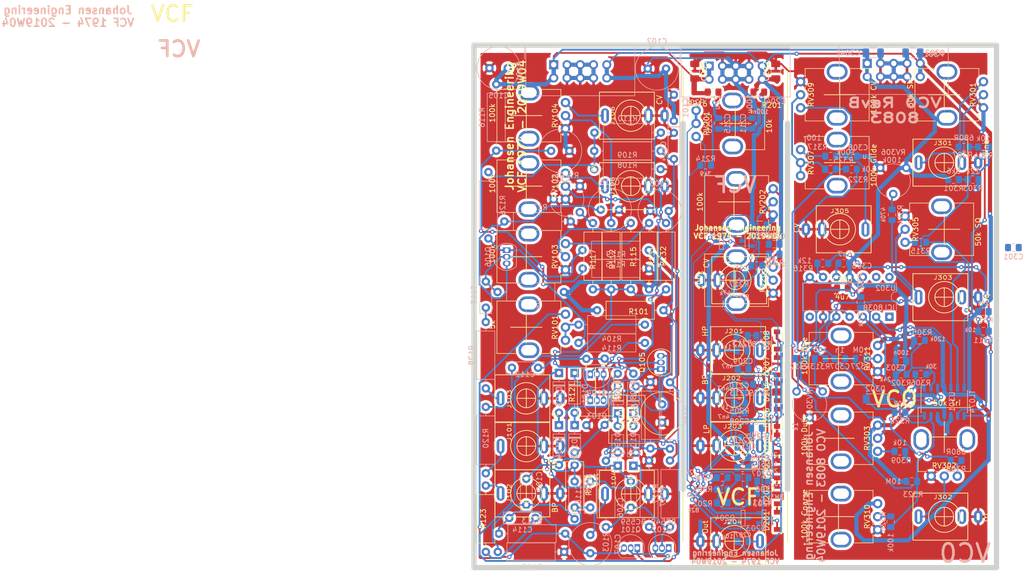
<source format=kicad_pcb>
(kicad_pcb (version 20171130) (host pcbnew "(5.1.0)-1")
  (title_block (title "VCF and VCO") (date 2019-01-26) (rev "Rev A") (company "Johansen Engineering"))
  (layers (0 F.Cu signal) (31 B.Cu signal) (34 B.Paste user) (35 F.Paste user) (36 B.SilkS user) (37 F.SilkS user) (38 B.Mask user) (39 F.Mask user) (44 Edge.Cuts user))
  (net 0 "")
  (net 1 GNDA)
  (net 2 +12VA)
  (net 3 VCC)
  (net 4 -12VA)
  (net 5 FilterOut)
  (net 6 "Net-(C107-Pad1)")
  (net 7 Out)
  (net 8 "Net-(C108-Pad1)")
  (net 9 BP)
  (net 10 HP)
  (net 11 "Net-(C110-Pad1)")
  (net 12 "Net-(C111-Pad1)")
  (net 13 "Net-(C207-Pad1)")
  (net 14 "Net-(C208-Pad1)")
  (net 15 "Net-(C210-Pad1)")
  (net 16 "Net-(D101-Pad2)")
  (net 17 "Net-(D101-Pad1)")
  (net 18 "Net-(D103-Pad2)")
  (net 19 "Net-(D105-Pad2)")
  (net 20 "Net-(D107-Pad2)")
  (net 21 "Net-(D108-Pad2)")
  (net 22 "Net-(D201-Pad1)")
  (net 23 "Net-(D201-Pad2)")
  (net 24 "Net-(D203-Pad2)")
  (net 25 "Net-(D205-Pad2)")
  (net 26 "Net-(D207-Pad2)")
  (net 27 "Net-(D208-Pad2)")
  (net 28 LP)
  (net 29 CV)
  (net 30 "Net-(Q101-Pad2)")
  (net 31 "Net-(Q102-Pad3)")
  (net 32 "Net-(Q103-Pad3)")
  (net 33 "Net-(Q202-Pad2)")
  (net 34 "Net-(Q203-Pad2)")
  (net 35 "Net-(R102-Pad1)")
  (net 36 "Net-(R104-Pad1)")
  (net 37 "Net-(R115-Pad2)")
  (net 38 "Net-(R202-Pad1)")
  (net 39 "Net-(R204-Pad1)")
  (net 40 "Net-(R215-Pad2)")
  (net 41 "Net-(Q201-Pad1)")
  (net 42 FilterOut2)
  (net 43 Out2)
  (net 44 BP2)
  (net 45 HP2)
  (net 46 LP2)
  (net 47 CV2)
  (net 48 +10V)
  (net 49 "Net-(C305-Pad2)")
  (net 50 "Net-(C307-Pad1)")
  (net 51 "Net-(C307-Pad2)")
  (net 52 SINE)
  (net 53 Triangle)
  (net 54 Square)
  (net 55 CV-VCO)
  (net 56 "Net-(R301-Pad2)")
  (net 57 "Net-(R302-Pad2)")
  (net 58 "Net-(R304-Pad1)")
  (net 59 "Net-(R306-Pad1)")
  (net 60 "Net-(R307-Pad2)")
  (net 61 "Net-(R308-Pad2)")
  (net 62 "Net-(R309-Pad1)")
  (net 63 "Net-(R310-Pad2)")
  (net 64 "Net-(R311-Pad1)")
  (net 65 "Net-(R312-Pad2)")
  (net 66 "Net-(R312-Pad1)")
  (net 67 "Net-(R313-Pad1)")
  (net 68 "Net-(R313-Pad2)")
  (net 69 "Net-(R314-Pad2)")
  (net 70 "Net-(R315-Pad1)")
  (net 71 "Net-(R316-Pad2)")
  (net 72 "Net-(R325-Pad2)")
  (net 73 "Net-(R326-Pad2)")
  (net 74 "Net-(R327-Pad2)")
  (net 75 "Net-(R328-Pad2)")
  (net 76 "Net-(RV303-Pad2)")
  (net 77 "Net-(U301-Pad3)")
  (net 78 "Net-(U301-Pad5)")
  (net 79 "Net-(C106-Pad1)")
  (net 80 "Net-(C112-Pad1)")
  (net 81 "Net-(C112-Pad2)")
  (net 82 "Net-(C113-Pad2)")
  (net 83 "Net-(C114-Pad2)")
  (net 84 "Net-(C115-Pad2)")
  (net 85 "Net-(C115-Pad1)")
  (net 86 "Net-(C116-Pad2)")
  (net 87 "Net-(C206-Pad1)")
  (net 88 "Net-(C212-Pad2)")
  (net 89 "Net-(C213-Pad2)")
  (net 90 "Net-(C214-Pad2)")
  (net 91 "Net-(C308-Pad2)")
  (net 92 "Net-(J101-PadT)")
  (net 93 "Net-(J102-PadT)")
  (net 94 "Net-(J103-PadT)")
  (net 95 CV1)
  (net 96 "Net-(J201-PadT)")
  (net 97 "Net-(J202-PadT)")
  (net 98 "Net-(J203-PadT)")
  (net 99 CV2.1)
  (net 100 "Net-(Q105-Pad1)")
  (net 101 "Net-(Q106-Pad1)")
  (net 102 CV2.0)
  (net 103 "Net-(R112-Pad2)")
  (net 104 "Net-(R117-Pad1)")
  (net 105 "Net-(R131-Pad2)")
  (net 106 "Net-(R132-Pad1)")
  (net 107 "Net-(R212-Pad2)")
  (net 108 "Net-(R221-Pad1)")
  (net 109 "Net-(R317-Pad1)")
  (net 110 "Net-(C211-Pad2)")
  (module Capacitor_THT:C_Rect_L7.0mm_W2.0mm_P5.00mm (layer B.Cu) (at 72.25 133.5 270)
    (fp_text reference C110 (at 2.5 2.25 270) (layer B.SilkS) (effects (justify mirror)))
    (fp_text value 4n7)
    (pad 2 thru_hole circle (at 5 0 270) (size 1.6 1.6) (drill 0.8) (layers *.Cu *.Mask) (net 9 BP))
    (pad 1 thru_hole circle (at 0 0 270) (size 1.6 1.6) (drill 0.8) (layers *.Cu *.Mask) (net 11 "Net-(C110-Pad1)"))
  )
  (module AJ-Dropbox-Kicad:PJ301SM (layer F.Cu) (at 60 117.6 90)
    (fp_text reference J103 (at -0.15 -3.25 90) (layer F.SilkS) (effects (font (size 0.75 1) (thickness 0.125))))
    (fp_text value LP (at -3.4 5.5 90) (layer F.SilkS))
    (pad TN thru_hole oval (at 0 3.38 90) (size 2.8 1.6) (drill oval 2 0.6) (layers *.Cu *.Mask) (net 1 GNDA))
    (pad S thru_hole oval (at 0 6.48 90) (size 2.4 1.6) (drill oval 1.4 0.6) (layers *.Cu *.Mask) (net 1 GNDA))
    (pad T thru_hole oval (at 0 -4.92 90) (size 2.8 1.5) (drill oval 2.1 0.5) (layers *.Cu *.Mask) (net 94 "Net-(J103-PadT)"))
  )
  (module AJ-Dropbox-Kicad:PJ301SM (layer F.Cu) (at 80 77 90)
    (fp_text reference J105 (at 0 -3.5 90) (layer F.SilkS) (effects (font (size 0.75 1) (thickness 0.125))))
    (fp_text value CV (at 3.5 -7 90) (layer F.SilkS))
    (pad T thru_hole oval (at 0 -4.92 90) (size 2.8 1.5) (drill oval 2.1 0.5) (layers *.Cu *.Mask) (net 47 CV2))
    (pad S thru_hole oval (at 0 6.48 90) (size 2.4 1.6) (drill oval 1.4 0.6) (layers *.Cu *.Mask) (net 1 GNDA))
    (pad TN thru_hole oval (at 0 3.38 90) (size 2.8 1.6) (drill oval 2 0.6) (layers *.Cu *.Mask) (net 1 GNDA))
  )
  (module Resistor_THT:R_Axial_DIN0309_L9.0mm_D3.2mm_P12.70mm_Horizontal (layer B.Cu) (at 70 107)
    (fp_text reference R114 (at 6.35 1) (layer B.SilkS) (effects (justify mirror)))
    (fp_text value 3k9)
    (pad 2 thru_hole oval (at 12.7 0) (size 1.6 1.6) (drill 0.8) (layers *.Cu *.Mask) (net 32 "Net-(Q103-Pad3)"))
    (pad 1 thru_hole circle (at 0 0) (size 1.6 1.6) (drill 0.8) (layers *.Cu *.Mask) (net 12 "Net-(C111-Pad1)"))
  )
  (module Resistor_THT:R_Axial_DIN0309_L9.0mm_D3.2mm_P12.70mm_Horizontal (layer B.Cu) (at 70 103.5)
    (fp_text reference R104 (at 6.35 2.72) (layer B.SilkS) (effects (justify mirror)))
    (fp_text value 15k)
    (pad 1 thru_hole circle (at 0 0) (size 1.6 1.6) (drill 0.8) (layers *.Cu *.Mask) (net 36 "Net-(R104-Pad1)"))
    (pad 2 thru_hole oval (at 12.7 0) (size 1.6 1.6) (drill 0.8) (layers *.Cu *.Mask) (net 31 "Net-(Q102-Pad3)"))
  )
  (module Capacitor_THT:C_Rect_L7.0mm_W2.0mm_P5.00mm (layer B.Cu) (at 88.25 64.5 90)
    (fp_text reference C101 (at 2.5 2.25 90) (layer B.SilkS) (effects (justify mirror)))
    (fp_text value C)
    (pad 2 thru_hole circle (at 5 0 90) (size 1.6 1.6) (drill 0.8) (layers *.Cu *.Mask) (net 1 GNDA))
    (pad 1 thru_hole circle (at 0 0 90) (size 1.6 1.6) (drill 0.8) (layers *.Cu *.Mask) (net 2 +12VA))
  )
  (module Capacitor_THT:C_Rect_L7.0mm_W2.0mm_P5.00mm (layer B.Cu) (at 88.25 71.8 90)
    (fp_text reference C104 (at 1.5 -2 90) (layer B.SilkS) (effects (justify mirror)))
    (fp_text value C)
    (pad 1 thru_hole circle (at 0 0 90) (size 1.6 1.6) (drill 0.8) (layers *.Cu *.Mask) (net 48 +10V))
    (pad 2 thru_hole circle (at 5 0 90) (size 1.6 1.6) (drill 0.8) (layers *.Cu *.Mask) (net 1 GNDA))
  )
  (module Capacitor_THT:C_Rect_L7.0mm_W2.0mm_P5.00mm (layer B.Cu) (at 80 138.5 90)
    (fp_text reference C106 (at 0 -2 90) (layer B.SilkS) (effects (justify mirror)))
    (fp_text value 1u)
    (pad 1 thru_hole circle (at 0 0 90) (size 1.6 1.6) (drill 0.8) (layers *.Cu *.Mask) (net 79 "Net-(C106-Pad1)"))
    (pad 2 thru_hole circle (at 5 0 90) (size 1.6 1.6) (drill 0.8) (layers *.Cu *.Mask) (net 5 FilterOut))
  )
  (module Capacitor_THT:C_Rect_L7.0mm_W2.0mm_P5.00mm (layer B.Cu) (at 69.25 133.5 270)
    (fp_text reference C108 (at 0.5 -2.5 270) (layer B.SilkS) (effects (justify mirror)))
    (fp_text value 4n7)
    (pad 1 thru_hole circle (at 0 0 270) (size 1.6 1.6) (drill 0.8) (layers *.Cu *.Mask) (net 8 "Net-(C108-Pad1)"))
    (pad 2 thru_hole circle (at 5 0 270) (size 1.6 1.6) (drill 0.8) (layers *.Cu *.Mask) (net 9 BP))
  )
  (module Capacitor_THT:C_Rect_L7.0mm_W2.0mm_P5.00mm (layer B.Cu) (at 60 133 270)
    (fp_text reference C109 (at 0.5 -2.5 270) (layer B.SilkS) (effects (justify mirror)))
    (fp_text value 4n7)
    (pad 2 thru_hole circle (at 5 0 270) (size 1.6 1.6) (drill 0.8) (layers *.Cu *.Mask) (net 10 HP))
    (pad 1 thru_hole circle (at 0 0 270) (size 1.6 1.6) (drill 0.8) (layers *.Cu *.Mask) (net 5 FilterOut))
  )
  (module Diode_THT:D_DO-35_SOD27_P7.62mm_Horizontal (layer B.Cu) (at 69.25 112.75 270)
    (fp_text reference D101 (at 4 -2 270) (layer B.SilkS) (effects (justify mirror)))
    (fp_text value 1N4148)
    (pad 2 thru_hole oval (at 7.62 0 270) (size 1.6 1.6) (drill 0.8) (layers *.Cu *.Mask) (net 16 "Net-(D101-Pad2)"))
    (pad 1 thru_hole rect (at 0 0 270) (size 1.6 1.6) (drill 0.8) (layers *.Cu *.Mask) (net 17 "Net-(D101-Pad1)"))
  )
  (module Diode_THT:D_DO-35_SOD27_P7.62mm_Horizontal (layer B.Cu) (at 69.25 122.75 270)
    (fp_text reference D102 (at 4.5 0 270) (layer B.SilkS) (effects (justify mirror)))
    (fp_text value 1N4148)
    (pad 1 thru_hole rect (at 0 0 270) (size 1.6 1.6) (drill 0.8) (layers *.Cu *.Mask) (net 16 "Net-(D101-Pad2)"))
    (pad 2 thru_hole oval (at 7.62 0 270) (size 1.6 1.6) (drill 0.8) (layers *.Cu *.Mask) (net 8 "Net-(C108-Pad1)"))
  )
  (module Diode_THT:D_DO-35_SOD27_P7.62mm_Horizontal (layer B.Cu) (at 66.25 112.75 270)
    (fp_text reference D103 (at 4.5 0 270) (layer B.SilkS) (effects (justify mirror)))
    (fp_text value 1N4148)
    (pad 2 thru_hole oval (at 7.62 0 270) (size 1.6 1.6) (drill 0.8) (layers *.Cu *.Mask) (net 18 "Net-(D103-Pad2)"))
    (pad 1 thru_hole rect (at 0 0 270) (size 1.6 1.6) (drill 0.8) (layers *.Cu *.Mask) (net 8 "Net-(C108-Pad1)"))
  )
  (module Diode_THT:D_DO-35_SOD27_P7.62mm_Horizontal (layer B.Cu) (at 66.25 122.75 270)
    (fp_text reference D104 (at 4.5 0 270) (layer B.SilkS) (effects (justify mirror)))
    (fp_text value 1N4148)
    (pad 1 thru_hole rect (at 0 0 270) (size 1.6 1.6) (drill 0.8) (layers *.Cu *.Mask) (net 18 "Net-(D103-Pad2)"))
    (pad 2 thru_hole oval (at 7.62 0 270) (size 1.6 1.6) (drill 0.8) (layers *.Cu *.Mask) (net 5 FilterOut))
  )
  (module Diode_THT:D_DO-35_SOD27_P7.62mm_Horizontal (layer B.Cu) (at 77.5 130.5 90)
    (fp_text reference D105 (at 4.5 0 90) (layer B.SilkS) (effects (justify mirror)))
    (fp_text value 1N4148)
    (pad 2 thru_hole oval (at 7.62 0 90) (size 1.6 1.6) (drill 0.8) (layers *.Cu *.Mask) (net 19 "Net-(D105-Pad2)"))
    (pad 1 thru_hole rect (at 0 0 90) (size 1.6 1.6) (drill 0.8) (layers *.Cu *.Mask) (net 5 FilterOut))
  )
  (module Diode_THT:D_DO-35_SOD27_P7.62mm_Horizontal (layer B.Cu) (at 77.5 120.5 90)
    (fp_text reference D106 (at 4.5 0 90) (layer B.SilkS) (effects (justify mirror)))
    (fp_text value 1N4148)
    (pad 1 thru_hole rect (at 0 0 90) (size 1.6 1.6) (drill 0.8) (layers *.Cu *.Mask) (net 19 "Net-(D105-Pad2)"))
    (pad 2 thru_hole oval (at 7.62 0 90) (size 1.6 1.6) (drill 0.8) (layers *.Cu *.Mask) (net 11 "Net-(C110-Pad1)"))
  )
  (module Diode_THT:D_DO-35_SOD27_P7.62mm_Horizontal (layer B.Cu) (at 80.5 130.5 90)
    (fp_text reference D107 (at 4.5 0 90) (layer B.SilkS) (effects (justify mirror)))
    (fp_text value 1N4148)
    (pad 2 thru_hole oval (at 7.62 0 90) (size 1.6 1.6) (drill 0.8) (layers *.Cu *.Mask) (net 20 "Net-(D107-Pad2)"))
    (pad 1 thru_hole rect (at 0 0 90) (size 1.6 1.6) (drill 0.8) (layers *.Cu *.Mask) (net 11 "Net-(C110-Pad1)"))
  )
  (module Diode_THT:D_DO-35_SOD27_P7.62mm_Horizontal (layer B.Cu) (at 80.5 120.5 90)
    (fp_text reference D108 (at 4.5 0 90) (layer B.SilkS) (effects (justify mirror)))
    (fp_text value 1N4148)
    (pad 1 thru_hole rect (at 0 0 90) (size 1.6 1.6) (drill 0.8) (layers *.Cu *.Mask) (net 20 "Net-(D107-Pad2)"))
    (pad 2 thru_hole oval (at 7.62 0 90) (size 1.6 1.6) (drill 0.8) (layers *.Cu *.Mask) (net 21 "Net-(D108-Pad2)"))
  )
  (module Diode_SMD:D_SOD-123 (layer F.Cu) (at 107.986181 141.045825 90)
    (fp_text reference D201 (at 0 -2 90) (layer F.SilkS))
    (fp_text value MMSD4148)
    (pad 1 smd rect (at -1.65 0 90) (size 0.9 1.2) (layers F.Cu F.Paste F.Mask) (net 22 "Net-(D201-Pad1)"))
    (pad 2 smd rect (at 1.65 0 90) (size 0.9 1.2) (layers F.Cu F.Paste F.Mask) (net 23 "Net-(D201-Pad2)"))
  )
  (module Diode_SMD:D_SOD-123 (layer F.Cu) (at 107.986181 136.113441 90)
    (fp_text reference D202 (at 0 -2 90) (layer F.SilkS))
    (fp_text value MMSD4148)
    (pad 2 smd rect (at 1.65 0 90) (size 0.9 1.2) (layers F.Cu F.Paste F.Mask) (net 14 "Net-(C208-Pad1)"))
    (pad 1 smd rect (at -1.65 0 90) (size 0.9 1.2) (layers F.Cu F.Paste F.Mask) (net 23 "Net-(D201-Pad2)"))
  )
  (module Diode_SMD:D_SOD-123 (layer F.Cu) (at 107.986181 131.181057 90)
    (fp_text reference D203 (at 0 -2 90) (layer F.SilkS))
    (fp_text value MMSD4148)
    (pad 1 smd rect (at -1.65 0 90) (size 0.9 1.2) (layers F.Cu F.Paste F.Mask) (net 14 "Net-(C208-Pad1)"))
    (pad 2 smd rect (at 1.65 0 90) (size 0.9 1.2) (layers F.Cu F.Paste F.Mask) (net 24 "Net-(D203-Pad2)"))
  )
  (module Diode_SMD:D_SOD-123 (layer F.Cu) (at 107.986181 126.248673 90)
    (fp_text reference D204 (at 0 -2 90) (layer F.SilkS))
    (fp_text value MMSD4148)
    (pad 2 smd rect (at 1.65 0 90) (size 0.9 1.2) (layers F.Cu F.Paste F.Mask) (net 42 FilterOut2))
    (pad 1 smd rect (at -1.65 0 90) (size 0.9 1.2) (layers F.Cu F.Paste F.Mask) (net 24 "Net-(D203-Pad2)"))
  )
  (module Diode_SMD:D_SOD-123 (layer F.Cu) (at 107.986181 121.316289 90)
    (fp_text reference D205 (at 0 -2 90) (layer F.SilkS))
    (fp_text value MMSD4148)
    (pad 1 smd rect (at -1.65 0 90) (size 0.9 1.2) (layers F.Cu F.Paste F.Mask) (net 42 FilterOut2))
    (pad 2 smd rect (at 1.65 0 90) (size 0.9 1.2) (layers F.Cu F.Paste F.Mask) (net 25 "Net-(D205-Pad2)"))
  )
  (module Diode_SMD:D_SOD-123 (layer F.Cu) (at 107.986181 116.383905 90)
    (fp_text reference D206 (at 0 -2 90) (layer F.SilkS))
    (fp_text value MMSD4148)
    (pad 2 smd rect (at 1.65 0 90) (size 0.9 1.2) (layers F.Cu F.Paste F.Mask) (net 15 "Net-(C210-Pad1)"))
    (pad 1 smd rect (at -1.65 0 90) (size 0.9 1.2) (layers F.Cu F.Paste F.Mask) (net 25 "Net-(D205-Pad2)"))
  )
  (module Diode_SMD:D_SOD-123 (layer F.Cu) (at 107.986181 111.451521 90)
    (fp_text reference D207 (at 0 -2 90) (layer F.SilkS))
    (fp_text value MMSD4148)
    (pad 1 smd rect (at -1.65 0 90) (size 0.9 1.2) (layers F.Cu F.Paste F.Mask) (net 15 "Net-(C210-Pad1)"))
    (pad 2 smd rect (at 1.65 0 90) (size 0.9 1.2) (layers F.Cu F.Paste F.Mask) (net 26 "Net-(D207-Pad2)"))
  )
  (module Diode_SMD:D_SOD-123 (layer F.Cu) (at 107.986181 106.519137 90)
    (fp_text reference D208 (at 0 -2 90) (layer F.SilkS))
    (fp_text value MMSD4148)
    (pad 2 smd rect (at 1.65 0 90) (size 0.9 1.2) (layers F.Cu F.Paste F.Mask) (net 27 "Net-(D208-Pad2)"))
    (pad 1 smd rect (at -1.65 0 90) (size 0.9 1.2) (layers F.Cu F.Paste F.Mask) (net 26 "Net-(D207-Pad2)"))
  )
  (module AJ-Dropbox-Kicad:PJ301SM (layer F.Cu) (at 60 126.75 90)
    (fp_text reference J101 (at 2.75 -3.25 90) (layer F.SilkS) (effects (font (size 0.75 1) (thickness 0.125))))
    (fp_text value HP (at -3.5 5.5 90) (layer F.SilkS))
    (pad T thru_hole oval (at 0 -4.92 90) (size 2.8 1.5) (drill oval 2.1 0.5) (layers *.Cu *.Mask) (net 92 "Net-(J101-PadT)"))
    (pad S thru_hole oval (at 0 6.48 90) (size 2.4 1.6) (drill oval 1.4 0.6) (layers *.Cu *.Mask) (net 1 GNDA))
    (pad TN thru_hole oval (at 0 3.38 90) (size 2.8 1.6) (drill oval 2 0.6) (layers *.Cu *.Mask) (net 1 GNDA))
  )
  (module AJ-Dropbox-Kicad:PJ301SM (layer F.Cu) (at 60 135.8 90)
    (fp_text reference J102 (at 0.05 -3.25 90) (layer F.SilkS) (effects (font (size 0.75 1) (thickness 0.125))))
    (fp_text value BP (at -2.7 5.5 90) (layer F.SilkS))
    (pad TN thru_hole oval (at 0 3.38 90) (size 2.8 1.6) (drill oval 2 0.6) (layers *.Cu *.Mask) (net 1 GNDA))
    (pad S thru_hole oval (at 0 6.48 90) (size 2.4 1.6) (drill oval 1.4 0.6) (layers *.Cu *.Mask) (net 1 GNDA))
    (pad T thru_hole oval (at 0 -4.92 90) (size 2.8 1.5) (drill oval 2.1 0.5) (layers *.Cu *.Mask) (net 93 "Net-(J102-PadT)"))
  )
  (module AJ-Dropbox-Kicad:PJ301SM (layer F.Cu) (at 80 135.9 90)
    (fp_text reference J104 (at 2.65 -3.25 90) (layer F.SilkS) (effects (font (size 0.75 1) (thickness 0.125))))
    (fp_text value Out (at 2.65 -6.75 90) (layer F.SilkS))
    (pad TN thru_hole oval (at 0 3.38 90) (size 2.8 1.6) (drill oval 2 0.6) (layers *.Cu *.Mask) (net 1 GNDA))
    (pad S thru_hole oval (at 0 6.48 90) (size 2.4 1.6) (drill oval 1.4 0.6) (layers *.Cu *.Mask) (net 1 GNDA))
    (pad T thru_hole oval (at 0 -4.92 90) (size 2.8 1.5) (drill oval 2.1 0.5) (layers *.Cu *.Mask) (net 7 Out))
  )
  (module AJ-Dropbox-Kicad:PJ301SM (layer F.Cu) (at 99.800341 108.385056 270)
    (fp_text reference J201 (at -3.635056 0.050341) (layer F.SilkS) (effects (font (size 0.75 1) (thickness 0.125))))
    (fp_text value HP (at -3.635056 5.550341 270) (layer F.SilkS))
    (pad T thru_hole oval (at 0 -4.92 270) (size 2.8 1.5) (drill oval 2.1 0.5) (layers *.Cu *.Mask) (net 96 "Net-(J201-PadT)"))
    (pad S thru_hole oval (at 0 6.48 270) (size 2.4 1.6) (drill oval 1.4 0.6) (layers *.Cu *.Mask) (net 1 GNDA))
    (pad TN thru_hole oval (at 0 3.38 270) (size 2.8 1.6) (drill oval 2 0.6) (layers *.Cu *.Mask) (net 1 GNDA))
  )
  (module AJ-Dropbox-Kicad:PJ301SM (layer F.Cu) (at 99.800341 117.525797 270)
    (fp_text reference J202 (at -3.775797 0.550341) (layer F.SilkS) (effects (font (size 0.75 1) (thickness 0.125))))
    (fp_text value BP (at -3.525797 5.550341 270) (layer F.SilkS))
    (pad TN thru_hole oval (at 0 3.38 270) (size 2.8 1.6) (drill oval 2 0.6) (layers *.Cu *.Mask) (net 1 GNDA))
    (pad S thru_hole oval (at 0 6.48 270) (size 2.4 1.6) (drill oval 1.4 0.6) (layers *.Cu *.Mask) (net 1 GNDA))
    (pad T thru_hole oval (at 0 -4.92 270) (size 2.8 1.5) (drill oval 2.1 0.5) (layers *.Cu *.Mask) (net 97 "Net-(J202-PadT)"))
  )
  (module AJ-Dropbox-Kicad:PJ301SM (layer F.Cu) (at 99.800341 126.666538 270)
    (fp_text reference J203 (at -3.666538 0.300341) (layer F.SilkS) (effects (font (size 0.75 1) (thickness 0.125))))
    (fp_text value LP (at -3.166538 5.300341 270) (layer F.SilkS))
    (pad T thru_hole oval (at 0 -4.92 270) (size 2.8 1.5) (drill oval 2.1 0.5) (layers *.Cu *.Mask) (net 98 "Net-(J203-PadT)"))
    (pad S thru_hole oval (at 0 6.48 270) (size 2.4 1.6) (drill oval 1.4 0.6) (layers *.Cu *.Mask) (net 1 GNDA))
    (pad TN thru_hole oval (at 0 3.38 270) (size 2.8 1.6) (drill oval 2 0.6) (layers *.Cu *.Mask) (net 1 GNDA))
  )
  (module AJ-Dropbox-Kicad:PJ301SM (layer F.Cu) (at 99.800341 144.94802 270)
    (fp_text reference J204 (at -3.69802 0.300341) (layer F.SilkS) (effects (font (size 0.75 1) (thickness 0.125))))
    (fp_text value Out (at -2.69802 5.550341 270) (layer F.SilkS))
    (pad TN thru_hole oval (at 0 3.38 270) (size 2.8 1.6) (drill oval 2 0.6) (layers *.Cu *.Mask) (net 1 GNDA))
    (pad S thru_hole oval (at 0 6.48 270) (size 2.4 1.6) (drill oval 1.4 0.6) (layers *.Cu *.Mask) (net 1 GNDA))
    (pad T thru_hole oval (at 0 -4.92 270) (size 2.8 1.5) (drill oval 2.1 0.5) (layers *.Cu *.Mask) (net 43 Out2))
  )
  (module AJ-Dropbox-Kicad:PJ301SM (layer F.Cu) (at 100 95 270)
    (fp_text reference J205 (at -3.75 0.5) (layer F.SilkS) (effects (font (size 0.75 1) (thickness 0.125))))
    (fp_text value CV (at -3.25 5.5 270) (layer F.SilkS))
    (pad T thru_hole oval (at 0 -4.92 270) (size 2.8 1.5) (drill oval 2.1 0.5) (layers *.Cu *.Mask) (net 99 CV2.1))
    (pad S thru_hole oval (at 0 6.48 270) (size 2.4 1.6) (drill oval 1.4 0.6) (layers *.Cu *.Mask) (net 1 GNDA))
    (pad TN thru_hole oval (at 0 3.38 270) (size 2.8 1.6) (drill oval 2 0.6) (layers *.Cu *.Mask) (net 1 GNDA))
  )
  (module Connectors_IDC:IDC-Header_2x05_Pitch2.54mm_Straight (layer B.Cu) (at 65.25 53.75 270)
    (fp_text reference P101 (at 1.27 6.604 270) (layer B.SilkS) (effects (justify mirror)))
    (fp_text value Doepfer_Power_10pin)
    (pad 1 thru_hole rect (at 0 0 270) (size 1.7272 1.7272) (drill 1.016) (layers *.Cu *.Mask) (net 4 -12VA))
    (pad 2 thru_hole oval (at 2.54 0 270) (size 1.7272 1.7272) (drill 1.016) (layers *.Cu *.Mask) (net 4 -12VA))
    (pad 3 thru_hole oval (at 0 -2.54 270) (size 1.7272 1.7272) (drill 1.016) (layers *.Cu *.Mask) (net 1 GNDA))
    (pad 4 thru_hole oval (at 2.54 -2.54 270) (size 1.7272 1.7272) (drill 1.016) (layers *.Cu *.Mask) (net 1 GNDA))
    (pad 5 thru_hole oval (at 0 -5.08 270) (size 1.7272 1.7272) (drill 1.016) (layers *.Cu *.Mask) (net 1 GNDA))
    (pad 6 thru_hole oval (at 2.54 -5.08 270) (size 1.7272 1.7272) (drill 1.016) (layers *.Cu *.Mask) (net 1 GNDA))
    (pad 7 thru_hole oval (at 0 -7.62 270) (size 1.7272 1.7272) (drill 1.016) (layers *.Cu *.Mask) (net 1 GNDA))
    (pad 8 thru_hole oval (at 2.54 -7.62 270) (size 1.7272 1.7272) (drill 1.016) (layers *.Cu *.Mask) (net 1 GNDA))
    (pad 9 thru_hole oval (at 0 -10.16 270) (size 1.7272 1.7272) (drill 1.016) (layers *.Cu *.Mask) (net 2 +12VA))
    (pad 10 thru_hole oval (at 2.54 -10.16 270) (size 1.7272 1.7272) (drill 1.016) (layers *.Cu *.Mask) (net 2 +12VA))
  )
  (module Connectors_IDC:IDC-Header_2x05_Pitch2.54mm_Straight (layer B.Cu) (at 95 54 270)
    (fp_text reference P201 (at 7 2.75) (layer B.SilkS) (effects (justify mirror)))
    (fp_text value Doepfer_Power_10pin)
    (pad 10 thru_hole oval (at 2.54 -10.16 270) (size 1.7272 1.7272) (drill 1.016) (layers *.Cu *.Mask) (net 2 +12VA))
    (pad 9 thru_hole oval (at 0 -10.16 270) (size 1.7272 1.7272) (drill 1.016) (layers *.Cu *.Mask) (net 2 +12VA))
    (pad 8 thru_hole oval (at 2.54 -7.62 270) (size 1.7272 1.7272) (drill 1.016) (layers *.Cu *.Mask) (net 1 GNDA))
    (pad 7 thru_hole oval (at 0 -7.62 270) (size 1.7272 1.7272) (drill 1.016) (layers *.Cu *.Mask) (net 1 GNDA))
    (pad 6 thru_hole oval (at 2.54 -5.08 270) (size 1.7272 1.7272) (drill 1.016) (layers *.Cu *.Mask) (net 1 GNDA))
    (pad 5 thru_hole oval (at 0 -5.08 270) (size 1.7272 1.7272) (drill 1.016) (layers *.Cu *.Mask) (net 1 GNDA))
    (pad 4 thru_hole oval (at 2.54 -2.54 270) (size 1.7272 1.7272) (drill 1.016) (layers *.Cu *.Mask) (net 1 GNDA))
    (pad 3 thru_hole oval (at 0 -2.54 270) (size 1.7272 1.7272) (drill 1.016) (layers *.Cu *.Mask) (net 1 GNDA))
    (pad 2 thru_hole oval (at 2.54 0 270) (size 1.7272 1.7272) (drill 1.016) (layers *.Cu *.Mask) (net 4 -12VA))
    (pad 1 thru_hole rect (at 0 0 270) (size 1.7272 1.7272) (drill 1.016) (layers *.Cu *.Mask) (net 4 -12VA))
  )
  (module Package_TO_SOT_THT:TO-92_Inline (layer B.Cu) (at 81.25 146.276322 180)
    (fp_text reference Q101 (at 1.27 3.56 180) (layer B.SilkS) (effects (justify mirror)))
    (fp_text value BC559 (at 0.75 5.026322 180) (layer B.SilkS) (effects (justify mirror)))
    (pad 2 thru_hole oval (at 1.27 0 180) (size 1.05 1.5) (drill 0.75) (layers *.Cu *.Mask) (net 30 "Net-(Q101-Pad2)"))
    (pad 3 thru_hole oval (at 2.54 0 180) (size 1.05 1.5) (drill 0.75) (layers *.Cu *.Mask) (net 6 "Net-(C107-Pad1)"))
    (pad 1 thru_hole rect (at 0 0 180) (size 1.05 1.5) (drill 0.75) (layers *.Cu *.Mask) (net 48 +10V))
  )
  (module Package_TO_SOT_THT:TO-92_Inline (layer B.Cu) (at 87.25 146.276322 180)
    (fp_text reference Q102 (at 1.27 3.56 180) (layer B.SilkS) (effects (justify mirror)))
    (fp_text value BC549 (at 1 5.026322 180) (layer B.SilkS) (effects (justify mirror)))
    (pad 1 thru_hole rect (at 0 0 180) (size 1.05 1.5) (drill 0.75) (layers *.Cu *.Mask) (net 30 "Net-(Q101-Pad2)"))
    (pad 3 thru_hole oval (at 2.54 0 180) (size 1.05 1.5) (drill 0.75) (layers *.Cu *.Mask) (net 31 "Net-(Q102-Pad3)"))
    (pad 2 thru_hole oval (at 1.27 0 180) (size 1.05 1.5) (drill 0.75) (layers *.Cu *.Mask) (net 79 "Net-(C106-Pad1)"))
  )
  (module Package_TO_SOT_THT:TO-92_Inline (layer B.Cu) (at 72.25 118)
    (fp_text reference Q103 (at 1.27 3) (layer B.SilkS) (effects (justify mirror)))
    (fp_text value BC549)
    (pad 1 thru_hole rect (at 0 0) (size 1.05 1.5) (drill 0.75) (layers *.Cu *.Mask) (net 17 "Net-(D101-Pad1)"))
    (pad 3 thru_hole oval (at 2.54 0) (size 1.05 1.5) (drill 0.75) (layers *.Cu *.Mask) (net 32 "Net-(Q103-Pad3)"))
    (pad 2 thru_hole oval (at 1.27 0) (size 1.05 1.5) (drill 0.75) (layers *.Cu *.Mask) (net 29 CV))
  )
  (module Package_TO_SOT_THT:TO-92_Inline (layer B.Cu) (at 72.25 113)
    (fp_text reference Q104 (at 1.27 3.56) (layer B.SilkS) (effects (justify mirror)))
    (fp_text value BC549)
    (pad 2 thru_hole oval (at 1.27 0) (size 1.05 1.5) (drill 0.75) (layers *.Cu *.Mask) (net 1 GNDA))
    (pad 3 thru_hole oval (at 2.54 0) (size 1.05 1.5) (drill 0.75) (layers *.Cu *.Mask) (net 32 "Net-(Q103-Pad3)"))
    (pad 1 thru_hole rect (at 0 0) (size 1.05 1.5) (drill 0.75) (layers *.Cu *.Mask) (net 21 "Net-(D108-Pad2)"))
  )
  (module Active:SOT-23-3 (layer B.Cu) (at 97.35 87.55 180)
    (fp_text reference Q201 (at 2.5 1.5 180) (layer B.SilkS) (effects (font (size 1.016 1.016) (thickness 0.127)) (justify mirror)))
    (fp_text value MMBT2907A hide)
    (pad 3 smd rect (at 1 0 270) (size 0.7 1) (layers B.Cu B.Paste B.Mask) (net 13 "Net-(C207-Pad1)"))
    (pad 2 smd rect (at -1 -0.95 270) (size 0.7 1) (layers B.Cu B.Paste B.Mask) (net 3 VCC))
    (pad 1 smd rect (at -1 0.95 270) (size 0.7 1) (layers B.Cu B.Paste B.Mask) (net 41 "Net-(Q201-Pad1)"))
  )
  (module Active:SOT-23-3 (layer B.Cu) (at 102.25 87.5 180)
    (fp_text reference Q202 (at -4 1.5 180) (layer B.SilkS) (effects (font (size 1.016 1.016) (thickness 0.127)) (justify mirror)))
    (fp_text value MMBT2222A hide)
    (pad 3 smd rect (at 1 0 270) (size 0.7 1) (layers B.Cu B.Paste B.Mask) (net 41 "Net-(Q201-Pad1)"))
    (pad 2 smd rect (at -1 -0.95 270) (size 0.7 1) (layers B.Cu B.Paste B.Mask) (net 33 "Net-(Q202-Pad2)"))
    (pad 1 smd rect (at -1 0.95 270) (size 0.7 1) (layers B.Cu B.Paste B.Mask) (net 87 "Net-(C206-Pad1)"))
  )
  (module Active:SOT-23-3 (layer B.Cu) (at 105.5 140.5)
    (fp_text reference Q203 (at -1.5 2) (layer B.SilkS) (effects (font (size 1.016 1.016) (thickness 0.127)) (justify mirror)))
    (fp_text value MMBT2222A hide)
    (pad 1 smd rect (at -1 0.95 90) (size 0.7 1) (layers B.Cu B.Paste B.Mask) (net 102 CV2.0))
    (pad 2 smd rect (at -1 -0.95 90) (size 0.7 1) (layers B.Cu B.Paste B.Mask) (net 34 "Net-(Q203-Pad2)"))
    (pad 3 smd rect (at 1 0 90) (size 0.7 1) (layers B.Cu B.Paste B.Mask) (net 22 "Net-(D201-Pad1)"))
  )
  (module Active:SOT-23-3 (layer B.Cu) (at 101.5 140.55)
    (fp_text reference Q204 (at -3.5 -0.05) (layer B.SilkS) (effects (font (size 1.016 1.016) (thickness 0.127)) (justify mirror)))
    (fp_text value MMBT2222A hide)
    (pad 1 smd rect (at -1 0.95 90) (size 0.7 1) (layers B.Cu B.Paste B.Mask) (net 1 GNDA))
    (pad 2 smd rect (at -1 -0.95 90) (size 0.7 1) (layers B.Cu B.Paste B.Mask) (net 34 "Net-(Q203-Pad2)"))
    (pad 3 smd rect (at 1 0 90) (size 0.7 1) (layers B.Cu B.Paste B.Mask) (net 27 "Net-(D208-Pad2)"))
  )
  (module Resistor_THT:R_Axial_DIN0309_L9.0mm_D3.2mm_P12.70mm_Horizontal (layer F.Cu) (at 86.25 100.75 180)
    (fp_text reference R101 (at 4.75 -0.25 180) (layer F.SilkS))
    (fp_text value 360)
    (pad 1 thru_hole circle (at 0 0 180) (size 1.6 1.6) (drill 0.8) (layers *.Cu *.Mask) (net 48 +10V))
    (pad 2 thru_hole oval (at 12.7 0 180) (size 1.6 1.6) (drill 0.8) (layers *.Cu *.Mask) (net 2 +12VA))
  )
  (module Resistor_THT:R_Axial_DIN0309_L9.0mm_D3.2mm_P12.70mm_Horizontal (layer B.Cu) (at 75.25 129.55 270)
    (fp_text reference R103 (at 15.5 0.000001 270) (layer B.SilkS) (effects (justify mirror)))
    (fp_text value 3M3)
    (pad 1 thru_hole circle (at 0 0 270) (size 1.6 1.6) (drill 0.8) (layers *.Cu *.Mask) (net 35 "Net-(R102-Pad1)"))
    (pad 2 thru_hole oval (at 12.7 0 270) (size 1.6 1.6) (drill 0.8) (layers *.Cu *.Mask) (net 79 "Net-(C106-Pad1)"))
  )
  (module Resistor_THT:R_Axial_DIN0309_L9.0mm_D3.2mm_P12.70mm_Horizontal (layer B.Cu) (at 54.75 143.5)
    (fp_text reference R105 (at 6.35 6.5) (layer B.SilkS) (effects (justify mirror)))
    (fp_text value 1k)
    (pad 2 thru_hole oval (at 12.7 0) (size 1.6 1.6) (drill 0.8) (layers *.Cu *.Mask) (net 6 "Net-(C107-Pad1)"))
    (pad 1 thru_hole circle (at 0 0) (size 1.6 1.6) (drill 0.8) (layers *.Cu *.Mask) (net 9 BP))
  )
  (module Resistor_THT:R_Axial_DIN0309_L9.0mm_D3.2mm_P12.70mm_Horizontal (layer B.Cu) (at 83.75 114.5 270)
    (fp_text reference R106 (at 6.35 2.72 270) (layer B.SilkS) (effects (justify mirror)))
    (fp_text value 2k)
    (pad 1 thru_hole circle (at 0 0 270) (size 1.6 1.6) (drill 0.8) (layers *.Cu *.Mask) (net 1 GNDA))
    (pad 2 thru_hole oval (at 12.7 0 270) (size 1.6 1.6) (drill 0.8) (layers *.Cu *.Mask) (net 35 "Net-(R102-Pad1)"))
  )
  (module Resistor_THT:R_Axial_DIN0309_L9.0mm_D3.2mm_P12.70mm_Horizontal (layer B.Cu) (at 83.5 129.5 270)
    (fp_text reference R107 (at 6.894883 -2.626778 270) (layer B.SilkS) (effects (justify mirror)))
    (fp_text value 2k)
    (pad 2 thru_hole oval (at 12.7 0 270) (size 1.6 1.6) (drill 0.8) (layers *.Cu *.Mask) (net 31 "Net-(Q102-Pad3)"))
    (pad 1 thru_hole circle (at 0 0 270) (size 1.6 1.6) (drill 0.8) (layers *.Cu *.Mask) (net 1 GNDA))
  )
  (module Resistor_THT:R_Axial_DIN0309_L9.0mm_D3.2mm_P12.70mm_Horizontal (layer B.Cu) (at 85.75 66.75 180)
    (fp_text reference R110 (at 6.35 2.72 180) (layer B.SilkS) (effects (justify mirror)))
    (fp_text value 2k)
    (pad 1 thru_hole circle (at 0 0 180) (size 1.6 1.6) (drill 0.8) (layers *.Cu *.Mask) (net 21 "Net-(D108-Pad2)"))
    (pad 2 thru_hole oval (at 12.7 0 180) (size 1.6 1.6) (drill 0.8) (layers *.Cu *.Mask) (net 28 LP))
  )
  (module Resistor_THT:R_Axial_DIN0309_L9.0mm_D3.2mm_P12.70mm_Horizontal (layer F.Cu) (at 76.25 96.75 90)
    (fp_text reference R112 (at 5.75 0.25 90) (layer F.SilkS))
    (fp_text value 47k)
    (pad 1 thru_hole circle (at 0 0 90) (size 1.6 1.6) (drill 0.8) (layers *.Cu *.Mask) (net 29 CV))
    (pad 2 thru_hole oval (at 12.7 0 90) (size 1.6 1.6) (drill 0.8) (layers *.Cu *.Mask) (net 103 "Net-(R112-Pad2)"))
  )
  (module Resistor_THT:R_Axial_DIN0309_L9.0mm_D3.2mm_P12.70mm_Horizontal (layer B.Cu) (at 67.25 147 180)
    (fp_text reference R113 (at 6.2 6 180) (layer B.SilkS) (effects (justify mirror)))
    (fp_text value 1k)
    (pad 2 thru_hole oval (at 12.7 0 180) (size 1.6 1.6) (drill 0.8) (layers *.Cu *.Mask) (net 10 HP))
    (pad 1 thru_hole circle (at 0 0 180) (size 1.6 1.6) (drill 0.8) (layers *.Cu *.Mask) (net 1 GNDA))
  )
  (module Resistor_THT:R_Axial_DIN0309_L9.0mm_D3.2mm_P12.70mm_Horizontal (layer F.Cu) (at 80 96.75 90)
    (fp_text reference R115 (at 6.25 0.5 90) (layer F.SilkS))
    (fp_text value 47k)
    (pad 1 thru_hole circle (at 0 0 90) (size 1.6 1.6) (drill 0.8) (layers *.Cu *.Mask) (net 29 CV))
    (pad 2 thru_hole oval (at 12.7 0 90) (size 1.6 1.6) (drill 0.8) (layers *.Cu *.Mask) (net 37 "Net-(R115-Pad2)"))
  )
  (module Resistor_THT:R_Axial_DIN0309_L9.0mm_D3.2mm_P12.70mm_Horizontal (layer B.Cu) (at 54.25 57.5 270)
    (fp_text reference R116 (at 6.35 2.72 270) (layer B.SilkS) (effects (justify mirror)))
    (fp_text value 82)
    (pad 1 thru_hole circle (at 0 0 270) (size 1.6 1.6) (drill 0.8) (layers *.Cu *.Mask) (net 4 -12VA))
    (pad 2 thru_hole oval (at 12.7 0 270) (size 1.6 1.6) (drill 0.8) (layers *.Cu *.Mask) (net 12 "Net-(C111-Pad1)"))
  )
  (module Resistor_THT:R_Axial_DIN0309_L9.0mm_D3.2mm_P12.70mm_Horizontal (layer F.Cu) (at 72.75 84.05 270)
    (fp_text reference R117 (at 6.95 0 270) (layer F.SilkS))
    (fp_text value 680)
    (pad 2 thru_hole oval (at 12.7 0 270) (size 1.6 1.6) (drill 0.8) (layers *.Cu *.Mask) (net 29 CV))
    (pad 1 thru_hole circle (at 0 0 270) (size 1.6 1.6) (drill 0.8) (layers *.Cu *.Mask) (net 104 "Net-(R117-Pad1)"))
  )
  (module Resistor_SMD:R_0805_2012Metric_Pad1.15x1.40mm_HandSolder (layer F.Cu) (at 104.5 59 180)
    (fp_text reference R201 (at -2.5 -2.5 180) (layer F.SilkS))
    (fp_text value 360)
    (pad 2 smd roundrect (at 1.025 0 180) (size 1.15 1.4) (layers F.Cu F.Paste F.Mask) (roundrect_rratio 0.217391) (net 2 +12VA))
    (pad 1 smd roundrect (at -1.025 0 180) (size 1.15 1.4) (layers F.Cu F.Paste F.Mask) (roundrect_rratio 0.217391) (net 3 VCC))
  )
  (module Resistor_SMD:R_0805_2012Metric_Pad1.15x1.40mm_HandSolder (layer B.Cu) (at 97.5 137.612799)
    (fp_text reference R202 (at -3.75 0.137201) (layer B.SilkS) (effects (justify mirror)))
    (fp_text value 82k (at -5.5 1.387201) (layer B.SilkS) (effects (font (size 0.8 0.8)) (justify mirror)))
    (pad 2 smd roundrect (at 1.025 0) (size 1.15 1.4) (layers B.Cu B.Paste B.Mask) (roundrect_rratio 0.217391) (net 3 VCC))
    (pad 1 smd roundrect (at -1.025 0) (size 1.15 1.4) (layers B.Cu B.Paste B.Mask) (roundrect_rratio 0.217391) (net 38 "Net-(R202-Pad1)"))
  )
  (module Resistor_SMD:R_0805_2012Metric_Pad1.15x1.40mm_HandSolder (layer B.Cu) (at 101.5 137.612799 180)
    (fp_text reference R203 (at -3.75 -0.137201 180) (layer B.SilkS) (effects (justify mirror)))
    (fp_text value 3M3 (at -6.5 1.112799 180) (layer B.SilkS) (effects (font (size 0.8 0.8)) (justify mirror)))
    (pad 1 smd roundrect (at -1.025 0 180) (size 1.15 1.4) (layers B.Cu B.Paste B.Mask) (roundrect_rratio 0.217391) (net 38 "Net-(R202-Pad1)"))
    (pad 2 smd roundrect (at 1.025 0 180) (size 1.15 1.4) (layers B.Cu B.Paste B.Mask) (roundrect_rratio 0.217391) (net 87 "Net-(C206-Pad1)"))
  )
  (module Resistor_SMD:R_0805_2012Metric_Pad1.15x1.40mm_HandSolder (layer B.Cu) (at 97.5 135)
    (fp_text reference R204 (at -3.75 0) (layer B.SilkS) (effects (justify mirror)))
    (fp_text value 12k (at -5.75 1) (layer B.SilkS) (effects (font (size 0.8 0.8)) (justify mirror)))
    (pad 2 smd roundrect (at 1.025 0) (size 1.15 1.4) (layers B.Cu B.Paste B.Mask) (roundrect_rratio 0.217391) (net 33 "Net-(Q202-Pad2)"))
    (pad 1 smd roundrect (at -1.025 0) (size 1.15 1.4) (layers B.Cu B.Paste B.Mask) (roundrect_rratio 0.217391) (net 39 "Net-(R204-Pad1)"))
  )
  (module Resistor_SMD:R_0805_2012Metric_Pad1.15x1.40mm_HandSolder (layer B.Cu) (at 100.8 118.5 180)
    (fp_text reference R205 (at 0 -1.5) (layer B.SilkS) (effects (justify mirror)))
    (fp_text value 1k (at 2.75 -0.75 180) (layer B.SilkS) (effects (font (size 0.8 0.8)) (justify mirror)))
    (pad 1 smd roundrect (at -1.025 0 180) (size 1.15 1.4) (layers B.Cu B.Paste B.Mask) (roundrect_rratio 0.217391) (net 44 BP2))
    (pad 2 smd roundrect (at 1.025 0 180) (size 1.15 1.4) (layers B.Cu B.Paste B.Mask) (roundrect_rratio 0.217391) (net 13 "Net-(C207-Pad1)"))
  )
  (module Resistor_SMD:R_0805_2012Metric_Pad1.15x1.40mm_HandSolder (layer B.Cu) (at 97.5 132.762799)
    (fp_text reference R206 (at -3.75 -0.012799) (layer B.SilkS) (effects (justify mirror)))
    (fp_text value 2k (at -6.25 -1.012799) (layer B.SilkS) (effects (font (size 0.8 0.8)) (justify mirror)))
    (pad 1 smd roundrect (at -1.025 0) (size 1.15 1.4) (layers B.Cu B.Paste B.Mask) (roundrect_rratio 0.217391) (net 1 GNDA))
    (pad 2 smd roundrect (at 1.025 0) (size 1.15 1.4) (layers B.Cu B.Paste B.Mask) (roundrect_rratio 0.217391) (net 38 "Net-(R202-Pad1)"))
  )
  (module Resistor_SMD:R_0805_2012Metric_Pad1.15x1.40mm_HandSolder (layer B.Cu) (at 101.5 132.762799 180)
    (fp_text reference R207 (at -3.5 0.762799 180) (layer B.SilkS) (effects (justify mirror)))
    (fp_text value 2k (at -6 1.262799 180) (layer B.SilkS) (effects (font (size 0.8 0.8)) (justify mirror)))
    (pad 2 smd roundrect (at 1.025 0 180) (size 1.15 1.4) (layers B.Cu B.Paste B.Mask) (roundrect_rratio 0.217391) (net 33 "Net-(Q202-Pad2)"))
    (pad 1 smd roundrect (at -1.025 0 180) (size 1.15 1.4) (layers B.Cu B.Paste B.Mask) (roundrect_rratio 0.217391) (net 1 GNDA))
  )
  (module Resistor_SMD:R_0805_2012Metric_Pad1.15x1.40mm_HandSolder (layer B.Cu) (at 101.4 130.9)
    (fp_text reference R208 (at 3.5 -0.25) (layer B.SilkS) (effects (justify mirror)))
    (fp_text value 1k (at 6 -0.75) (layer B.SilkS) (effects (font (size 0.8 0.8)) (justify mirror)))
    (pad 1 smd roundrect (at -1.025 0) (size 1.15 1.4) (layers B.Cu B.Paste B.Mask) (roundrect_rratio 0.217391) (net 46 LP2))
    (pad 2 smd roundrect (at 1.025 0) (size 1.15 1.4) (layers B.Cu B.Paste B.Mask) (roundrect_rratio 0.217391) (net 3 VCC))
  )
  (module Resistor_SMD:R_0805_2012Metric_Pad1.15x1.40mm_HandSolder (layer B.Cu) (at 101.4 128.9)
    (fp_text reference R209 (at 3.5 0.25) (layer B.SilkS) (effects (justify mirror)))
    (fp_text value 2k (at 6 -0.5) (layer B.SilkS) (effects (font (size 0.8 0.8)) (justify mirror)))
    (pad 1 smd roundrect (at -1.025 0) (size 1.15 1.4) (layers B.Cu B.Paste B.Mask) (roundrect_rratio 0.217391) (net 22 "Net-(D201-Pad1)"))
    (pad 2 smd roundrect (at 1.025 0) (size 1.15 1.4) (layers B.Cu B.Paste B.Mask) (roundrect_rratio 0.217391) (net 46 LP2))
  )
  (module Resistor_SMD:R_0805_2012Metric_Pad1.15x1.40mm_HandSolder (layer B.Cu) (at 101.4 126.9)
    (fp_text reference R210 (at 0 -1.25) (layer B.SilkS) (effects (justify mirror)))
    (fp_text value 2k (at 2.75 -2.25) (layer B.SilkS) (effects (font (size 0.8 0.8)) (justify mirror)))
    (pad 1 smd roundrect (at -1.025 0) (size 1.15 1.4) (layers B.Cu B.Paste B.Mask) (roundrect_rratio 0.217391) (net 27 "Net-(D208-Pad2)"))
    (pad 2 smd roundrect (at 1.025 0) (size 1.15 1.4) (layers B.Cu B.Paste B.Mask) (roundrect_rratio 0.217391) (net 46 LP2))
  )
  (module Resistor_SMD:R_0805_2012Metric_Pad1.15x1.40mm_HandSolder (layer B.Cu) (at 100.8 96.7)
    (fp_text reference R212 (at 0 1.65) (layer B.SilkS) (effects (justify mirror)))
    (fp_text value 47k (at -2.75 0.75) (layer B.SilkS) (effects (font (size 0.8 0.8)) (justify mirror)))
    (pad 1 smd roundrect (at -1.025 0) (size 1.15 1.4) (layers B.Cu B.Paste B.Mask) (roundrect_rratio 0.217391) (net 102 CV2.0))
    (pad 2 smd roundrect (at 1.025 0) (size 1.15 1.4) (layers B.Cu B.Paste B.Mask) (roundrect_rratio 0.217391) (net 107 "Net-(R212-Pad2)"))
  )
  (module Resistor_SMD:R_0805_2012Metric_Pad1.15x1.40mm_HandSolder (layer B.Cu) (at 101.325 108.5)
    (fp_text reference R213 (at 0 -1.5) (layer B.SilkS) (effects (justify mirror)))
    (fp_text value 1k (at -2.75 -0.75) (layer B.SilkS) (effects (font (size 0.8 0.8)) (justify mirror)))
    (pad 2 smd roundrect (at 1.025 0) (size 1.15 1.4) (layers B.Cu B.Paste B.Mask) (roundrect_rratio 0.217391) (net 45 HP2))
    (pad 1 smd roundrect (at -1.025 0) (size 1.15 1.4) (layers B.Cu B.Paste B.Mask) (roundrect_rratio 0.217391) (net 1 GNDA))
  )
  (module Resistor_SMD:R_0805_2012Metric_Pad1.15x1.40mm_HandSolder (layer B.Cu) (at 94.325 73 180)
    (fp_text reference R214 (at 0 1.25 180) (layer B.SilkS) (effects (justify mirror)))
    (fp_text value 3k9 (at 0 -1.65 180) (layer B.SilkS) (effects (font (size 0.8 0.8)) (justify mirror)))
    (pad 2 smd roundrect (at 1.025 0 180) (size 1.15 1.4) (layers B.Cu B.Paste B.Mask) (roundrect_rratio 0.217391) (net 34 "Net-(Q203-Pad2)"))
    (pad 1 smd roundrect (at -1.025 0 180) (size 1.15 1.4) (layers B.Cu B.Paste B.Mask) (roundrect_rratio 0.217391) (net 110 "Net-(C211-Pad2)"))
  )
  (module Resistor_SMD:R_0805_2012Metric_Pad1.15x1.40mm_HandSolder (layer B.Cu) (at 104.125 92.2)
    (fp_text reference R215 (at 3.75 0) (layer B.SilkS) (effects (justify mirror)))
    (fp_text value 47k (at 2.5 -1.25) (layer B.SilkS) (effects (font (size 0.8 0.8)) (justify mirror)))
    (pad 1 smd roundrect (at -1.025 0) (size 1.15 1.4) (layers B.Cu B.Paste B.Mask) (roundrect_rratio 0.217391) (net 102 CV2.0))
    (pad 2 smd roundrect (at 1.025 0) (size 1.15 1.4) (layers B.Cu B.Paste B.Mask) (roundrect_rratio 0.217391) (net 40 "Net-(R215-Pad2)"))
  )
  (module Resistor_SMD:R_0805_2012Metric_Pad1.15x1.40mm_HandSolder (layer F.Cu) (at 95.75 59)
    (fp_text reference R216 (at -3 2.25) (layer F.SilkS))
    (fp_text value 82)
    (pad 2 smd roundrect (at 1.025 0) (size 1.15 1.4) (layers F.Cu F.Paste F.Mask) (roundrect_rratio 0.217391) (net 110 "Net-(C211-Pad2)"))
    (pad 1 smd roundrect (at -1.025 0) (size 1.15 1.4) (layers F.Cu F.Paste F.Mask) (roundrect_rratio 0.217391) (net 4 -12VA))
  )
  (module Resistor_SMD:R_0805_2012Metric_Pad1.15x1.40mm_HandSolder (layer B.Cu) (at 100.725 94)
    (fp_text reference R217 (at 0 1.75) (layer B.SilkS) (effects (justify mirror)))
    (fp_text value 1k (at 0 -1.5) (layer B.SilkS) (effects (font (size 0.8 0.8)) (justify mirror)))
    (pad 2 smd roundrect (at 1.025 0) (size 1.15 1.4) (layers B.Cu B.Paste B.Mask) (roundrect_rratio 0.217391) (net 102 CV2.0))
    (pad 1 smd roundrect (at -1.025 0) (size 1.15 1.4) (layers B.Cu B.Paste B.Mask) (roundrect_rratio 0.217391) (net 1 GNDA))
  )
  (module Capacitor_SMD:C_0805_2012Metric_Pad1.15x1.40mm_HandSolder (layer B.Cu) (at 107.45 88.1 180)
    (fp_text reference C201 (at -0.25 1.5 180) (layer B.SilkS) (effects (justify mirror)))
    (fp_text value 100n)
    (pad 1 smd roundrect (at -1.025 0 180) (size 1.15 1.4) (layers B.Cu B.Paste B.Mask) (roundrect_rratio 0.217391) (net 2 +12VA))
    (pad 2 smd roundrect (at 1.025 0 180) (size 1.15 1.4) (layers B.Cu B.Paste B.Mask) (roundrect_rratio 0.217391) (net 1 GNDA))
  )
  (module Capacitor_SMD:C_0805_2012Metric_Pad1.15x1.40mm_HandSolder (layer B.Cu) (at 104.5 61.5 180)
    (fp_text reference C204 (at -3.25 0.75 180) (layer B.SilkS) (effects (justify mirror)))
    (fp_text value 100nF (at 0 -1.25 180) (layer B.SilkS) (effects (font (size 0.8 0.8)) (justify mirror)))
    (pad 2 smd roundrect (at 1.025 0 180) (size 1.15 1.4) (layers B.Cu B.Paste B.Mask) (roundrect_rratio 0.217391) (net 1 GNDA))
    (pad 1 smd roundrect (at -1.025 0 180) (size 1.15 1.4) (layers B.Cu B.Paste B.Mask) (roundrect_rratio 0.217391) (net 3 VCC))
  )
  (module Capacitor_SMD:C_0805_2012Metric_Pad1.15x1.40mm_HandSolder (layer B.Cu) (at 105.235001 133.422799)
    (fp_text reference C206 (at 0.514999 1.577201) (layer B.SilkS) (effects (justify mirror)))
    (fp_text value 1u (at 3.014999 0.577201) (layer B.SilkS) (effects (font (size 0.8 0.8)) (justify mirror)))
    (pad 1 smd roundrect (at -1.025 0) (size 1.15 1.4) (layers B.Cu B.Paste B.Mask) (roundrect_rratio 0.217391) (net 87 "Net-(C206-Pad1)"))
    (pad 2 smd roundrect (at 1.025 0) (size 1.15 1.4) (layers B.Cu B.Paste B.Mask) (roundrect_rratio 0.217391) (net 42 FilterOut2))
  )
  (module Capacitor_SMD:C_0805_2012Metric_Pad1.15x1.40mm_HandSolder (layer B.Cu) (at 101.475 145)
    (fp_text reference C207 (at 0.025 -1.25) (layer B.SilkS) (effects (font (size 0.8 0.8)) (justify mirror)))
    (fp_text value 10u (at -2.975 -1) (layer B.SilkS) (effects (font (size 0.8 0.8)) (justify mirror)))
    (pad 2 smd roundrect (at 1.025 0) (size 1.15 1.4) (layers B.Cu B.Paste B.Mask) (roundrect_rratio 0.217391) (net 43 Out2))
    (pad 1 smd roundrect (at -1.025 0) (size 1.15 1.4) (layers B.Cu B.Paste B.Mask) (roundrect_rratio 0.217391) (net 13 "Net-(C207-Pad1)"))
  )
  (module Capacitor_SMD:C_0805_2012Metric_Pad1.15x1.40mm_HandSolder (layer B.Cu) (at 100.8 120.4)
    (fp_text reference C208 (at 0 1.65) (layer B.SilkS) (effects (justify mirror)))
    (fp_text value 4n7 (at -3 0.75) (layer B.SilkS) (effects (font (size 0.8 0.8)) (justify mirror)))
    (pad 1 smd roundrect (at -1.025 0) (size 1.15 1.4) (layers B.Cu B.Paste B.Mask) (roundrect_rratio 0.217391) (net 14 "Net-(C208-Pad1)"))
    (pad 2 smd roundrect (at 1.025 0) (size 1.15 1.4) (layers B.Cu B.Paste B.Mask) (roundrect_rratio 0.217391) (net 44 BP2))
  )
  (module Capacitor_SMD:C_0805_2012Metric_Pad1.15x1.40mm_HandSolder (layer B.Cu) (at 101.5 112)
    (fp_text reference C209 (at 0 -1.5) (layer B.SilkS) (effects (justify mirror)))
    (fp_text value 4n7 (at -3 -0.5) (layer B.SilkS) (effects (font (size 0.8 0.8)) (justify mirror)))
    (pad 1 smd roundrect (at -1.025 0) (size 1.15 1.4) (layers B.Cu B.Paste B.Mask) (roundrect_rratio 0.217391) (net 42 FilterOut2))
    (pad 2 smd roundrect (at 1.025 0) (size 1.15 1.4) (layers B.Cu B.Paste B.Mask) (roundrect_rratio 0.217391) (net 45 HP2))
  )
  (module Capacitor_SMD:C_0805_2012Metric_Pad1.15x1.40mm_HandSolder (layer B.Cu) (at 100.75 116.7)
    (fp_text reference C210 (at 0 -1.5) (layer B.SilkS) (effects (justify mirror)))
    (fp_text value 4n7 (at -3 -1) (layer B.SilkS) (effects (font (size 0.8 0.8)) (justify mirror)))
    (pad 2 smd roundrect (at 1.025 0) (size 1.15 1.4) (layers B.Cu B.Paste B.Mask) (roundrect_rratio 0.217391) (net 44 BP2))
    (pad 1 smd roundrect (at -1.025 0) (size 1.15 1.4) (layers B.Cu B.Paste B.Mask) (roundrect_rratio 0.217391) (net 15 "Net-(C210-Pad1)"))
  )
  (module Capacitor_SMD:C_0805_2012Metric_Pad1.15x1.40mm_HandSolder (layer B.Cu) (at 153.225 88.75 180)
    (fp_text reference C301 (at 0 -1.75 180) (layer B.SilkS) (effects (justify mirror)))
    (fp_text value 100n)
    (pad 2 smd roundrect (at 1.025 0 180) (size 1.15 1.4) (layers B.Cu B.Paste B.Mask) (roundrect_rratio 0.217391) (net 1 GNDA))
    (pad 1 smd roundrect (at -1.025 0 180) (size 1.15 1.4) (layers B.Cu B.Paste B.Mask) (roundrect_rratio 0.217391) (net 2 +12VA))
  )
  (module Capacitor_SMD:C_0805_2012Metric_Pad1.15x1.40mm_HandSolder (layer B.Cu) (at 131.75 110.5)
    (fp_text reference C303 (at -1 1.25) (layer B.SilkS) (effects (justify mirror)))
    (fp_text value 100n (at 0 -1.65) (layer B.SilkS) (effects (font (size 0.8 0.8)) (justify mirror)))
    (pad 2 smd roundrect (at 1.025 0) (size 1.15 1.4) (layers B.Cu B.Paste B.Mask) (roundrect_rratio 0.217391) (net 4 -12VA))
    (pad 1 smd roundrect (at -1.025 0) (size 1.15 1.4) (layers B.Cu B.Paste B.Mask) (roundrect_rratio 0.217391) (net 1 GNDA))
  )
  (module Capacitor_SMD:C_0805_2012Metric_Pad1.15x1.40mm_HandSolder (layer B.Cu) (at 120.75 91.75 180)
    (fp_text reference C305 (at -3.5 -0.5 180) (layer B.SilkS) (effects (justify mirror)))
    (fp_text value 4n7 (at -0.25 1.75 180) (layer B.SilkS) (effects (justify mirror)))
    (pad 1 smd roundrect (at -1.025 0 180) (size 1.15 1.4) (layers B.Cu B.Paste B.Mask) (roundrect_rratio 0.217391) (net 4 -12VA))
    (pad 2 smd roundrect (at 1.025 0 180) (size 1.15 1.4) (layers B.Cu B.Paste B.Mask) (roundrect_rratio 0.217391) (net 49 "Net-(C305-Pad2)"))
  )
  (module Capacitor_SMD:C_0805_2012Metric_Pad1.15x1.40mm_HandSolder (layer F.Cu) (at 120.5 96.5)
    (fp_text reference C306 (at 0 -1.65) (layer F.SilkS))
    (fp_text value 4u7 (at 0 1.65) (layer F.SilkS))
    (pad 1 smd roundrect (at -1.025 0) (size 1.15 1.4) (layers F.Cu F.Paste F.Mask) (roundrect_rratio 0.217391) (net 1 GNDA))
    (pad 2 smd roundrect (at 1.025 0) (size 1.15 1.4) (layers F.Cu F.Paste F.Mask) (roundrect_rratio 0.217391) (net 4 -12VA))
  )
  (module Capacitor_SMD:C_0805_2012Metric_Pad1.15x1.40mm_HandSolder (layer B.Cu) (at 120 110)
    (fp_text reference C307 (at 0 1.5) (layer B.SilkS) (effects (justify mirror)))
    (fp_text value 1n (at 0 -1.65) (layer B.SilkS) (effects (justify mirror)))
    (pad 1 smd roundrect (at -1.025 0) (size 1.15 1.4) (layers B.Cu B.Paste B.Mask) (roundrect_rratio 0.217391) (net 50 "Net-(C307-Pad1)"))
    (pad 2 smd roundrect (at 1.025 0) (size 1.15 1.4) (layers B.Cu B.Paste B.Mask) (roundrect_rratio 0.217391) (net 51 "Net-(C307-Pad2)"))
  )
  (module AJ-Dropbox-Kicad:PJ301SM (layer F.Cu) (at 140 72.5 90)
    (fp_text reference J301 (at 3.75 -0.25 180) (layer F.SilkS) (effects (font (size 0.75 1) (thickness 0.125))))
    (fp_text value Sine (at 2.75 8 90) (layer F.SilkS))
    (pad TN thru_hole oval (at 0 3.38 90) (size 2.8 1.6) (drill oval 2 0.6) (layers *.Cu *.Mask))
    (pad S thru_hole oval (at 0 6.48 90) (size 2.4 1.6) (drill oval 1.4 0.6) (layers *.Cu *.Mask) (net 1 GNDA))
    (pad T thru_hole oval (at 0 -4.92 90) (size 2.8 1.5) (drill oval 2.1 0.5) (layers *.Cu *.Mask) (net 52 SINE))
  )
  (module AJ-Dropbox-Kicad:PJ301SM (layer F.Cu) (at 140 140.25 90)
    (fp_text reference J302 (at 3.75 -0.25 180) (layer F.SilkS) (effects (font (size 0.75 1) (thickness 0.125))))
    (fp_text value Tri (at -0.25 8 90) (layer F.SilkS))
    (pad T thru_hole oval (at 0 -4.92 90) (size 2.8 1.5) (drill oval 2.1 0.5) (layers *.Cu *.Mask) (net 53 Triangle))
    (pad S thru_hole oval (at 0 6.48 90) (size 2.4 1.6) (drill oval 1.4 0.6) (layers *.Cu *.Mask) (net 1 GNDA))
    (pad TN thru_hole oval (at 0 3.38 90) (size 2.8 1.6) (drill oval 2 0.6) (layers *.Cu *.Mask))
  )
  (module AJ-Dropbox-Kicad:PJ301SM (layer F.Cu) (at 140 98.25 90)
    (fp_text reference J303 (at 3.75 -0.25 180) (layer F.SilkS) (effects (font (size 0.75 1) (thickness 0.125))))
    (fp_text value Sq (at -0.25 8 90) (layer F.SilkS))
    (pad TN thru_hole oval (at 0 3.38 90) (size 2.8 1.6) (drill oval 2 0.6) (layers *.Cu *.Mask))
    (pad S thru_hole oval (at 0 6.48 90) (size 2.4 1.6) (drill oval 1.4 0.6) (layers *.Cu *.Mask) (net 1 GNDA))
    (pad T thru_hole oval (at 0 -4.92 90) (size 2.8 1.5) (drill oval 2.1 0.5) (layers *.Cu *.Mask) (net 54 Square))
  )
  (module AJ-Dropbox-Kicad:PJ301SM (layer F.Cu) (at 120 85.25 270)
    (fp_text reference J305 (at -3.5 0) (layer F.SilkS) (effects (font (size 0.75 1) (thickness 0.125))))
    (fp_text value CV (at -0.25 8.25 270) (layer F.SilkS))
    (pad T thru_hole oval (at 0 -4.92 270) (size 2.8 1.5) (drill oval 2.1 0.5) (layers *.Cu *.Mask) (net 55 CV-VCO))
    (pad S thru_hole oval (at 0 6.48 270) (size 2.4 1.6) (drill oval 1.4 0.6) (layers *.Cu *.Mask) (net 1 GNDA))
    (pad TN thru_hole oval (at 0 3.38 270) (size 2.8 1.6) (drill oval 2 0.6) (layers *.Cu *.Mask) (net 1 GNDA))
  )
  (module Connectors_IDC:IDC-Header_2x05_Pitch2.54mm_Straight (layer B.Cu) (at 125.25 53.5 270)
    (fp_text reference P301 (at -1.75 -12.75) (layer B.SilkS) (effects (justify mirror)))
    (fp_text value Doepfer_Power_10pin)
    (pad 1 thru_hole rect (at 0 0 270) (size 1.7272 1.7272) (drill 1.016) (layers *.Cu *.Mask) (net 4 -12VA))
    (pad 2 thru_hole oval (at 2.54 0 270) (size 1.7272 1.7272) (drill 1.016) (layers *.Cu *.Mask) (net 4 -12VA))
    (pad 3 thru_hole oval (at 0 -2.54 270) (size 1.7272 1.7272) (drill 1.016) (layers *.Cu *.Mask) (net 1 GNDA))
    (pad 4 thru_hole oval (at 2.54 -2.54 270) (size 1.7272 1.7272) (drill 1.016) (layers *.Cu *.Mask) (net 1 GNDA))
    (pad 5 thru_hole oval (at 0 -5.08 270) (size 1.7272 1.7272) (drill 1.016) (layers *.Cu *.Mask) (net 1 GNDA))
    (pad 6 thru_hole oval (at 2.54 -5.08 270) (size 1.7272 1.7272) (drill 1.016) (layers *.Cu *.Mask) (net 1 GNDA))
    (pad 7 thru_hole oval (at 0 -7.62 270) (size 1.7272 1.7272) (drill 1.016) (layers *.Cu *.Mask) (net 1 GNDA))
    (pad 8 thru_hole oval (at 2.54 -7.62 270) (size 1.7272 1.7272) (drill 1.016) (layers *.Cu *.Mask) (net 1 GNDA))
    (pad 9 thru_hole oval (at 0 -10.16 270) (size 1.7272 1.7272) (drill 1.016) (layers *.Cu *.Mask) (net 2 +12VA))
    (pad 10 thru_hole oval (at 2.54 -10.16 270) (size 1.7272 1.7272) (drill 1.016) (layers *.Cu *.Mask) (net 2 +12VA))
  )
  (module Resistor_SMD:R_0805_2012Metric_Pad1.15x1.40mm_HandSolder (layer B.Cu) (at 141.775 75.75)
    (fp_text reference R301 (at 0 1.65) (layer B.SilkS) (effects (justify mirror)))
    (fp_text value 5k6 (at 0 -1.65) (layer B.SilkS) (effects (justify mirror)))
    (pad 2 smd roundrect (at 1.025 0) (size 1.15 1.4) (layers B.Cu B.Paste B.Mask) (roundrect_rratio 0.217391) (net 56 "Net-(R301-Pad2)"))
    (pad 1 smd roundrect (at -1.025 0) (size 1.15 1.4) (layers B.Cu B.Paste B.Mask) (roundrect_rratio 0.217391) (net 4 -12VA))
  )
  (module Resistor_SMD:R_0805_2012Metric_Pad1.15x1.40mm_HandSolder (layer B.Cu) (at 131.75 113)
    (fp_text reference R302 (at 0 1.65) (layer B.SilkS) (effects (justify mirror)))
    (fp_text value 24k (at -3 1) (layer B.SilkS) (effects (font (size 0.8 0.8)) (justify mirror)))
    (pad 1 smd roundrect (at -1.025 0) (size 1.15 1.4) (layers B.Cu B.Paste B.Mask) (roundrect_rratio 0.217391) (net 4 -12VA))
    (pad 2 smd roundrect (at 1.025 0) (size 1.15 1.4) (layers B.Cu B.Paste B.Mask) (roundrect_rratio 0.217391) (net 57 "Net-(R302-Pad2)"))
  )
  (module Resistor_SMD:R_0805_2012Metric_Pad1.15x1.40mm_HandSolder (layer B.Cu) (at 145.5 75.75)
    (fp_text reference R303 (at 0 1.65) (layer B.SilkS) (effects (justify mirror)))
    (fp_text value 12k (at 0 -1.65) (layer B.SilkS) (effects (justify mirror)))
    (pad 1 smd roundrect (at -1.025 0) (size 1.15 1.4) (layers B.Cu B.Paste B.Mask) (roundrect_rratio 0.217391) (net 56 "Net-(R301-Pad2)"))
    (pad 2 smd roundrect (at 1.025 0) (size 1.15 1.4) (layers B.Cu B.Paste B.Mask) (roundrect_rratio 0.217391) (net 1 GNDA))
  )
  (module Resistor_SMD:R_0805_2012Metric_Pad1.15x1.40mm_HandSolder (layer B.Cu) (at 147.5 69.5)
    (fp_text reference R304 (at 0 1.65) (layer B.SilkS) (effects (justify mirror)))
    (fp_text value 10k (at 0 -1.65) (layer B.SilkS) (effects (justify mirror)))
    (pad 2 smd roundrect (at 1.025 0) (size 1.15 1.4) (layers B.Cu B.Paste B.Mask) (roundrect_rratio 0.217391) (net 56 "Net-(R301-Pad2)"))
    (pad 1 smd roundrect (at -1.025 0) (size 1.15 1.4) (layers B.Cu B.Paste B.Mask) (roundrect_rratio 0.217391) (net 58 "Net-(R304-Pad1)"))
  )
  (module Resistor_SMD:R_0805_2012Metric_Pad1.15x1.40mm_HandSolder (layer B.Cu) (at 135.25 106.5 180)
    (fp_text reference R305 (at -0.5 1.5 180) (layer B.SilkS) (effects (justify mirror)))
    (fp_text value 120k (at -3.5 0.25 180) (layer B.SilkS) (effects (font (size 0.8 0.8)) (justify mirror)))
    (pad 2 smd roundrect (at 1.025 0 180) (size 1.15 1.4) (layers B.Cu B.Paste B.Mask) (roundrect_rratio 0.217391) (net 1 GNDA))
    (pad 1 smd roundrect (at -1.025 0 180) (size 1.15 1.4) (layers B.Cu B.Paste B.Mask) (roundrect_rratio 0.217391) (net 57 "Net-(R302-Pad2)"))
  )
  (module Resistor_SMD:R_0805_2012Metric_Pad1.15x1.40mm_HandSolder (layer B.Cu) (at 135.5 113)
    (fp_text reference R306 (at 0 1.65) (layer B.SilkS) (effects (justify mirror)))
    (fp_text value 30k (at 2 -1.5) (layer B.SilkS) (effects (font (size 0.8 0.8)) (justify mirror)))
    (pad 1 smd roundrect (at -1.025 0) (size 1.15 1.4) (layers B.Cu B.Paste B.Mask) (roundrect_rratio 0.217391) (net 59 "Net-(R306-Pad1)"))
    (pad 2 smd roundrect (at 1.025 0) (size 1.15 1.4) (layers B.Cu B.Paste B.Mask) (roundrect_rratio 0.217391) (net 57 "Net-(R302-Pad2)"))
  )
  (module Resistor_SMD:R_0805_2012Metric_Pad1.15x1.40mm_HandSolder (layer B.Cu) (at 143.75 69.5 180)
    (fp_text reference R307 (at 0.25 -1.5 180) (layer B.SilkS) (effects (justify mirror)))
    (fp_text value 680R (at 0 1.75 180) (layer B.SilkS) (effects (justify mirror)))
    (pad 2 smd roundrect (at 1.025 0 180) (size 1.15 1.4) (layers B.Cu B.Paste B.Mask) (roundrect_rratio 0.217391) (net 60 "Net-(R307-Pad2)"))
    (pad 1 smd roundrect (at -1.025 0 180) (size 1.15 1.4) (layers B.Cu B.Paste B.Mask) (roundrect_rratio 0.217391) (net 58 "Net-(R304-Pad1)"))
  )
  (module Resistor_SMD:R_0805_2012Metric_Pad1.15x1.40mm_HandSolder (layer B.Cu) (at 142.25 129.5)
    (fp_text reference R308 (at 0 1.65) (layer B.SilkS) (effects (justify mirror)))
    (fp_text value 680R (at 0 -1.65) (layer B.SilkS) (effects (justify mirror)))
    (pad 1 smd roundrect (at -1.025 0) (size 1.15 1.4) (layers B.Cu B.Paste B.Mask) (roundrect_rratio 0.217391) (net 59 "Net-(R306-Pad1)"))
    (pad 2 smd roundrect (at 1.025 0) (size 1.15 1.4) (layers B.Cu B.Paste B.Mask) (roundrect_rratio 0.217391) (net 61 "Net-(R308-Pad2)"))
  )
  (module Resistor_SMD:R_0805_2012Metric_Pad1.15x1.40mm_HandSolder (layer B.Cu) (at 131.5 127.75)
    (fp_text reference R309 (at 0.25 1.75) (layer B.SilkS) (effects (justify mirror)))
    (fp_text value 10k (at 0 -1.65) (layer B.SilkS) (effects (justify mirror)))
    (pad 1 smd roundrect (at -1.025 0) (size 1.15 1.4) (layers B.Cu B.Paste B.Mask) (roundrect_rratio 0.217391) (net 62 "Net-(R309-Pad1)"))
    (pad 2 smd roundrect (at 1.025 0) (size 1.15 1.4) (layers B.Cu B.Paste B.Mask) (roundrect_rratio 0.217391) (net 1 GNDA))
  )
  (module Resistor_SMD:R_0805_2012Metric_Pad1.15x1.40mm_HandSolder (layer B.Cu) (at 147.475 101)
    (fp_text reference R310 (at 0 1.65) (layer B.SilkS) (effects (justify mirror)))
    (fp_text value 24k (at 0 -1.65) (layer B.SilkS) (effects (font (size 0.8 0.8)) (justify mirror)))
    (pad 2 smd roundrect (at 1.025 0) (size 1.15 1.4) (layers B.Cu B.Paste B.Mask) (roundrect_rratio 0.217391) (net 63 "Net-(R310-Pad2)"))
    (pad 1 smd roundrect (at -1.025 0) (size 1.15 1.4) (layers B.Cu B.Paste B.Mask) (roundrect_rratio 0.217391) (net 2 +12VA))
  )
  (module Resistor_SMD:R_0805_2012Metric_Pad1.15x1.40mm_HandSolder (layer B.Cu) (at 147.5 104.75)
    (fp_text reference R311 (at 0 1.75) (layer B.SilkS) (effects (justify mirror)))
    (fp_text value 10k (at -2.5 -0.25) (layer B.SilkS) (effects (font (size 0.8 0.8)) (justify mirror)))
    (pad 2 smd roundrect (at 1.025 0) (size 1.15 1.4) (layers B.Cu B.Paste B.Mask) (roundrect_rratio 0.217391) (net 63 "Net-(R310-Pad2)"))
    (pad 1 smd roundrect (at -1.025 0) (size 1.15 1.4) (layers B.Cu B.Paste B.Mask) (roundrect_rratio 0.217391) (net 64 "Net-(R311-Pad1)"))
  )
  (module Resistor_SMD:R_0805_2012Metric_Pad1.15x1.40mm_HandSolder (layer B.Cu) (at 112.5 110 180)
    (fp_text reference R312 (at 0.25 -1.5 180) (layer B.SilkS) (effects (justify mirror)))
    (fp_text value 1k5 (at -0.25 1.75 180) (layer B.SilkS) (effects (justify mirror)))
    (pad 2 smd roundrect (at 1.025 0 180) (size 1.15 1.4) (layers B.Cu B.Paste B.Mask) (roundrect_rratio 0.217391) (net 65 "Net-(R312-Pad2)"))
    (pad 1 smd roundrect (at -1.025 0 180) (size 1.15 1.4) (layers B.Cu B.Paste B.Mask) (roundrect_rratio 0.217391) (net 66 "Net-(R312-Pad1)"))
  )
  (module Resistor_SMD:R_0805_2012Metric_Pad1.15x1.40mm_HandSolder (layer B.Cu) (at 116.25 110 180)
    (fp_text reference R313 (at 0 -1.5 180) (layer B.SilkS) (effects (justify mirror)))
    (fp_text value 1k5 (at 0 1.75 180) (layer B.SilkS) (effects (justify mirror)))
    (pad 1 smd roundrect (at -1.025 0 180) (size 1.15 1.4) (layers B.Cu B.Paste B.Mask) (roundrect_rratio 0.217391) (net 67 "Net-(R313-Pad1)"))
    (pad 2 smd roundrect (at 1.025 0 180) (size 1.15 1.4) (layers B.Cu B.Paste B.Mask) (roundrect_rratio 0.217391) (net 68 "Net-(R313-Pad2)"))
  )
  (module Resistor_SMD:R_0805_2012Metric_Pad1.15x1.40mm_HandSolder (layer B.Cu) (at 129.987133 82.468377 90)
    (fp_text reference R314 (at 0 1.65 90) (layer B.SilkS) (effects (justify mirror)))
    (fp_text value 470k (at 0 -1.65 90) (layer B.SilkS) (effects (font (size 0.8 0.8)) (justify mirror)))
    (pad 2 smd roundrect (at 1.025 0 90) (size 1.15 1.4) (layers B.Cu B.Paste B.Mask) (roundrect_rratio 0.217391) (net 69 "Net-(R314-Pad2)"))
    (pad 1 smd roundrect (at -1.025 0 90) (size 1.15 1.4) (layers B.Cu B.Paste B.Mask) (roundrect_rratio 0.217391) (net 67 "Net-(R313-Pad1)"))
  )
  (module Resistor_SMD:R_0805_2012Metric_Pad1.15x1.40mm_HandSolder (layer B.Cu) (at 116.75 91.75 180)
    (fp_text reference R316 (at 3.75 -1 180) (layer B.SilkS) (effects (justify mirror)))
    (fp_text value 12k (at 3.5 0.5 180) (layer B.SilkS) (effects (justify mirror)))
    (pad 1 smd roundrect (at -1.025 0 180) (size 1.15 1.4) (layers B.Cu B.Paste B.Mask) (roundrect_rratio 0.217391) (net 63 "Net-(R310-Pad2)"))
    (pad 2 smd roundrect (at 1.025 0 180) (size 1.15 1.4) (layers B.Cu B.Paste B.Mask) (roundrect_rratio 0.217391) (net 71 "Net-(R316-Pad2)"))
  )
  (module Resistor_SMD:R_0805_2012Metric_Pad1.15x1.40mm_HandSolder (layer B.Cu) (at 124 99.225 90)
    (fp_text reference R320 (at 3.75 0 90) (layer B.SilkS) (effects (justify mirror)))
    (fp_text value 220k (at -3.25 0 90) (layer B.SilkS) (effects (font (size 0.8 0.8)) (justify mirror)))
    (pad 1 smd roundrect (at -1.025 0 90) (size 1.15 1.4) (layers B.Cu B.Paste B.Mask) (roundrect_rratio 0.217391) (net 2 +12VA))
    (pad 2 smd roundrect (at 1.025 0 90) (size 1.15 1.4) (layers B.Cu B.Paste B.Mask) (roundrect_rratio 0.217391) (net 50 "Net-(C307-Pad1)"))
  )
  (module Resistor_SMD:R_0805_2012Metric_Pad1.15x1.40mm_HandSolder (layer B.Cu) (at 122.225 73.75 180)
    (fp_text reference R322 (at -1.275 -2 180) (layer B.SilkS) (effects (justify mirror)))
    (fp_text value 10k (at -3.275 0 180) (layer B.SilkS) (effects (justify mirror)))
    (pad 1 smd roundrect (at -1.025 0 180) (size 1.15 1.4) (layers B.Cu B.Paste B.Mask) (roundrect_rratio 0.217391) (net 66 "Net-(R312-Pad1)"))
    (pad 2 smd roundrect (at 1.025 0 180) (size 1.15 1.4) (layers B.Cu B.Paste B.Mask) (roundrect_rratio 0.217391) (net 51 "Net-(C307-Pad2)"))
  )
  (module Resistor_SMD:R_0805_2012Metric_Pad1.15x1.40mm_HandSolder (layer B.Cu) (at 133.775 133.5 180)
    (fp_text reference R323 (at -0.25 -2.5 180) (layer B.SilkS) (effects (justify mirror)))
    (fp_text value 10M (at 3.5 0 180) (layer B.SilkS) (effects (justify mirror)))
    (pad 2 smd roundrect (at 1.025 0 180) (size 1.15 1.4) (layers B.Cu B.Paste B.Mask) (roundrect_rratio 0.217391) (net 4 -12VA))
    (pad 1 smd roundrect (at -1.025 0 180) (size 1.15 1.4) (layers B.Cu B.Paste B.Mask) (roundrect_rratio 0.217391) (net 51 "Net-(C307-Pad2)"))
  )
  (module Resistor_SMD:R_0805_2012Metric_Pad1.15x1.40mm_HandSolder (layer B.Cu) (at 118.225 73.75 180)
    (fp_text reference R325 (at -2.475 1.75 180) (layer B.SilkS) (effects (justify mirror)))
    (fp_text value 100k (at -2.975 3.25) (layer B.SilkS) (effects (justify mirror)))
    (pad 1 smd roundrect (at -1.025 0 180) (size 1.15 1.4) (layers B.Cu B.Paste B.Mask) (roundrect_rratio 0.217391) (net 51 "Net-(C307-Pad2)"))
    (pad 2 smd roundrect (at 1.025 0 180) (size 1.15 1.4) (layers B.Cu B.Paste B.Mask) (roundrect_rratio 0.217391) (net 72 "Net-(R325-Pad2)"))
  )
  (module Resistor_SMD:R_0805_2012Metric_Pad1.15x1.40mm_HandSolder (layer B.Cu) (at 129.75 141.225 90)
    (fp_text reference R326 (at 0 -1.5 90) (layer B.SilkS) (effects (justify mirror)))
    (fp_text value 100k (at -4 0 90) (layer B.SilkS) (effects (justify mirror)))
    (pad 2 smd roundrect (at 1.025 0 90) (size 1.15 1.4) (layers B.Cu B.Paste B.Mask) (roundrect_rratio 0.217391) (net 73 "Net-(R326-Pad2)"))
    (pad 1 smd roundrect (at -1.025 0 90) (size 1.15 1.4) (layers B.Cu B.Paste B.Mask) (roundrect_rratio 0.217391) (net 51 "Net-(C307-Pad2)"))
  )
  (module Resistor_SMD:R_0805_2012Metric_Pad1.15x1.40mm_HandSolder (layer B.Cu) (at 124 110)
    (fp_text reference R327 (at 0 1.5) (layer B.SilkS) (effects (justify mirror)))
    (fp_text value 10M (at 0 -1.65) (layer B.SilkS) (effects (justify mirror)))
    (pad 1 smd roundrect (at -1.025 0) (size 1.15 1.4) (layers B.Cu B.Paste B.Mask) (roundrect_rratio 0.217391) (net 51 "Net-(C307-Pad2)"))
    (pad 2 smd roundrect (at 1.025 0) (size 1.15 1.4) (layers B.Cu B.Paste B.Mask) (roundrect_rratio 0.217391) (net 74 "Net-(R327-Pad2)"))
  )
  (module Resistor_SMD:R_0805_2012Metric_Pad1.15x1.40mm_HandSolder (layer B.Cu) (at 131.5 120.25)
    (fp_text reference R328 (at 0 1.65) (layer B.SilkS) (effects (justify mirror)))
    (fp_text value 10R (at 0 -1.65) (layer B.SilkS) (effects (font (size 0.8 0.8)) (justify mirror)))
    (pad 2 smd roundrect (at 1.025 0) (size 1.15 1.4) (layers B.Cu B.Paste B.Mask) (roundrect_rratio 0.217391) (net 75 "Net-(R328-Pad2)"))
    (pad 1 smd roundrect (at -1.025 0) (size 1.15 1.4) (layers B.Cu B.Paste B.Mask) (roundrect_rratio 0.217391) (net 50 "Net-(C307-Pad1)"))
  )
  (module Potentiometer_THT:Potentiometer_Piher_PT-6-V_Vertical (layer B.Cu) (at 116.720924 116.293102 270)
    (fp_text reference RV304 (at 1.956898 2.470924 270) (layer B.SilkS) (effects (justify mirror)))
    (fp_text value 1k (at 6.706898 5.220924 270) (layer B.SilkS) (effects (justify mirror)))
    (pad 3 thru_hole circle (at 0 5 270) (size 1.62 1.62) (drill 0.9) (layers *.Cu *.Mask) (net 65 "Net-(R312-Pad2)"))
    (pad 2 thru_hole circle (at 5 2.5 270) (size 1.62 1.62) (drill 0.9) (layers *.Cu *.Mask) (net 1 GNDA))
    (pad 1 thru_hole circle (at 0 0 270) (size 1.62 1.62) (drill 0.9) (layers *.Cu *.Mask) (net 68 "Net-(R313-Pad2)"))
  )
  (module Potentiometer_THT:Potentiometer_Piher_PT-6-V_Vertical (layer B.Cu) (at 132.737133 73.493377 270)
    (fp_text reference RV306 (at -2.993377 2.487133) (layer B.SilkS) (effects (justify mirror)))
    (fp_text value 100k (at -1.493377 2.737133) (layer B.SilkS) (effects (justify mirror)))
    (pad 3 thru_hole circle (at 0 5 270) (size 1.62 1.62) (drill 0.9) (layers *.Cu *.Mask) (net 1 GNDA))
    (pad 2 thru_hole circle (at 5 2.5 270) (size 1.62 1.62) (drill 0.9) (layers *.Cu *.Mask) (net 69 "Net-(R314-Pad2)"))
    (pad 1 thru_hole circle (at 0 0 270) (size 1.62 1.62) (drill 0.9) (layers *.Cu *.Mask) (net 4 -12VA))
  )
  (module Package_SO:SOIC-14_3.9x8.7mm_P1.27mm (layer B.Cu) (at 140 118.25 270)
    (fp_text reference U301 (at 0 -1.5 270) (layer B.SilkS) (effects (justify mirror)))
    (fp_text value TL074 (at 0 -5.375 270) (layer B.SilkS) (effects (justify mirror)))
    (pad 1 smd rect (at -2.7 3.81 270) (size 1.5 0.6) (layers B.Cu B.Paste B.Mask) (net 59 "Net-(R306-Pad1)"))
    (pad 2 smd rect (at -2.7 2.54 270) (size 1.5 0.6) (layers B.Cu B.Paste B.Mask) (net 57 "Net-(R302-Pad2)"))
    (pad 3 smd rect (at -2.7 1.27 270) (size 1.5 0.6) (layers B.Cu B.Paste B.Mask) (net 77 "Net-(U301-Pad3)"))
    (pad 4 smd rect (at -2.7 0 270) (size 1.5 0.6) (layers B.Cu B.Paste B.Mask) (net 2 +12VA))
    (pad 5 smd rect (at -2.7 -1.27 270) (size 1.5 0.6) (layers B.Cu B.Paste B.Mask) (net 78 "Net-(U301-Pad5)"))
    (pad 6 smd rect (at -2.7 -2.54 270) (size 1.5 0.6) (layers B.Cu B.Paste B.Mask) (net 56 "Net-(R301-Pad2)"))
    (pad 7 smd rect (at -2.7 -3.81 270) (size 1.5 0.6) (layers B.Cu B.Paste B.Mask) (net 58 "Net-(R304-Pad1)"))
    (pad 8 smd rect (at 2.7 -3.81 270) (size 1.5 0.6) (layers B.Cu B.Paste B.Mask) (net 64 "Net-(R311-Pad1)"))
    (pad 9 smd rect (at 2.7 -2.54 270) (size 1.5 0.6) (layers B.Cu B.Paste B.Mask) (net 63 "Net-(R310-Pad2)"))
    (pad 10 smd rect (at 2.7 -1.27 270) (size 1.5 0.6) (layers B.Cu B.Paste B.Mask) (net 1 GNDA))
    (pad 11 smd rect (at 2.7 0 270) (size 1.5 0.6) (layers B.Cu B.Paste B.Mask) (net 4 -12VA))
    (pad 12 smd rect (at 2.7 1.27 270) (size 1.5 0.6) (layers B.Cu B.Paste B.Mask) (net 1 GNDA))
    (pad 13 smd rect (at 2.7 2.54 270) (size 1.5 0.6) (layers B.Cu B.Paste B.Mask) (net 51 "Net-(C307-Pad2)"))
    (pad 14 smd rect (at 2.7 3.81 270) (size 1.5 0.6) (layers B.Cu B.Paste B.Mask) (net 75 "Net-(R328-Pad2)"))
  )
  (module Package_DIP:DIP-14_W7.62mm (layer B.Cu) (at 129.5 102 90)
    (fp_text reference U302 (at 5.5 -0.75 180) (layer B.SilkS) (effects (justify mirror)))
    (fp_text value ICL8038 (at 1.75 -2 180) (layer B.SilkS) (effects (justify mirror)))
    (pad 1 thru_hole rect (at 0 0 90) (size 1.6 1.6) (drill 0.8) (layers *.Cu *.Mask))
    (pad 8 thru_hole oval (at 7.62 -15.24 90) (size 1.6 1.6) (drill 0.8) (layers *.Cu *.Mask) (net 50 "Net-(C307-Pad1)"))
    (pad 2 thru_hole oval (at 0 -2.54 90) (size 1.6 1.6) (drill 0.8) (layers *.Cu *.Mask) (net 78 "Net-(U301-Pad5)"))
    (pad 9 thru_hole oval (at 7.62 -12.7 90) (size 1.6 1.6) (drill 0.8) (layers *.Cu *.Mask) (net 71 "Net-(R316-Pad2)"))
    (pad 3 thru_hole oval (at 0 -5.08 90) (size 1.6 1.6) (drill 0.8) (layers *.Cu *.Mask) (net 77 "Net-(U301-Pad3)"))
    (pad 10 thru_hole oval (at 7.62 -10.16 90) (size 1.6 1.6) (drill 0.8) (layers *.Cu *.Mask) (net 49 "Net-(C305-Pad2)"))
    (pad 4 thru_hole oval (at 0 -7.62 90) (size 1.6 1.6) (drill 0.8) (layers *.Cu *.Mask) (net 66 "Net-(R312-Pad1)"))
    (pad 11 thru_hole oval (at 7.62 -7.62 90) (size 1.6 1.6) (drill 0.8) (layers *.Cu *.Mask) (net 4 -12VA))
    (pad 5 thru_hole oval (at 0 -10.16 90) (size 1.6 1.6) (drill 0.8) (layers *.Cu *.Mask) (net 67 "Net-(R313-Pad1)"))
    (pad 12 thru_hole oval (at 7.62 -5.08 90) (size 1.6 1.6) (drill 0.8) (layers *.Cu *.Mask) (net 76 "Net-(RV303-Pad2)"))
    (pad 6 thru_hole oval (at 0 -12.7 90) (size 1.6 1.6) (drill 0.8) (layers *.Cu *.Mask) (net 1 GNDA))
    (pad 13 thru_hole oval (at 7.62 -2.54 90) (size 1.6 1.6) (drill 0.8) (layers *.Cu *.Mask))
    (pad 7 thru_hole oval (at 0 -15.24 90) (size 1.6 1.6) (drill 0.8) (layers *.Cu *.Mask))
    (pad 14 thru_hole oval (at 7.62 0 90) (size 1.6 1.6) (drill 0.8) (layers *.Cu *.Mask))
  )
  (module Capacitor_THT:C_Rect_L7.0mm_W2.0mm_P5.00mm (layer B.Cu) (at 62.25 111.75 180)
    (fp_text reference C112 (at 2.5 -1.25 180) (layer B.SilkS) (effects (justify mirror)))
    (fp_text value 100n)
    (pad 1 thru_hole circle (at 0 0 180) (size 1.6 1.6) (drill 0.8) (layers *.Cu *.Mask) (net 80 "Net-(C112-Pad1)"))
    (pad 2 thru_hole circle (at 5 0 180) (size 1.6 1.6) (drill 0.8) (layers *.Cu *.Mask) (net 81 "Net-(C112-Pad2)"))
  )
  (module Capacitor_THT:C_Rect_L7.0mm_W2.0mm_P5.00mm (layer B.Cu) (at 56.75 140.5)
    (fp_text reference C114 (at 2.5 2.25) (layer B.SilkS) (effects (justify mirror)))
    (fp_text value 220n)
    (pad 1 thru_hole circle (at 0 0) (size 1.6 1.6) (drill 0.8) (layers *.Cu *.Mask) (net 9 BP))
    (pad 2 thru_hole circle (at 5 0) (size 1.6 1.6) (drill 0.8) (layers *.Cu *.Mask) (net 83 "Net-(C114-Pad2)"))
  )
  (module Capacitor_THT:C_Rect_L7.0mm_W2.0mm_P5.00mm (layer B.Cu) (at 52.25 95.25 270)
    (fp_text reference C115 (at 2.5 2.25 270) (layer B.SilkS) (effects (justify mirror)))
    (fp_text value 220n)
    (pad 2 thru_hole circle (at 5 0 270) (size 1.6 1.6) (drill 0.8) (layers *.Cu *.Mask) (net 84 "Net-(C115-Pad2)"))
    (pad 1 thru_hole circle (at 0 0 270) (size 1.6 1.6) (drill 0.8) (layers *.Cu *.Mask) (net 85 "Net-(C115-Pad1)"))
  )
  (module Capacitor_SMD:C_1206_3216Metric (layer F.Cu) (at 107.75 55 90)
    (fp_text reference C202 (at 0 -1.82 90) (layer F.SilkS))
    (fp_text value 100uF)
    (pad 1 smd roundrect (at -1.4 0 90) (size 1.25 1.75) (layers F.Cu F.Paste F.Mask) (roundrect_rratio 0.2) (net 2 +12VA))
    (pad 2 smd roundrect (at 1.4 0 90) (size 1.25 1.75) (layers F.Cu F.Paste F.Mask) (roundrect_rratio 0.2) (net 1 GNDA))
  )
  (module Capacitor_SMD:C_1206_3216Metric (layer B.Cu) (at 104.65 84.6)
    (fp_text reference C203 (at 0 1.82) (layer B.SilkS) (effects (justify mirror)))
    (fp_text value 150u)
    (pad 2 smd roundrect (at 1.4 0) (size 1.25 1.75) (layers B.Cu B.Paste B.Mask) (roundrect_rratio 0.2) (net 1 GNDA))
    (pad 1 smd roundrect (at -1.4 0) (size 1.25 1.75) (layers B.Cu B.Paste B.Mask) (roundrect_rratio 0.2) (net 3 VCC))
  )
  (module Capacitor_SMD:C_1206_3216Metric (layer F.Cu) (at 92.25 55 270)
    (fp_text reference C205 (at 0 -1.82 270) (layer F.SilkS))
    (fp_text value 100uF)
    (pad 1 smd roundrect (at -1.4 0 270) (size 1.25 1.75) (layers F.Cu F.Paste F.Mask) (roundrect_rratio 0.2) (net 1 GNDA))
    (pad 2 smd roundrect (at 1.4 0 270) (size 1.25 1.75) (layers F.Cu F.Paste F.Mask) (roundrect_rratio 0.2) (net 4 -12VA))
  )
  (module Capacitor_SMD:C_0805_2012Metric_Pad1.15x1.40mm_HandSolder (layer B.Cu) (at 101.35 105.6)
    (fp_text reference C212 (at 0 1.65) (layer B.SilkS) (effects (justify mirror)))
    (fp_text value 220n)
    (pad 1 smd roundrect (at -1.025 0) (size 1.15 1.4) (layers B.Cu B.Paste B.Mask) (roundrect_rratio 0.217391) (net 45 HP2))
    (pad 2 smd roundrect (at 1.025 0) (size 1.15 1.4) (layers B.Cu B.Paste B.Mask) (roundrect_rratio 0.217391) (net 88 "Net-(C212-Pad2)"))
  )
  (module Capacitor_SMD:C_0805_2012Metric_Pad1.15x1.40mm_HandSolder (layer B.Cu) (at 100.825 114.9)
    (fp_text reference C213 (at 0 1.65) (layer B.SilkS) (effects (justify mirror)))
    (fp_text value 470n)
    (pad 2 smd roundrect (at 1.025 0) (size 1.15 1.4) (layers B.Cu B.Paste B.Mask) (roundrect_rratio 0.217391) (net 89 "Net-(C213-Pad2)"))
    (pad 1 smd roundrect (at -1.025 0) (size 1.15 1.4) (layers B.Cu B.Paste B.Mask) (roundrect_rratio 0.217391) (net 44 BP2))
  )
  (module Capacitor_SMD:C_0805_2012Metric_Pad1.15x1.40mm_HandSolder (layer B.Cu) (at 102.05 125.1)
    (fp_text reference C214 (at 0 1.65) (layer B.SilkS) (effects (justify mirror)))
    (fp_text value 1u)
    (pad 1 smd roundrect (at -1.025 0) (size 1.15 1.4) (layers B.Cu B.Paste B.Mask) (roundrect_rratio 0.217391) (net 46 LP2))
    (pad 2 smd roundrect (at 1.025 0) (size 1.15 1.4) (layers B.Cu B.Paste B.Mask) (roundrect_rratio 0.217391) (net 90 "Net-(C214-Pad2)"))
  )
  (module Capacitor_SMD:C_1206_3216Metric (layer B.Cu) (at 134 51.5 180)
    (fp_text reference C302 (at -4.25 0 180) (layer B.SilkS) (effects (justify mirror)))
    (fp_text value 100u)
    (pad 2 smd roundrect (at 1.4 0 180) (size 1.25 1.75) (layers B.Cu B.Paste B.Mask) (roundrect_rratio 0.2) (net 1 GNDA))
    (pad 1 smd roundrect (at -1.4 0 180) (size 1.25 1.75) (layers B.Cu B.Paste B.Mask) (roundrect_rratio 0.2) (net 2 +12VA))
  )
  (module Capacitor_SMD:C_1206_3216Metric (layer B.Cu) (at 126.4 51.5 180)
    (fp_text reference C304 (at 4.4 0 180) (layer B.SilkS) (effects (justify mirror)))
    (fp_text value 100u)
    (pad 1 smd roundrect (at -1.4 0 180) (size 1.25 1.75) (layers B.Cu B.Paste B.Mask) (roundrect_rratio 0.2) (net 1 GNDA))
    (pad 2 smd roundrect (at 1.4 0 180) (size 1.25 1.75) (layers B.Cu B.Paste B.Mask) (roundrect_rratio 0.2) (net 4 -12VA))
  )
  (module Capacitor_SMD:C_0805_2012Metric_Pad1.15x1.40mm_HandSolder (layer B.Cu) (at 122.225 71.25 180)
    (fp_text reference C308 (at -1.275 1.65 180) (layer B.SilkS) (effects (justify mirror)))
    (fp_text value 1u (at -3.025 0 180) (layer B.SilkS) (effects (justify mirror)))
    (pad 2 smd roundrect (at 1.025 0 180) (size 1.15 1.4) (layers B.Cu B.Paste B.Mask) (roundrect_rratio 0.217391) (net 91 "Net-(C308-Pad2)"))
    (pad 1 smd roundrect (at -1.025 0 180) (size 1.15 1.4) (layers B.Cu B.Paste B.Mask) (roundrect_rratio 0.217391) (net 1 GNDA))
  )
  (module Diode_SMD:D_MiniMELF (layer B.Cu) (at 126.82125 117.75 180)
    (fp_text reference D302 (at 0 2 180) (layer B.SilkS) (effects (justify mirror)))
    (fp_text value MMSD4148)
    (pad 1 smd rect (at -1.75 0 180) (size 1.3 1.7) (layers B.Cu B.Paste B.Mask) (net 51 "Net-(C307-Pad2)"))
    (pad 2 smd rect (at 1.75 0 180) (size 1.3 1.7) (layers B.Cu B.Paste B.Mask) (net 50 "Net-(C307-Pad1)"))
  )
  (module AJ-Dropbox-Kicad:PJ301SM (layer F.Cu) (at 80 63.5 90)
    (fp_text reference J106 (at 0 -3.5 90) (layer F.SilkS) (effects (font (size 0.75 1) (thickness 0.125))))
    (fp_text value CV (at 3 5.5 90) (layer F.SilkS))
    (pad T thru_hole oval (at 0 -4.92 90) (size 2.8 1.5) (drill oval 2.1 0.5) (layers *.Cu *.Mask) (net 95 CV1))
    (pad S thru_hole oval (at 0 6.48 90) (size 2.4 1.6) (drill oval 1.4 0.6) (layers *.Cu *.Mask) (net 1 GNDA))
    (pad TN thru_hole oval (at 0 3.38 90) (size 2.8 1.6) (drill oval 2 0.6) (layers *.Cu *.Mask) (net 1 GNDA))
  )
  (module Package_TO_SOT_THT:TO-92_Inline (layer F.Cu) (at 85.75 112 90)
    (fp_text reference Q105 (at 1.27 -3.56 90) (layer F.SilkS))
    (fp_text value BC549)
    (pad 2 thru_hole oval (at 1.27 0 90) (size 1.05 1.5) (drill 0.75) (layers *.Cu *.Mask) (net 80 "Net-(C112-Pad1)"))
    (pad 3 thru_hole oval (at 2.54 0 90) (size 1.05 1.5) (drill 0.75) (layers *.Cu *.Mask) (net 82 "Net-(C113-Pad2)"))
    (pad 1 thru_hole rect (at 0 0 90) (size 1.05 1.5) (drill 0.75) (layers *.Cu *.Mask) (net 100 "Net-(Q105-Pad1)"))
  )
  (module Package_TO_SOT_THT:TO-92_Inline (layer B.Cu) (at 56.25 89.25 270)
    (fp_text reference Q106 (at 1.27 3.56 270) (layer B.SilkS) (effects (justify mirror)))
    (fp_text value BC549)
    (pad 1 thru_hole rect (at 0 0 270) (size 1.05 1.5) (drill 0.75) (layers *.Cu *.Mask) (net 101 "Net-(Q106-Pad1)"))
    (pad 3 thru_hole oval (at 2.54 0 270) (size 1.05 1.5) (drill 0.75) (layers *.Cu *.Mask) (net 86 "Net-(C116-Pad2)"))
    (pad 2 thru_hole oval (at 1.27 0 270) (size 1.05 1.5) (drill 0.75) (layers *.Cu *.Mask) (net 85 "Net-(C115-Pad1)"))
  )
  (module Resistor_THT:R_Axial_DIN0309_L9.0mm_D3.2mm_P12.70mm_Horizontal (layer F.Cu) (at 77.5 115.25 270)
    (fp_text reference R111 (at 6.35 -2.72 270) (layer F.SilkS))
    (fp_text value 10k)
    (pad 1 thru_hole circle (at 0 0 270) (size 1.6 1.6) (drill 0.8) (layers *.Cu *.Mask) (net 100 "Net-(Q105-Pad1)"))
    (pad 2 thru_hole oval (at 12.7 0 270) (size 1.6 1.6) (drill 0.8) (layers *.Cu *.Mask) (net 2 +12VA))
  )
  (module Resistor_THT:R_Axial_DIN0309_L9.0mm_D3.2mm_P12.70mm_Horizontal (layer F.Cu) (at 75 110 270)
    (fp_text reference R118 (at 6.35 -2.72 270) (layer F.SilkS))
    (fp_text value 100k)
    (pad 1 thru_hole circle (at 0 0 270) (size 1.6 1.6) (drill 0.8) (layers *.Cu *.Mask) (net 80 "Net-(C112-Pad1)"))
    (pad 2 thru_hole oval (at 12.7 0 270) (size 1.6 1.6) (drill 0.8) (layers *.Cu *.Mask) (net 100 "Net-(Q105-Pad1)"))
  )
  (module Resistor_THT:R_Axial_DIN0309_L9.0mm_D3.2mm_P12.70mm_Horizontal (layer F.Cu) (at 69.25 128 270)
    (fp_text reference R119 (at 6.35 -2.72 270) (layer F.SilkS))
    (fp_text value 1k)
    (pad 1 thru_hole circle (at 0 0 270) (size 1.6 1.6) (drill 0.8) (layers *.Cu *.Mask) (net 100 "Net-(Q105-Pad1)"))
    (pad 2 thru_hole oval (at 12.7 0 270) (size 1.6 1.6) (drill 0.8) (layers *.Cu *.Mask) (net 10 HP))
  )
  (module Resistor_THT:R_Axial_DIN0309_L9.0mm_D3.2mm_P12.70mm_Horizontal (layer B.Cu) (at 52.25 119.25 270)
    (fp_text reference R120 (at 6 0 270) (layer B.SilkS) (effects (justify mirror)))
    (fp_text value 47k)
    (pad 2 thru_hole oval (at 12.7 0 270) (size 1.6 1.6) (drill 0.8) (layers *.Cu *.Mask) (net 92 "Net-(J101-PadT)"))
    (pad 1 thru_hole circle (at 0 0 270) (size 1.6 1.6) (drill 0.8) (layers *.Cu *.Mask) (net 81 "Net-(C112-Pad2)"))
  )
  (module Resistor_THT:R_Axial_DIN0309_L9.0mm_D3.2mm_P12.70mm_Horizontal (layer F.Cu) (at 71.5 122.75 90)
    (fp_text reference R121 (at 6.35 -2.72 90) (layer F.SilkS))
    (fp_text value 10k)
    (pad 2 thru_hole oval (at 12.7 0 90) (size 1.6 1.6) (drill 0.8) (layers *.Cu *.Mask) (net 80 "Net-(C112-Pad1)"))
    (pad 1 thru_hole circle (at 0 0 90) (size 1.6 1.6) (drill 0.8) (layers *.Cu *.Mask) (net 1 GNDA))
  )
  (module Resistor_THT:R_Axial_DIN0309_L9.0mm_D3.2mm_P12.70mm_Horizontal (layer F.Cu) (at 81 128 90)
    (fp_text reference R122 (at 6.35 -2.72 90) (layer F.SilkS))
    (fp_text value 1k)
    (pad 2 thru_hole oval (at 12.7 0 90) (size 1.6 1.6) (drill 0.8) (layers *.Cu *.Mask) (net 82 "Net-(C113-Pad2)"))
    (pad 1 thru_hole circle (at 0 0 90) (size 1.6 1.6) (drill 0.8) (layers *.Cu *.Mask) (net 1 GNDA))
  )
  (module Resistor_THT:R_Axial_DIN0309_L9.0mm_D3.2mm_P12.70mm_Horizontal (layer F.Cu) (at 52.25 147 90)
    (fp_text reference R123 (at 6.35 -0.5 90) (layer F.SilkS))
    (fp_text value 47k)
    (pad 1 thru_hole circle (at 0 0 90) (size 1.6 1.6) (drill 0.8) (layers *.Cu *.Mask) (net 83 "Net-(C114-Pad2)"))
    (pad 2 thru_hole oval (at 12.7 0 90) (size 1.6 1.6) (drill 0.8) (layers *.Cu *.Mask) (net 93 "Net-(J102-PadT)"))
  )
  (module Resistor_THT:R_Axial_DIN0309_L9.0mm_D3.2mm_P12.70mm_Horizontal (layer B.Cu) (at 54.5 97.25)
    (fp_text reference R124 (at 6.35 2.72) (layer B.SilkS) (effects (justify mirror)))
    (fp_text value 220k)
    (pad 2 thru_hole oval (at 12.7 0) (size 1.6 1.6) (drill 0.8) (layers *.Cu *.Mask) (net 2 +12VA))
    (pad 1 thru_hole circle (at 0 0) (size 1.6 1.6) (drill 0.8) (layers *.Cu *.Mask) (net 85 "Net-(C115-Pad1)"))
  )
  (module Resistor_THT:R_Axial_DIN0309_L9.0mm_D3.2mm_P12.70mm_Horizontal (layer B.Cu) (at 70.75 89.25)
    (fp_text reference R125 (at 6.35 2.72) (layer B.SilkS) (effects (justify mirror)))
    (fp_text value 10k)
    (pad 1 thru_hole circle (at 0 0) (size 1.6 1.6) (drill 0.8) (layers *.Cu *.Mask) (net 101 "Net-(Q106-Pad1)"))
    (pad 2 thru_hole oval (at 12.7 0) (size 1.6 1.6) (drill 0.8) (layers *.Cu *.Mask) (net 2 +12VA))
  )
  (module Resistor_THT:R_Axial_DIN0309_L9.0mm_D3.2mm_P12.70mm_Horizontal (layer B.Cu) (at 52.75 87 90)
    (fp_text reference R126 (at 6.35 2.72 90) (layer B.SilkS) (effects (justify mirror)))
    (fp_text value 1k)
    (pad 1 thru_hole circle (at 0 0 90) (size 1.6 1.6) (drill 0.8) (layers *.Cu *.Mask) (net 101 "Net-(Q106-Pad1)"))
    (pad 2 thru_hole oval (at 12.7 0 90) (size 1.6 1.6) (drill 0.8) (layers *.Cu *.Mask) (net 28 LP))
  )
  (module Resistor_THT:R_Axial_DIN0309_L9.0mm_D3.2mm_P12.70mm_Horizontal (layer B.Cu) (at 87.5 129.5 270)
    (fp_text reference R127 (at 6.35 2.72 270) (layer B.SilkS) (effects (justify mirror)))
    (fp_text value 82k)
    (pad 1 thru_hole circle (at 0 0 270) (size 1.6 1.6) (drill 0.8) (layers *.Cu *.Mask) (net 29 CV))
    (pad 2 thru_hole oval (at 12.7 0 270) (size 1.6 1.6) (drill 0.8) (layers *.Cu *.Mask) (net 79 "Net-(C106-Pad1)"))
  )
  (module Resistor_THT:R_Axial_DIN0309_L9.0mm_D3.2mm_P12.70mm_Horizontal (layer B.Cu) (at 52.25 103 270)
    (fp_text reference R128 (at 6.35 2.72 270) (layer B.SilkS) (effects (justify mirror)))
    (fp_text value 47k)
    (pad 2 thru_hole oval (at 12.7 0 270) (size 1.6 1.6) (drill 0.8) (layers *.Cu *.Mask) (net 94 "Net-(J103-PadT)"))
    (pad 1 thru_hole circle (at 0 0 270) (size 1.6 1.6) (drill 0.8) (layers *.Cu *.Mask) (net 84 "Net-(C115-Pad2)"))
  )
  (module Resistor_THT:R_Axial_DIN0309_L9.0mm_D3.2mm_P12.70mm_Horizontal (layer B.Cu) (at 83.5 92.75 180)
    (fp_text reference R129 (at 6.35 2.72 180) (layer B.SilkS) (effects (justify mirror)))
    (fp_text value 15k)
    (pad 2 thru_hole oval (at 12.7 0 180) (size 1.6 1.6) (drill 0.8) (layers *.Cu *.Mask) (net 85 "Net-(C115-Pad1)"))
    (pad 1 thru_hole circle (at 0 0 180) (size 1.6 1.6) (drill 0.8) (layers *.Cu *.Mask) (net 1 GNDA))
  )
  (module Resistor_THT:R_Axial_DIN0309_L9.0mm_D3.2mm_P12.70mm_Horizontal (layer B.Cu) (at 68.5 83.75 180)
    (fp_text reference R130 (at 6.35 2.72 180) (layer B.SilkS) (effects (justify mirror)))
    (fp_text value 1k)
    (pad 2 thru_hole oval (at 12.7 0 180) (size 1.6 1.6) (drill 0.8) (layers *.Cu *.Mask) (net 86 "Net-(C116-Pad2)"))
    (pad 1 thru_hole circle (at 0 0 180) (size 1.6 1.6) (drill 0.8) (layers *.Cu *.Mask) (net 1 GNDA))
  )
  (module Resistor_THT:R_Axial_DIN0309_L9.0mm_D3.2mm_P12.70mm_Horizontal (layer F.Cu) (at 86.75 96.75 90)
    (fp_text reference R131 (at 6.35 -2.72 90) (layer F.SilkS))
    (fp_text value 47k)
    (pad 1 thru_hole circle (at 0 0 90) (size 1.6 1.6) (drill 0.8) (layers *.Cu *.Mask) (net 29 CV))
    (pad 2 thru_hole oval (at 12.7 0 90) (size 1.6 1.6) (drill 0.8) (layers *.Cu *.Mask) (net 105 "Net-(R131-Pad2)"))
  )
  (module Resistor_THT:R_Axial_DIN0309_L9.0mm_D3.2mm_P12.70mm_Horizontal (layer F.Cu) (at 83.5 84.05 270)
    (fp_text reference R132 (at 6.35 -2.72 270) (layer F.SilkS))
    (fp_text value 10k)
    (pad 2 thru_hole oval (at 12.7 0 270) (size 1.6 1.6) (drill 0.8) (layers *.Cu *.Mask) (net 2 +12VA))
    (pad 1 thru_hole circle (at 0 0 270) (size 1.6 1.6) (drill 0.8) (layers *.Cu *.Mask) (net 106 "Net-(R132-Pad1)"))
  )
  (module Resistor_SMD:R_0805_2012Metric_Pad1.15x1.40mm_HandSolder (layer B.Cu) (at 105.175 135.8)
    (fp_text reference R211 (at 0 1.65) (layer B.SilkS) (effects (justify mirror)))
    (fp_text value 82k)
    (pad 2 smd roundrect (at 1.025 0) (size 1.15 1.4) (layers B.Cu B.Paste B.Mask) (roundrect_rratio 0.217391) (net 102 CV2.0))
    (pad 1 smd roundrect (at -1.025 0) (size 1.15 1.4) (layers B.Cu B.Paste B.Mask) (roundrect_rratio 0.217391) (net 87 "Net-(C206-Pad1)"))
  )
  (module Resistor_SMD:R_0805_2012Metric_Pad1.15x1.40mm_HandSolder (layer B.Cu) (at 105.05 105.6)
    (fp_text reference R218 (at 0 1.65) (layer B.SilkS) (effects (justify mirror)))
    (fp_text value 47k)
    (pad 1 smd roundrect (at -1.025 0) (size 1.15 1.4) (layers B.Cu B.Paste B.Mask) (roundrect_rratio 0.217391) (net 88 "Net-(C212-Pad2)"))
    (pad 2 smd roundrect (at 1.025 0) (size 1.15 1.4) (layers B.Cu B.Paste B.Mask) (roundrect_rratio 0.217391) (net 96 "Net-(J201-PadT)"))
  )
  (module Resistor_SMD:R_0805_2012Metric_Pad1.15x1.40mm_HandSolder (layer B.Cu) (at 104.45 114.9)
    (fp_text reference R219 (at 0 1.65) (layer B.SilkS) (effects (justify mirror)))
    (fp_text value 47k)
    (pad 2 smd roundrect (at 1.025 0) (size 1.15 1.4) (layers B.Cu B.Paste B.Mask) (roundrect_rratio 0.217391) (net 97 "Net-(J202-PadT)"))
    (pad 1 smd roundrect (at -1.025 0) (size 1.15 1.4) (layers B.Cu B.Paste B.Mask) (roundrect_rratio 0.217391) (net 89 "Net-(C213-Pad2)"))
  )
  (module Resistor_SMD:R_0805_2012Metric_Pad1.15x1.40mm_HandSolder (layer B.Cu) (at 104.05 123.3)
    (fp_text reference R220 (at 0 1.65) (layer B.SilkS) (effects (justify mirror)))
    (fp_text value 47k)
    (pad 1 smd roundrect (at -1.025 0) (size 1.15 1.4) (layers B.Cu B.Paste B.Mask) (roundrect_rratio 0.217391) (net 90 "Net-(C214-Pad2)"))
    (pad 2 smd roundrect (at 1.025 0) (size 1.15 1.4) (layers B.Cu B.Paste B.Mask) (roundrect_rratio 0.217391) (net 98 "Net-(J203-PadT)"))
  )
  (module Resistor_SMD:R_0805_2012Metric_Pad1.15x1.40mm_HandSolder (layer B.Cu) (at 107.45 90)
    (fp_text reference R221 (at 0 1.65) (layer B.SilkS) (effects (justify mirror)))
    (fp_text value 12k)
    (pad 1 smd roundrect (at -1.025 0) (size 1.15 1.4) (layers B.Cu B.Paste B.Mask) (roundrect_rratio 0.217391) (net 108 "Net-(R221-Pad1)"))
    (pad 2 smd roundrect (at 1.025 0) (size 1.15 1.4) (layers B.Cu B.Paste B.Mask) (roundrect_rratio 0.217391) (net 2 +12VA))
  )
  (module Resistor_SMD:R_0805_2012Metric_Pad1.15x1.40mm_HandSolder (layer B.Cu) (at 135.475 87.75)
    (fp_text reference R315 (at 0 1.65) (layer B.SilkS) (effects (justify mirror)))
    (fp_text value 680R)
    (pad 2 smd roundrect (at 1.025 0) (size 1.15 1.4) (layers B.Cu B.Paste B.Mask) (roundrect_rratio 0.217391) (net 64 "Net-(R311-Pad1)"))
    (pad 1 smd roundrect (at -1.025 0) (size 1.15 1.4) (layers B.Cu B.Paste B.Mask) (roundrect_rratio 0.217391) (net 70 "Net-(R315-Pad1)"))
  )
  (module Resistor_SMD:R_0805_2012Metric_Pad1.15x1.40mm_HandSolder (layer B.Cu) (at 118.25 71.25)
    (fp_text reference R317 (at -2.5 -1.75) (layer B.SilkS) (effects (justify mirror)))
    (fp_text value 100r (at -3.5 -3.5 180) (layer B.SilkS) (effects (justify mirror)))
    (pad 1 smd roundrect (at -1.025 0) (size 1.15 1.4) (layers B.Cu B.Paste B.Mask) (roundrect_rratio 0.217391) (net 109 "Net-(R317-Pad1)"))
    (pad 2 smd roundrect (at 1.025 0) (size 1.15 1.4) (layers B.Cu B.Paste B.Mask) (roundrect_rratio 0.217391) (net 91 "Net-(C308-Pad2)"))
  )
  (module AJ:Potentiometer_China_RK09_Single_Vertical_AJ (layer F.Cu) (at 67.5 101.5 180)
    (fp_text reference RV101 (at 2 -2.5 270) (layer F.SilkS))
    (fp_text value 5k (at 14 -2 270) (layer F.SilkS))
    (pad 3 thru_hole circle (at 0 -5 180) (size 1.8 1.8) (drill 1) (layers *.Cu *.Mask) (net 36 "Net-(R104-Pad1)"))
    (pad 2 thru_hole circle (at 0 -2.5 180) (size 1.8 1.8) (drill 1) (layers *.Cu *.Mask) (net 36 "Net-(R104-Pad1)"))
    (pad 1 thru_hole circle (at 0 0 180) (size 1.8 1.8) (drill 1) (layers *.Cu *.Mask) (net 6 "Net-(C107-Pad1)"))
    (pad "" np_thru_hole oval (at 7 -6.9 180) (size 4 3) (drill oval 3 2) (layers *.Cu *.Mask))
    (pad "" np_thru_hole oval (at 7 1.9 180) (size 4 3) (drill oval 3 2) (layers *.Cu *.Mask))
  )
  (module AJ:Potentiometer_China_RK09_Single_Vertical_AJ (layer F.Cu) (at 67.5 74.5 180)
    (fp_text reference RV102 (at 2 -2.5 270) (layer F.SilkS))
    (fp_text value 100k (at 14 -2 270) (layer F.SilkS))
    (pad "" np_thru_hole oval (at 7 1.9 180) (size 4 3) (drill oval 3 2) (layers *.Cu *.Mask))
    (pad "" np_thru_hole oval (at 7 -6.9 180) (size 4 3) (drill oval 3 2) (layers *.Cu *.Mask))
    (pad 1 thru_hole circle (at 0 0 180) (size 1.8 1.8) (drill 1) (layers *.Cu *.Mask) (net 47 CV2))
    (pad 2 thru_hole circle (at 0 -2.5 180) (size 1.8 1.8) (drill 1) (layers *.Cu *.Mask) (net 105 "Net-(R131-Pad2)"))
    (pad 3 thru_hole circle (at 0 -5 180) (size 1.8 1.8) (drill 1) (layers *.Cu *.Mask) (net 1 GNDA))
  )
  (module AJ:Potentiometer_China_RK09_Single_Vertical_AJ (layer F.Cu) (at 67.5 88 180)
    (fp_text reference RV103 (at 2 -2.5 270) (layer F.SilkS))
    (fp_text value 100k (at 14 -2 270) (layer F.SilkS))
    (pad 3 thru_hole circle (at 0 -5 180) (size 1.8 1.8) (drill 1) (layers *.Cu *.Mask) (net 1 GNDA))
    (pad 2 thru_hole circle (at 0 -2.5 180) (size 1.8 1.8) (drill 1) (layers *.Cu *.Mask) (net 37 "Net-(R115-Pad2)"))
    (pad 1 thru_hole circle (at 0 0 180) (size 1.8 1.8) (drill 1) (layers *.Cu *.Mask) (net 106 "Net-(R132-Pad1)"))
    (pad "" np_thru_hole oval (at 7 -6.9 180) (size 4 3) (drill oval 3 2) (layers *.Cu *.Mask))
    (pad "" np_thru_hole oval (at 7 1.9 180) (size 4 3) (drill oval 3 2) (layers *.Cu *.Mask))
  )
  (module AJ:Potentiometer_China_RK09_Single_Vertical_AJ (layer F.Cu) (at 67.5 61 180)
    (fp_text reference RV104 (at 2 -2.5 270) (layer F.SilkS))
    (fp_text value 100k (at 14 -2 270) (layer F.SilkS))
    (pad 3 thru_hole circle (at 0 -5 180) (size 1.8 1.8) (drill 1) (layers *.Cu *.Mask) (net 1 GNDA))
    (pad 2 thru_hole circle (at 0 -2.5 180) (size 1.8 1.8) (drill 1) (layers *.Cu *.Mask) (net 103 "Net-(R112-Pad2)"))
    (pad 1 thru_hole circle (at 0 0 180) (size 1.8 1.8) (drill 1) (layers *.Cu *.Mask) (net 95 CV1))
    (pad "" np_thru_hole oval (at 7 -6.9 180) (size 4 3) (drill oval 3 2) (layers *.Cu *.Mask))
    (pad "" np_thru_hole oval (at 7 1.9 180) (size 4 3) (drill oval 3 2) (layers *.Cu *.Mask))
  )
  (module Potentiometer_THT:Potentiometer_Piher_PT-6-V_Vertical (layer B.Cu) (at 70.25 82 180)
    (fp_text reference RV105 (at 2.5 7.06 180) (layer B.SilkS) (effects (justify mirror)))
    (fp_text value 2k)
    (pad 3 thru_hole circle (at 0 5 180) (size 1.62 1.62) (drill 0.9) (layers *.Cu *.Mask) (net 1 GNDA))
    (pad 2 thru_hole circle (at 5 2.5 180) (size 1.62 1.62) (drill 0.9) (layers *.Cu *.Mask) (net 1 GNDA))
    (pad 1 thru_hole circle (at 0 0 180) (size 1.62 1.62) (drill 0.9) (layers *.Cu *.Mask) (net 104 "Net-(R117-Pad1)"))
  )
  (module AJ:Potentiometer_China_RK09_Single_Vertical_AJ (layer F.Cu) (at 92.5 67.5)
    (fp_text reference RV201 (at 2 -2.5 90) (layer F.SilkS))
    (fp_text value 10k (at 14 -2 90) (layer F.SilkS))
    (pad "" np_thru_hole oval (at 7 1.9) (size 4 3) (drill oval 3 2) (layers *.Cu *.Mask))
    (pad "" np_thru_hole oval (at 7 -6.9) (size 4 3) (drill oval 3 2) (layers *.Cu *.Mask))
    (pad 1 thru_hole circle (at 0 0) (size 1.8 1.8) (drill 1) (layers *.Cu *.Mask) (net 13 "Net-(C207-Pad1)"))
    (pad 2 thru_hole circle (at 0 -2.5) (size 1.8 1.8) (drill 1) (layers *.Cu *.Mask) (net 39 "Net-(R204-Pad1)"))
    (pad 3 thru_hole circle (at 0 -5) (size 1.8 1.8) (drill 1) (layers *.Cu *.Mask) (net 39 "Net-(R204-Pad1)"))
  )
  (module AJ:Potentiometer_China_RK09_Single_Vertical_AJ (layer F.Cu) (at 147.5 57 180)
    (fp_text reference RV301 (at 2 -2.5 270) (layer F.SilkS))
    (fp_text value "50k Sin" (at 14 -2 270) (layer F.SilkS))
    (pad 3 thru_hole circle (at 0 -5 180) (size 1.8 1.8) (drill 1) (layers *.Cu *.Mask) (net 1 GNDA))
    (pad 2 thru_hole circle (at 0 -2.5 180) (size 1.8 1.8) (drill 1) (layers *.Cu *.Mask) (net 52 SINE))
    (pad 1 thru_hole circle (at 0 0 180) (size 1.8 1.8) (drill 1) (layers *.Cu *.Mask) (net 60 "Net-(R307-Pad2)"))
    (pad "" np_thru_hole oval (at 7 -6.9 180) (size 4 3) (drill oval 3 2) (layers *.Cu *.Mask))
    (pad "" np_thru_hole oval (at 7 1.9 180) (size 4 3) (drill oval 3 2) (layers *.Cu *.Mask))
  )
  (module AJ:Potentiometer_China_RK09_Single_Vertical_AJ (layer F.Cu) (at 142.5 132.5 90)
    (fp_text reference RV302 (at 2 -2.5 180) (layer F.SilkS))
    (fp_text value "50k Tri" (at 14 -2 180) (layer F.SilkS))
    (pad 3 thru_hole circle (at 0 -5 90) (size 1.8 1.8) (drill 1) (layers *.Cu *.Mask) (net 1 GNDA))
    (pad 2 thru_hole circle (at 0 -2.5 90) (size 1.8 1.8) (drill 1) (layers *.Cu *.Mask) (net 53 Triangle))
    (pad 1 thru_hole circle (at 0 0 90) (size 1.8 1.8) (drill 1) (layers *.Cu *.Mask) (net 61 "Net-(R308-Pad2)"))
    (pad "" np_thru_hole oval (at 7 -6.9 90) (size 4 3) (drill oval 3 2) (layers *.Cu *.Mask))
    (pad "" np_thru_hole oval (at 7 1.9 90) (size 4 3) (drill oval 3 2) (layers *.Cu *.Mask))
  )
  (module AJ:Potentiometer_China_RK09_Single_Vertical_AJ (layer F.Cu) (at 127.25 122.75 180)
    (fp_text reference RV303 (at 2 -2.5 270) (layer F.SilkS))
    (fp_text value "100k Duty" (at 14 -2 270) (layer F.SilkS))
    (pad "" np_thru_hole oval (at 7 1.9 180) (size 4 3) (drill oval 3 2) (layers *.Cu *.Mask))
    (pad "" np_thru_hole oval (at 7 -6.9 180) (size 4 3) (drill oval 3 2) (layers *.Cu *.Mask))
    (pad 1 thru_hole circle (at 0 0 180) (size 1.8 1.8) (drill 1) (layers *.Cu *.Mask) (net 4 -12VA))
    (pad 2 thru_hole circle (at 0 -2.5 180) (size 1.8 1.8) (drill 1) (layers *.Cu *.Mask) (net 76 "Net-(RV303-Pad2)"))
    (pad 3 thru_hole circle (at 0 -5 180) (size 1.8 1.8) (drill 1) (layers *.Cu *.Mask) (net 62 "Net-(R309-Pad1)"))
  )
  (module AJ:Potentiometer_China_RK09_Single_Vertical_AJ (layer F.Cu) (at 132.5 87.75)
    (fp_text reference RV305 (at 2 -2.5 90) (layer F.SilkS))
    (fp_text value "50k SQ" (at 14 -2 90) (layer F.SilkS))
    (pad 3 thru_hole circle (at 0 -5) (size 1.8 1.8) (drill 1) (layers *.Cu *.Mask) (net 1 GNDA))
    (pad 2 thru_hole circle (at 0 -2.5) (size 1.8 1.8) (drill 1) (layers *.Cu *.Mask) (net 54 Square))
    (pad 1 thru_hole circle (at 0 0) (size 1.8 1.8) (drill 1) (layers *.Cu *.Mask) (net 70 "Net-(R315-Pad1)"))
    (pad "" np_thru_hole oval (at 7 -6.9) (size 4 3) (drill oval 3 2) (layers *.Cu *.Mask))
    (pad "" np_thru_hole oval (at 7 1.9) (size 4 3) (drill oval 3 2) (layers *.Cu *.Mask))
  )
  (module AJ:Potentiometer_China_RK09_Single_Vertical_AJ (layer F.Cu) (at 112.5 75)
    (fp_text reference RV307 (at 2 -2.5 90) (layer F.SilkS))
    (fp_text value "100k Glide" (at 14 -2 90) (layer F.SilkS))
    (pad 3 thru_hole circle (at 0 -5) (size 1.8 1.8) (drill 1) (layers *.Cu *.Mask) (net 109 "Net-(R317-Pad1)"))
    (pad 2 thru_hole circle (at 0 -2.5) (size 1.8 1.8) (drill 1) (layers *.Cu *.Mask) (net 72 "Net-(R325-Pad2)"))
    (pad 1 thru_hole circle (at 0 0) (size 1.8 1.8) (drill 1) (layers *.Cu *.Mask) (net 72 "Net-(R325-Pad2)"))
    (pad "" np_thru_hole oval (at 7 -6.9) (size 4 3) (drill oval 3 2) (layers *.Cu *.Mask))
    (pad "" np_thru_hole oval (at 7 1.9) (size 4 3) (drill oval 3 2) (layers *.Cu *.Mask))
  )
  (module AJ:Potentiometer_China_RK09_Single_Vertical_AJ (layer F.Cu) (at 112.5 62)
    (fp_text reference RV309 (at 2 -2.5 90) (layer F.SilkS))
    (fp_text value "100k CV" (at 14 -2 90) (layer F.SilkS))
    (pad "" np_thru_hole oval (at 7 1.9) (size 4 3) (drill oval 3 2) (layers *.Cu *.Mask))
    (pad "" np_thru_hole oval (at 7 -6.9) (size 4 3) (drill oval 3 2) (layers *.Cu *.Mask))
    (pad 1 thru_hole circle (at 0 0) (size 1.8 1.8) (drill 1) (layers *.Cu *.Mask) (net 55 CV-VCO))
    (pad 2 thru_hole circle (at 0 -2.5) (size 1.8 1.8) (drill 1) (layers *.Cu *.Mask) (net 72 "Net-(R325-Pad2)"))
    (pad 3 thru_hole circle (at 0 -5) (size 1.8 1.8) (drill 1) (layers *.Cu *.Mask) (net 1 GNDA))
  )
  (module AJ:Potentiometer_China_RK09_Single_Vertical_AJ (layer F.Cu) (at 127.25 137.75 180)
    (fp_text reference RV310 (at 2 -2.5 270) (layer F.SilkS))
    (fp_text value "100k Coarse" (at 14 -2 270) (layer F.SilkS))
    (pad 3 thru_hole circle (at 0 -5 180) (size 1.8 1.8) (drill 1) (layers *.Cu *.Mask) (net 1 GNDA))
    (pad 2 thru_hole circle (at 0 -2.5 180) (size 1.8 1.8) (drill 1) (layers *.Cu *.Mask) (net 73 "Net-(R326-Pad2)"))
    (pad 1 thru_hole circle (at 0 0 180) (size 1.8 1.8) (drill 1) (layers *.Cu *.Mask) (net 2 +12VA))
    (pad "" np_thru_hole oval (at 7 -6.9 180) (size 4 3) (drill oval 3 2) (layers *.Cu *.Mask))
    (pad "" np_thru_hole oval (at 7 1.9 180) (size 4 3) (drill oval 3 2) (layers *.Cu *.Mask))
  )
  (module AJ:Potentiometer_China_RK09_Single_Vertical_AJ (layer F.Cu) (at 127.25 107.5 180)
    (fp_text reference RV311 (at 2 -2.5 270) (layer F.SilkS))
    (fp_text value "100k fine" (at 14 -2 270) (layer F.SilkS))
    (pad "" np_thru_hole oval (at 7 1.9 180) (size 4 3) (drill oval 3 2) (layers *.Cu *.Mask))
    (pad "" np_thru_hole oval (at 7 -6.9 180) (size 4 3) (drill oval 3 2) (layers *.Cu *.Mask))
    (pad 1 thru_hole circle (at 0 0 180) (size 1.8 1.8) (drill 1) (layers *.Cu *.Mask) (net 2 +12VA))
    (pad 2 thru_hole circle (at 0 -2.5 180) (size 1.8 1.8) (drill 1) (layers *.Cu *.Mask) (net 74 "Net-(R327-Pad2)"))
    (pad 3 thru_hole circle (at 0 -5 180) (size 1.8 1.8) (drill 1) (layers *.Cu *.Mask) (net 1 GNDA))
  )
  (module Capacitor_SMD:C_0805_2012Metric_Pad1.15x1.40mm_HandSolder (layer B.Cu) (at 103.25 65 90)
    (fp_text reference C211 (at 0 -1.75 90) (layer B.SilkS) (effects (justify mirror)))
    (fp_text value 100u (at 3.75 -0.5 90) (layer B.SilkS) (effects (justify mirror)))
    (pad 2 smd roundrect (at 1.025 0 90) (size 1.15 1.4) (layers B.Cu B.Paste B.Mask) (roundrect_rratio 0.217391) (net 110 "Net-(C211-Pad2)"))
    (pad 1 smd roundrect (at -1.025 0 90) (size 1.15 1.4) (layers B.Cu B.Paste B.Mask) (roundrect_rratio 0.217391) (net 1 GNDA))
  )
  (module Capacitor_SMD:C_0805_2012Metric_Pad1.15x1.40mm_HandSolder (layer B.Cu) (at 100 65 90)
    (fp_text reference C215 (at 0 -1.5 90) (layer B.SilkS) (effects (justify mirror)))
    (fp_text value 22u (at 4 -3.5 90) (layer B.SilkS) (effects (justify mirror)))
    (pad 1 smd roundrect (at -1.025 0 90) (size 1.15 1.4) (layers B.Cu B.Paste B.Mask) (roundrect_rratio 0.217391) (net 1 GNDA))
    (pad 2 smd roundrect (at 1.025 0 90) (size 1.15 1.4) (layers B.Cu B.Paste B.Mask) (roundrect_rratio 0.217391) (net 110 "Net-(C211-Pad2)"))
  )
  (module Capacitor_SMD:C_0805_2012Metric_Pad1.15x1.40mm_HandSolder (layer B.Cu) (at 96.75 65 90)
    (fp_text reference C216 (at 0 -1.75 90) (layer B.SilkS) (effects (justify mirror)))
    (fp_text value 22u)
    (pad 1 smd roundrect (at -1.025 0 90) (size 1.15 1.4) (layers B.Cu B.Paste B.Mask) (roundrect_rratio 0.217391) (net 1 GNDA))
    (pad 2 smd roundrect (at 1.025 0 90) (size 1.15 1.4) (layers B.Cu B.Paste B.Mask) (roundrect_rratio 0.217391) (net 110 "Net-(C211-Pad2)"))
  )
  (module AJ-Dropbox-Kicad:Potentiometer_China_RK09_Single_Vertical_AJ (layer F.Cu) (at 107.25 77.5 180)
    (fp_text reference RV202 (at 2 -2.5 270) (layer F.SilkS))
    (fp_text value 100k (at 14 -2.5 270) (layer F.SilkS))
    (pad 3 thru_hole circle (at 0 -5 180) (size 1.8 1.8) (drill 1) (layers *.Cu *.Mask) (net 1 GNDA))
    (pad 2 thru_hole circle (at 0 -2.5 180) (size 1.8 1.8) (drill 1) (layers *.Cu *.Mask) (net 107 "Net-(R212-Pad2)"))
    (pad 1 thru_hole circle (at 0 0 180) (size 1.8 1.8) (drill 1) (layers *.Cu *.Mask) (net 99 CV2.1))
    (pad "" np_thru_hole oval (at 7 -6.9 180) (size 4 3) (drill oval 3 2) (layers *.Cu *.Mask))
    (pad "" np_thru_hole oval (at 7 1.9 180) (size 4 3) (drill oval 3 2) (layers *.Cu *.Mask))
  )
  (module AJ-Dropbox-Kicad:Potentiometer_China_RK09_Single_Vertical_AJ (layer F.Cu) (at 107.25 92.5 180)
    (fp_text reference RV203 (at 2 -2.5 270) (layer F.SilkS))
    (fp_text value 100k (at 14 -2.5 270) (layer F.SilkS))
    (pad 3 thru_hole circle (at 0 -5 180) (size 1.8 1.8) (drill 1) (layers *.Cu *.Mask) (net 1 GNDA))
    (pad 2 thru_hole circle (at 0 -2.5 180) (size 1.8 1.8) (drill 1) (layers *.Cu *.Mask) (net 40 "Net-(R215-Pad2)"))
    (pad 1 thru_hole circle (at 0 0 180) (size 1.8 1.8) (drill 1) (layers *.Cu *.Mask) (net 108 "Net-(R221-Pad1)"))
    (pad "" np_thru_hole oval (at 7 -6.9 180) (size 4 3) (drill oval 3 2) (layers *.Cu *.Mask))
    (pad "" np_thru_hole oval (at 7 1.9 180) (size 4 3) (drill oval 3 2) (layers *.Cu *.Mask))
  )
  (module Resistor_THT:R_Axial_DIN0309_L9.0mm_D3.2mm_P12.70mm_Horizontal (layer B.Cu) (at 87.5 127.25 90)
    (fp_text reference R102 (at 6.35 2.72 90) (layer B.SilkS) (effects (justify mirror)))
    (fp_text value 82k)
    (pad 1 thru_hole circle (at 0 0 90) (size 1.6 1.6) (drill 0.8) (layers *.Cu *.Mask) (net 35 "Net-(R102-Pad1)"))
    (pad 2 thru_hole oval (at 12.7 0 90) (size 1.6 1.6) (drill 0.8) (layers *.Cu *.Mask) (net 48 +10V))
  )
  (module Resistor_THT:R_Axial_DIN0309_L9.0mm_D3.2mm_P12.70mm_Horizontal (layer B.Cu) (at 73 70.25)
    (fp_text reference R108 (at 6.35 2.72) (layer B.SilkS) (effects (justify mirror)))
    (fp_text value 1k)
    (pad 2 thru_hole oval (at 12.7 0) (size 1.6 1.6) (drill 0.8) (layers *.Cu *.Mask) (net 48 +10V))
    (pad 1 thru_hole circle (at 0 0) (size 1.6 1.6) (drill 0.8) (layers *.Cu *.Mask) (net 28 LP))
  )
  (module Resistor_THT:R_Axial_DIN0309_L9.0mm_D3.2mm_P12.70mm_Horizontal (layer B.Cu) (at 85.7 73.75 180)
    (fp_text reference R109 (at 6.35 2.72 180) (layer B.SilkS) (effects (justify mirror)))
    (fp_text value 2k)
    (pad 1 thru_hole circle (at 0 0 180) (size 1.6 1.6) (drill 0.8) (layers *.Cu *.Mask) (net 17 "Net-(D101-Pad1)"))
    (pad 2 thru_hole oval (at 12.7 0 180) (size 1.6 1.6) (drill 0.8) (layers *.Cu *.Mask) (net 28 LP))
  )
  (module Capacitor_THT:C_Radial_D8.0mm_H7.0mm_P3.50mm (layer B.Cu) (at 86.75 54.5 180)
    (fp_text reference C102 (at 1.75 5.25 180) (layer B.SilkS) (effects (justify mirror)))
    (fp_text value CP)
    (pad 1 thru_hole circle (at 0 0 180) (size 1.6 1.6) (drill 0.8) (layers *.Cu *.Mask) (net 2 +12VA))
    (pad 2 thru_hole circle (at 3.5 0 180) (size 1.6 1.6) (drill 0.8) (layers *.Cu *.Mask) (net 1 GNDA))
  )
  (module Capacitor_THT:C_Radial_D8.0mm_H7.0mm_P3.50mm (layer B.Cu) (at 87.25 81.75 180)
    (fp_text reference C103 (at 1.75 5.25 180) (layer B.SilkS) (effects (justify mirror)))
    (fp_text value 100u)
    (pad 2 thru_hole circle (at 3.5 0 180) (size 1.6 1.6) (drill 0.8) (layers *.Cu *.Mask) (net 1 GNDA))
    (pad 1 thru_hole circle (at 0 0 180) (size 1.6 1.6) (drill 0.8) (layers *.Cu *.Mask) (net 48 +10V))
  )
  (module Capacitor_THT:C_Radial_D8.0mm_H7.0mm_P3.50mm (layer B.Cu) (at 52.95 54.4)
    (fp_text reference C105 (at 1.75 5.25) (layer B.SilkS) (effects (justify mirror)))
    (fp_text value CP)
    (pad 1 thru_hole circle (at 0 0) (size 1.6 1.6) (drill 0.8) (layers *.Cu *.Mask) (net 1 GNDA))
    (pad 2 thru_hole circle (at 3.5 0) (size 1.6 1.6) (drill 0.8) (layers *.Cu *.Mask) (net 4 -12VA))
  )
  (module Capacitor_THT:C_Radial_D8.0mm_H7.0mm_P3.50mm (layer B.Cu) (at 72.25 147.25 90)
    (fp_text reference C107 (at 1.75 5.25 90) (layer B.SilkS) (effects (justify mirror)))
    (fp_text value 10u)
    (pad 2 thru_hole circle (at 3.5 0 90) (size 1.6 1.6) (drill 0.8) (layers *.Cu *.Mask) (net 7 Out))
    (pad 1 thru_hole circle (at 0 0 90) (size 1.6 1.6) (drill 0.8) (layers *.Cu *.Mask) (net 6 "Net-(C107-Pad1)"))
  )
  (module Capacitor_THT:C_Radial_D8.0mm_H7.0mm_P3.50mm (layer B.Cu) (at 64.75 70.25)
    (fp_text reference C111 (at 1.75 5.25) (layer B.SilkS) (effects (justify mirror)))
    (fp_text value 100u)
    (pad 1 thru_hole circle (at 0 0) (size 1.6 1.6) (drill 0.8) (layers *.Cu *.Mask) (net 12 "Net-(C111-Pad1)"))
    (pad 2 thru_hole circle (at 3.5 0) (size 1.6 1.6) (drill 0.8) (layers *.Cu *.Mask) (net 1 GNDA))
  )
  (module Capacitor_THT:C_Radial_D8.0mm_H7.0mm_P3.50mm (layer F.Cu) (at 86 122.25 90)
    (fp_text reference C113 (at 1.75 -5.25 90) (layer F.SilkS))
    (fp_text value 10u)
    (pad 2 thru_hole circle (at 3.5 0 90) (size 1.6 1.6) (drill 0.8) (layers *.Cu *.Mask) (net 82 "Net-(C113-Pad2)"))
    (pad 1 thru_hole circle (at 0 0 90) (size 1.6 1.6) (drill 0.8) (layers *.Cu *.Mask) (net 1 GNDA))
  )
  (module Capacitor_THT:C_Radial_D8.0mm_H7.0mm_P3.50mm (layer B.Cu) (at 77.75 81.5 180)
    (fp_text reference C116 (at 1.75 5.25 180) (layer B.SilkS) (effects (justify mirror)))
    (fp_text value 10u)
    (pad 1 thru_hole circle (at 0 0 180) (size 1.6 1.6) (drill 0.8) (layers *.Cu *.Mask) (net 1 GNDA))
    (pad 2 thru_hole circle (at 3.5 0 180) (size 1.6 1.6) (drill 0.8) (layers *.Cu *.Mask) (net 86 "Net-(C116-Pad2)"))
  )
  (gr_line (start 90 65) (end 90 65) (layer Edge.Cuts) (width 1))
  (gr_line (start 90 135) (end 90 135) (layer Edge.Cuts) (width 1))
  (gr_line (start 110 135) (end 110 135) (layer Edge.Cuts) (width 1))
  (gr_line (start 110 65) (end 110 65) (layer Edge.Cuts) (width 1))
  (gr_text VCO (at 130.5 117.75) (layer F.SilkS) (effects (font (size 3 3) (thickness 0.5))))
  (gr_text VCF (at -7.75 44) (layer F.SilkS) (effects (font (size 3 3) (thickness 0.5))))
  (gr_text VCF (at 100.5 136.5) (layer F.SilkS) (effects (font (size 3 3) (thickness 0.5))))
  (gr_text "Johansen Engineering\nVCF 1974 - 2019W04" (at 100.5 85.75) (layer F.SilkS) (effects (font (size 1 1) (thickness 0.25))))
  (gr_text "Johansen Engineering\nVCF 1974 - 2019W04" (at 58 65.5 90) (layer F.SilkS) (effects (font (size 1.5 1.5) (thickness 0.3))))
  (gr_text "VC0 RevB\n8083" (at 130.5 62.5) (layer B.SilkS) (effects (font (size 1.8 2.5) (thickness 0.45)) (justify mirror)))
  (gr_text "Johansen Engineering\nVCO 8083 - 2019W04" (at 115.25 136.25 90) (layer B.SilkS) (effects (font (size 1.5 1.5) (thickness 0.3)) (justify mirror)))
  (gr_text VC0 (at 144 147.25) (layer B.SilkS) (effects (font (size 3.5 3.5) (thickness 0.5)) (justify mirror)))
  (gr_text VCF (at 100 76.75) (layer B.SilkS) (effects (font (size 3 3) (thickness 0.5)) (justify mirror)))
  (gr_text VCF (at -6.5 50.75) (layer B.SilkS) (effects (font (size 3 3) (thickness 0.5)) (justify mirror)))
  (gr_text "Johansen Engineering\nVCF 1974 - 2019W04" (at -27.75 44.5) (layer B.SilkS) (effects (font (size 1.5 1.5) (thickness 0.3)) (justify mirror)))
  (gr_text "Johansen Engineering\nVCF 1974 - 2019W04" (at 100 148) (layer B.SilkS) (effects (font (size 1 1) (thickness 0.25)) (justify mirror)))
  (gr_line (start 90 145) (end 90 55) (layer F.SilkS) (width 0.2))
  (gr_line (start 110 145) (end 110 55) (layer F.SilkS) (width 0.2))
  (gr_line (start 110 135) (end 110 65) (layer Edge.Cuts) (width 1))
  (gr_line (start 110 65) (end 110 135) (layer Edge.Cuts) (width 1))
  (gr_line (start 90 135) (end 90 65) (layer Edge.Cuts) (width 1))
  (gr_line (start 90 65) (end 90 135) (layer Edge.Cuts) (width 1))
  (gr_line (start 150 50) (end 50 50) (layer Edge.Cuts) (width 1))
  (gr_line (start 150 150) (end 150 50) (layer Edge.Cuts) (width 1))
  (gr_line (start 50 150) (end 150 150) (layer Edge.Cuts) (width 1))
  (gr_line (start 50 50) (end 50 150) (layer Edge.Cuts) (width 1))
  (segment (start 97.54 54) (end 102.62 54) (width 0.8) (layer F.Cu) (net 1))
  (segment (start 97.54 56.54) (end 102.62 56.54) (width 0.8) (layer F.Cu) (net 1))
  (segment (start 96.535285 108.5) (end 96.420341 108.385056) (width 0.5) (layer B.Cu) (net 1))
  (segment (start 100.475 108.5) (end 96.535285 108.5) (width 0.5) (layer B.Cu) (net 1))
  (segment (start 100.5 141.5) (end 98.75 141.5) (width 0.5) (layer B.Cu) (net 1))
  (via (at 98.75 141.5) (size 0.8) (drill 0.4) (layers F.Cu B.Cu) (net 1))
  (segment (start 102.525 132.762799) (end 102.525 132.975) (width 0.8) (layer B.Cu) (net 1))
  (via (at 95.25 133.75) (size 0.8) (drill 0.4) (layers F.Cu B.Cu) (net 1))
  (segment (start 96.475 132.762799) (end 96.237201 132.762799) (width 0.8) (layer B.Cu) (net 1))
  (segment (start 96.237201 132.762799) (end 95.25 133.75) (width 0.5) (layer B.Cu) (net 1))
  (segment (start 67.79 53.75) (end 72.87 53.75) (width 0.8) (layer B.Cu) (net 1))
  (segment (start 72.87 53.75) (end 72.87 56.29) (width 0.8) (layer B.Cu) (net 1))
  (segment (start 72.87 56.29) (end 67.79 56.29) (width 0.8) (layer B.Cu) (net 1))
  (segment (start 99.216401 53.136401) (end 100.08 54) (width 0.8) (layer B.Cu) (net 1))
  (segment (start 98.58 52.5) (end 99.216401 53.136401) (width 0.8) (layer B.Cu) (net 1))
  (segment (start 83.25 53.5) (end 84.25 52.5) (width 0.3) (layer B.Cu) (net 1))
  (segment (start 84.25 52.5) (end 98.58 52.5) (width 0.3) (layer B.Cu) (net 1))
  (segment (start 100.08 56.54) (end 100.08 54) (width 0.8) (layer B.Cu) (net 1))
  (segment (start 102.62 56.54) (end 102.62 54) (width 0.8) (layer B.Cu) (net 1))
  (segment (start 97.54 56.54) (end 97.54 54) (width 0.8) (layer B.Cu) (net 1))
  (segment (start 97.54 56.54) (end 100.08 56.54) (width 0.8) (layer B.Cu) (net 1))
  (segment (start 102.62 56.54) (end 100.08 56.54) (width 0.8) (layer B.Cu) (net 1))
  (segment (start 67.79 53.75) (end 67.79 56.29) (width 0.8) (layer B.Cu) (net 1))
  (segment (start 70.33 56.29) (end 70.33 53.75) (width 0.8) (layer B.Cu) (net 1))
  (segment (start 97.54 54) (end 100.08 54) (width 0.8) (layer B.Cu) (net 1))
  (segment (start 100.08 54) (end 102.62 54) (width 0.8) (layer B.Cu) (net 1))
  (segment (start 127.79 53.5) (end 132.87 53.5) (width 0.8) (layer B.Cu) (net 1))
  (segment (start 132.87 56.04) (end 127.79 56.04) (width 0.8) (layer B.Cu) (net 1))
  (segment (start 130.33 53.5) (end 130.33 56.04) (width 0.8) (layer B.Cu) (net 1))
  (via (at 118.5 99) (size 0.8) (drill 0.4) (layers F.Cu B.Cu) (net 1))
  (segment (start 118.5 97.475) (end 119.475 96.5) (width 0.8) (layer F.Cu) (net 1))
  (segment (start 118.5 99) (end 118.5 97.475) (width 0.8) (layer F.Cu) (net 1))
  (via (at 131.25 107.5) (size 0.8) (drill 0.4) (layers F.Cu B.Cu) (net 1))
  (segment (start 130.725 110.5) (end 130.725 108.025) (width 0.8) (layer B.Cu) (net 1))
  (segment (start 130.725 108.025) (end 131.25 107.5) (width 0.8) (layer B.Cu) (net 1))
  (segment (start 141.27 121.810002) (end 141.27 120.95) (width 0.8) (layer B.Cu) (net 1))
  (segment (start 140.580002 122.5) (end 141.27 121.810002) (width 0.8) (layer B.Cu) (net 1))
  (segment (start 139.419998 122.5) (end 140.580002 122.5) (width 0.8) (layer B.Cu) (net 1))
  (segment (start 138.73 121.810002) (end 139.419998 122.5) (width 0.8) (layer B.Cu) (net 1))
  (segment (start 138.73 120.95) (end 138.73 121.810002) (width 0.8) (layer B.Cu) (net 1))
  (via (at 140.25 124.5) (size 0.8) (drill 0.4) (layers F.Cu B.Cu) (net 1))
  (segment (start 140.580002 122.5) (end 140.580002 124.169998) (width 0.8) (layer B.Cu) (net 1))
  (segment (start 140.580002 124.169998) (end 140.25 124.5) (width 0.8) (layer B.Cu) (net 1))
  (via (at 133.25 129.5) (size 0.8) (drill 0.4) (layers F.Cu B.Cu) (net 1))
  (segment (start 132.525 127.75) (end 132.525 128.775) (width 0.8) (layer B.Cu) (net 1))
  (segment (start 132.525 128.775) (end 133.25 129.5) (width 0.8) (layer B.Cu) (net 1))
  (via (at 133.5 108) (size 0.8) (drill 0.4) (layers F.Cu B.Cu) (net 1))
  (segment (start 134 107.5) (end 133.5 108) (width 0.8) (layer B.Cu) (net 1))
  (segment (start 134.475 107) (end 134 107) (width 0.8) (layer B.Cu) (net 1))
  (segment (start 134 107) (end 134 107.5) (width 0.8) (layer B.Cu) (net 1))
  (segment (start 105.16 56.54) (end 107.54 56.54) (width 0.8) (layer F.Cu) (net 2))
  (segment (start 107.54 56.54) (end 108 57) (width 0.8) (layer F.Cu) (net 2))
  (segment (start 105.16 56.54) (end 104 57.7) (width 0.8) (layer F.Cu) (net 2))
  (segment (start 104.098372 58.376628) (end 103.475 59) (width 0.8) (layer F.Cu) (net 2))
  (segment (start 104.098372 57.798372) (end 104.098372 58.376628) (width 0.8) (layer F.Cu) (net 2))
  (segment (start 104 57.7) (end 104.098372 57.798372) (width 0.8) (layer F.Cu) (net 2))
  (segment (start 75.41 53.75) (end 75.41 56.29) (width 0.8) (layer B.Cu) (net 2))
  (segment (start 104.296401 53.136401) (end 105.16 54) (width 0.3) (layer B.Cu) (net 2))
  (segment (start 102.66 51.5) (end 104.296401 53.136401) (width 0.3) (layer B.Cu) (net 2))
  (segment (start 75.41 53.75) (end 77.66 51.5) (width 0.3) (layer B.Cu) (net 2))
  (segment (start 77.66 51.5) (end 102.66 51.5) (width 0.3) (layer B.Cu) (net 2))
  (segment (start 105.16 56.54) (end 105.16 54) (width 0.8) (layer B.Cu) (net 2))
  (segment (start 135.41 53.5) (end 135.41 56.04) (width 0.8) (layer B.Cu) (net 2))
  (segment (start 140 116.410002) (end 140 115.55) (width 0.8) (layer B.Cu) (net 2))
  (segment (start 140.489999 116.900001) (end 140 116.410002) (width 0.8) (layer B.Cu) (net 2))
  (segment (start 144.590001 116.900001) (end 140.489999 116.900001) (width 0.8) (layer B.Cu) (net 2))
  (segment (start 144.78001 116.709992) (end 144.590001 116.900001) (width 0.8) (layer B.Cu) (net 2))
  (via (at 148.5 121.5) (size 0.8) (drill 0.4) (layers F.Cu B.Cu) (net 2))
  (segment (start 148.5 129.389202) (end 148.5 121.5) (width 0.8) (layer B.Cu) (net 2))
  (segment (start 125.497902 137.75) (end 123.19999 140.047912) (width 0.8) (layer B.Cu) (net 2))
  (segment (start 123.19999 140.047912) (end 123.19999 143.452088) (width 0.8) (layer B.Cu) (net 2))
  (segment (start 123.19999 143.452088) (end 124.547913 144.800011) (width 0.8) (layer B.Cu) (net 2))
  (segment (start 127.25 137.75) (end 125.497902 137.75) (width 0.8) (layer B.Cu) (net 2))
  (segment (start 124.547913 144.800011) (end 133.089191 144.800011) (width 0.8) (layer B.Cu) (net 2))
  (segment (start 133.089191 144.800011) (end 148.5 129.389202) (width 0.8) (layer B.Cu) (net 2))
  (via (at 147 118.75) (size 0.8) (drill 0.4) (layers F.Cu B.Cu) (net 2))
  (segment (start 148.5 121.5) (end 148.5 120.25) (width 0.8) (layer F.Cu) (net 2))
  (segment (start 148.5 120.25) (end 147 118.75) (width 0.8) (layer F.Cu) (net 2))
  (segment (start 145.525677 116.709992) (end 144.78001 116.709992) (width 0.8) (layer B.Cu) (net 2))
  (segment (start 147 118.184315) (end 145.525677 116.709992) (width 0.8) (layer B.Cu) (net 2))
  (segment (start 147 118.75) (end 147 118.184315) (width 0.8) (layer B.Cu) (net 2))
  (via (at 133.5 105.25) (size 0.8) (drill 0.4) (layers F.Cu B.Cu) (net 2))
  (via (at 131.499989 105.75) (size 0.8) (drill 0.4) (layers F.Cu B.Cu) (net 2))
  (segment (start 132 105.75) (end 131.499989 105.75) (width 0.8) (layer F.Cu) (net 2))
  (segment (start 133.5 105.25) (end 132.5 105.25) (width 0.8) (layer F.Cu) (net 2))
  (segment (start 132.5 105.25) (end 132 105.75) (width 0.8) (layer F.Cu) (net 2))
  (segment (start 130.999989 106.25) (end 129.815685 106.25) (width 0.8) (layer B.Cu) (net 2))
  (segment (start 131.499989 105.75) (end 130.999989 106.25) (width 0.8) (layer B.Cu) (net 2))
  (segment (start 128.684315 106.25) (end 129.25 106.25) (width 0.8) (layer F.Cu) (net 2))
  (segment (start 128.5 106.25) (end 128.684315 106.25) (width 0.8) (layer F.Cu) (net 2))
  (segment (start 127.25 107.5) (end 128.5 106.25) (width 0.8) (layer F.Cu) (net 2))
  (segment (start 129.815685 106.25) (end 129.25 106.25) (width 0.8) (layer B.Cu) (net 2))
  (via (at 129.25 106.25) (size 0.8) (drill 0.4) (layers F.Cu B.Cu) (net 2))
  (via (at 111.75 51.650032) (size 0.8) (drill 0.4) (layers F.Cu B.Cu) (net 2))
  (segment (start 133.560032 51.650032) (end 112.315685 51.650032) (width 0.35) (layer F.Cu) (net 2))
  (segment (start 111.184315 51.650032) (end 111.75 51.650032) (width 0.35) (layer B.Cu) (net 2))
  (segment (start 105.16 54) (end 107.509968 51.650032) (width 0.35) (layer B.Cu) (net 2))
  (segment (start 107.509968 51.650032) (end 111.184315 51.650032) (width 0.35) (layer B.Cu) (net 2))
  (segment (start 135.41 53.5) (end 133.560032 51.650032) (width 0.35) (layer F.Cu) (net 2))
  (segment (start 112.315685 51.650032) (end 111.75 51.650032) (width 0.35) (layer F.Cu) (net 2))
  (via (at 105 60) (size 0.8) (drill 0.4) (layers F.Cu B.Cu) (net 3))
  (segment (start 105 59.525) (end 105.525 59) (width 0.8) (layer F.Cu) (net 3))
  (segment (start 105 60) (end 105 59.525) (width 0.8) (layer F.Cu) (net 3))
  (segment (start 105 60.175) (end 105 60) (width 0.8) (layer B.Cu) (net 3))
  (segment (start 105.525 60.7) (end 105 60.175) (width 0.8) (layer B.Cu) (net 3))
  (segment (start 105.525 61.5) (end 105.525 60.7) (width 0.8) (layer B.Cu) (net 3))
  (segment (start 94.775 59.2) (end 94.975 59) (width 0.8) (layer F.Cu) (net 4))
  (segment (start 92 59.2) (end 94.775 59.2) (width 0.8) (layer F.Cu) (net 4))
  (segment (start 65.25 53.75) (end 65.25 56.29) (width 0.8) (layer B.Cu) (net 4))
  (segment (start 87.25 51.5) (end 92 56.25) (width 0.3) (layer F.Cu) (net 4))
  (segment (start 65.8364 51.5) (end 87.25 51.5) (width 0.3) (layer F.Cu) (net 4))
  (segment (start 65.25 53.75) (end 65.25 52.0864) (width 0.3) (layer F.Cu) (net 4))
  (segment (start 65.25 52.0864) (end 65.8364 51.5) (width 0.3) (layer F.Cu) (net 4))
  (segment (start 65.25 56.29) (end 64.96 56.29) (width 0.8) (layer B.Cu) (net 4))
  (segment (start 55.75 57.5) (end 54.25 57.5) (width 0.8) (layer B.Cu) (net 4))
  (segment (start 65.25 53.75) (end 65.25 56) (width 0.8) (layer B.Cu) (net 4))
  (segment (start 65.25 56) (end 63.75 57.5) (width 0.8) (layer B.Cu) (net 4))
  (segment (start 58.75 57.5) (end 54.25 57.5) (width 0.8) (layer B.Cu) (net 4))
  (segment (start 59.75 57.5) (end 55.75 57.5) (width 0.8) (layer B.Cu) (net 4))
  (segment (start 63.75 57.5) (end 59.75 57.5) (width 0.8) (layer B.Cu) (net 4))
  (segment (start 63.75 57.5) (end 62.75 57.5) (width 0.8) (layer B.Cu) (net 4))
  (segment (start 92.25 58.95) (end 92 59.2) (width 0.8) (layer F.Cu) (net 4))
  (segment (start 92.25 56.5) (end 92.25 58.95) (width 0.8) (layer F.Cu) (net 4))
  (segment (start 92 56.75) (end 92 59.2) (width 0.8) (layer F.Cu) (net 4))
  (segment (start 92.25 56.5) (end 92 56.75) (width 0.8) (layer F.Cu) (net 4))
  (segment (start 95 56.54) (end 92.29 56.54) (width 0.8) (layer F.Cu) (net 4))
  (segment (start 92.29 56.54) (end 92.25 56.5) (width 0.8) (layer F.Cu) (net 4))
  (segment (start 95 56.54) (end 95 54) (width 0.8) (layer B.Cu) (net 4))
  (segment (start 125.25 53.5) (end 125.25 56.04) (width 0.8) (layer B.Cu) (net 4))
  (segment (start 121.88 96.145) (end 121.525 96.5) (width 0.8) (layer F.Cu) (net 4))
  (segment (start 121.88 94.38) (end 121.88 96.145) (width 0.8) (layer F.Cu) (net 4))
  (segment (start 121.88 91.855) (end 121.775 91.75) (width 0.8) (layer B.Cu) (net 4))
  (segment (start 121.88 94.38) (end 121.88 91.855) (width 0.8) (layer B.Cu) (net 4))
  (segment (start 140 119.4) (end 140 120.95) (width 0.8) (layer B.Cu) (net 4))
  (segment (start 130.725 113) (end 130.725 114.475) (width 0.8) (layer B.Cu) (net 4))
  (segment (start 139.6 119) (end 140 119.4) (width 0.8) (layer B.Cu) (net 4))
  (segment (start 126.113599 56.903599) (end 125.25 56.04) (width 0.8) (layer B.Cu) (net 4))
  (segment (start 132.737133 73.493377) (end 132.737133 71.960869) (width 0.8) (layer B.Cu) (net 4))
  (segment (start 138.200001 64.001999) (end 132.198002 58) (width 0.8) (layer B.Cu) (net 4))
  (segment (start 138.200001 66.498001) (end 138.200001 64.001999) (width 0.8) (layer B.Cu) (net 4))
  (segment (start 132.198002 58) (end 127.21 58) (width 0.8) (layer B.Cu) (net 4))
  (segment (start 132.737133 71.960869) (end 138.200001 66.498001) (width 0.8) (layer B.Cu) (net 4))
  (segment (start 127.21 58) (end 126.113599 56.903599) (width 0.8) (layer B.Cu) (net 4))
  (segment (start 138.092894 117.492894) (end 139.6 119) (width 0.8) (layer B.Cu) (net 4))
  (segment (start 138.092894 117.269983) (end 138.092894 117.492894) (width 0.8) (layer B.Cu) (net 4))
  (segment (start 133.269999 117.000003) (end 137.822914 117.000003) (width 0.8) (layer B.Cu) (net 4))
  (segment (start 137.822914 117.000003) (end 138.092894 117.269983) (width 0.8) (layer B.Cu) (net 4))
  (segment (start 132.525 116.255002) (end 133.269999 117.000003) (width 0.8) (layer B.Cu) (net 4))
  (segment (start 131.519996 115.25) (end 133.269999 117.000003) (width 0.8) (layer B.Cu) (net 4))
  (segment (start 131.5 115.25) (end 131.519996 115.25) (width 0.8) (layer B.Cu) (net 4))
  (segment (start 130.725 114.475) (end 131.5 115.25) (width 0.8) (layer B.Cu) (net 4))
  (via (at 133.5 119.25) (size 0.8) (drill 0.4) (layers F.Cu B.Cu) (net 4))
  (segment (start 130 122.75) (end 133.100001 119.649999) (width 0.8) (layer F.Cu) (net 4))
  (segment (start 134.065685 119.25) (end 133.5 119.25) (width 0.8) (layer B.Cu) (net 4))
  (segment (start 139.35 119.25) (end 134.065685 119.25) (width 0.8) (layer B.Cu) (net 4))
  (segment (start 139.6 119) (end 139.35 119.25) (width 0.8) (layer B.Cu) (net 4))
  (segment (start 133.100001 119.649999) (end 133.5 119.25) (width 0.8) (layer F.Cu) (net 4))
  (segment (start 127.25 122.75) (end 130 122.75) (width 0.8) (layer F.Cu) (net 4))
  (segment (start 105.186335 146.72303) (end 108.775001 143.134364) (width 0.35) (layer B.Cu) (net 13))
  (segment (start 108.775001 127.025001) (end 108.649999 126.899999) (width 0.35) (layer B.Cu) (net 13))
  (segment (start 108.649999 126.899999) (end 108.25 126.5) (width 0.35) (layer B.Cu) (net 13))
  (segment (start 100.45 145) (end 102.17303 146.72303) (width 0.35) (layer B.Cu) (net 13))
  (segment (start 108.775001 143.134364) (end 108.775001 127.025001) (width 0.35) (layer B.Cu) (net 13))
  (segment (start 102.17303 146.72303) (end 105.186335 146.72303) (width 0.35) (layer B.Cu) (net 13))
  (via (at 108.25 126.5) (size 0.8) (drill 0.4) (layers F.Cu B.Cu) (net 13))
  (segment (start 106.914367 125.730052) (end 106.914367 121.680311) (width 0.35) (layer F.Cu) (net 13))
  (segment (start 108.25 126.5) (end 107.684315 126.5) (width 0.35) (layer F.Cu) (net 13))
  (segment (start 107.684315 126.5) (end 106.914367 125.730052) (width 0.35) (layer F.Cu) (net 13))
  (segment (start 106.914367 121.680311) (end 106.914367 121.114626) (width 0.35) (layer F.Cu) (net 13))
  (via (at 106.914367 121.114626) (size 0.8) (drill 0.4) (layers F.Cu B.Cu) (net 13))
  (segment (start 107.986181 134.463441) (end 107.986181 133.013819) (width 0.35) (layer F.Cu) (net 14))
  (segment (start 107.986181 133.013819) (end 107.986181 132.831057) (width 0.35) (layer F.Cu) (net 14))
  (segment (start 107.986181 132.831057) (end 107.831057 132.831057) (width 0.35) (layer F.Cu) (net 14))
  (via (at 106.413642 131.974461) (size 0.8) (drill 0.4) (layers F.Cu B.Cu) (net 14))
  (segment (start 107.986181 132.831057) (end 107.270238 132.831057) (width 0.35) (layer F.Cu) (net 14))
  (segment (start 107.270238 132.831057) (end 106.413642 131.974461) (width 0.35) (layer F.Cu) (net 14))
  (via (at 105.967617 128.756282) (size 0.8) (drill 0.4) (layers F.Cu B.Cu) (net 14))
  (segment (start 106.413642 131.974461) (end 106.413642 129.202307) (width 0.35) (layer B.Cu) (net 14))
  (segment (start 106.413642 129.202307) (end 105.967617 128.756282) (width 0.35) (layer B.Cu) (net 14))
  (segment (start 107.986181 114.733905) (end 107.986181 113.101521) (width 0.5) (layer F.Cu) (net 15))
  (via (at 96 61) (size 0.8) (drill 0.4) (layers F.Cu B.Cu) (net 110))
  (segment (start 97.025 59.975) (end 96 61) (width 0.5) (layer F.Cu) (net 110))
  (segment (start 97.025 59) (end 97.025 59.975) (width 0.5) (layer F.Cu) (net 110))
  (via (at 108 141) (size 0.8) (drill 0.4) (layers F.Cu B.Cu) (net 22))
  (segment (start 108 142.682006) (end 107.986181 142.695825) (width 0.35) (layer F.Cu) (net 22))
  (segment (start 108 141) (end 108 142.682006) (width 0.35) (layer F.Cu) (net 22))
  (segment (start 107 141) (end 106.5 140.5) (width 0.35) (layer B.Cu) (net 22))
  (segment (start 108 141) (end 107 141) (width 0.35) (layer B.Cu) (net 22))
  (via (at 91.750008 137) (size 0.8) (drill 0.4) (layers F.Cu B.Cu) (net 22))
  (segment (start 91.750008 137) (end 93.876241 134.873767) (width 0.35) (layer F.Cu) (net 22))
  (segment (start 93.876241 134.560438) (end 93.876241 133.994753) (width 0.35) (layer F.Cu) (net 22))
  (segment (start 97.75 128.5) (end 93.876241 132.373759) (width 0.35) (layer B.Cu) (net 22))
  (segment (start 93.876241 133.429068) (end 93.876241 133.994753) (width 0.35) (layer B.Cu) (net 22))
  (segment (start 93.876241 132.373759) (end 93.876241 133.429068) (width 0.35) (layer B.Cu) (net 22))
  (segment (start 100.475 128.5) (end 97.75 128.5) (width 0.35) (layer B.Cu) (net 22))
  (via (at 93.876241 133.994753) (size 0.8) (drill 0.4) (layers F.Cu B.Cu) (net 22))
  (segment (start 92.150007 137.399999) (end 91.750008 137) (width 0.35) (layer B.Cu) (net 22))
  (segment (start 97.250008 142.5) (end 92.150007 137.399999) (width 0.35) (layer B.Cu) (net 22))
  (segment (start 105.2 142.5) (end 97.250008 142.5) (width 0.35) (layer B.Cu) (net 22))
  (segment (start 106.5 140.5) (end 106.5 141.2) (width 0.35) (layer B.Cu) (net 22))
  (segment (start 106.5 141.2) (end 105.2 142.5) (width 0.35) (layer B.Cu) (net 22))
  (segment (start 107.986181 139.395825) (end 107.986181 137.763441) (width 0.35) (layer F.Cu) (net 23))
  (segment (start 107.986181 129.531057) (end 107.986181 127.898673) (width 0.5) (layer F.Cu) (net 24))
  (segment (start 107.986181 109.801521) (end 107.986181 108.169137) (width 0.5) (layer F.Cu) (net 26))
  (via (at 91.25 136) (size 0.8) (drill 0.4) (layers F.Cu B.Cu) (net 27))
  (segment (start 102.25 140.5) (end 96.397006 140.5) (width 0.35) (layer B.Cu) (net 27))
  (segment (start 96.397006 140.5) (end 91.897006 136) (width 0.35) (layer B.Cu) (net 27))
  (segment (start 91.815685 136) (end 91.25 136) (width 0.35) (layer B.Cu) (net 27))
  (segment (start 91.897006 136) (end 91.815685 136) (width 0.35) (layer B.Cu) (net 27))
  (segment (start 91.25 136) (end 92.880082 134.369918) (width 0.35) (layer F.Cu) (net 27))
  (segment (start 92.880082 134.369918) (end 92.880082 133.907062) (width 0.35) (layer F.Cu) (net 27))
  (via (at 92.880082 133.907062) (size 0.8) (drill 0.4) (layers F.Cu B.Cu) (net 27))
  (segment (start 100.475 133.275) (end 100.475 132.762799) (width 0.35) (layer B.Cu) (net 33))
  (segment (start 98.525 135.225) (end 100.475 133.275) (width 0.35) (layer B.Cu) (net 33))
  (via (at 94.798008 132.548008) (size 0.8) (drill 0.4) (layers F.Cu B.Cu) (net 33))
  (segment (start 95.658227 131.687789) (end 94.798008 132.548008) (width 0.35) (layer B.Cu) (net 33))
  (segment (start 100.475 132.762799) (end 99.39999 131.687789) (width 0.35) (layer B.Cu) (net 33))
  (segment (start 99.39999 131.687789) (end 95.658227 131.687789) (width 0.35) (layer B.Cu) (net 33))
  (via (at 92.85 131.5) (size 0.8) (drill 0.4) (layers F.Cu B.Cu) (net 33))
  (segment (start 94.798008 132.548008) (end 93.898008 132.548008) (width 0.35) (layer F.Cu) (net 33))
  (segment (start 93.898008 132.548008) (end 92.85 131.5) (width 0.35) (layer F.Cu) (net 33))
  (segment (start 106.139367 127.488516) (end 106.139367 124.5) (width 0.35) (layer B.Cu) (net 102))
  (segment (start 104.65 141.45) (end 105.375001 140.724999) (width 0.35) (layer B.Cu) (net 102))
  (segment (start 104.5 141.45) (end 104.65 141.45) (width 0.35) (layer B.Cu) (net 102))
  (via (at 106.139367 124.5) (size 0.8) (drill 0.4) (layers F.Cu B.Cu) (net 102))
  (segment (start 105.375001 140.724999) (end 105.375001 138.899999) (width 0.35) (layer B.Cu) (net 102))
  (segment (start 105.375001 138.899999) (end 105.186335 138.711333) (width 0.35) (layer B.Cu) (net 102))
  (segment (start 105.186335 128.441548) (end 106.139367 127.488516) (width 0.35) (layer B.Cu) (net 102))
  (segment (start 104.45 139.6) (end 104.5 139.55) (width 0.35) (layer B.Cu) (net 34))
  (segment (start 100.5 139.6) (end 104.45 139.6) (width 0.35) (layer B.Cu) (net 34))
  (segment (start 101.901628 138.236171) (end 102.525 137.612799) (width 0.35) (layer B.Cu) (net 38))
  (segment (start 101.44999 138.687809) (end 101.901628 138.236171) (width 0.35) (layer B.Cu) (net 38))
  (segment (start 97.55001 138.687809) (end 101.44999 138.687809) (width 0.35) (layer B.Cu) (net 38))
  (segment (start 96.475 137.612799) (end 97.55001 138.687809) (width 0.35) (layer B.Cu) (net 38))
  (segment (start 97.75 133.537799) (end 98.525 132.762799) (width 0.35) (layer B.Cu) (net 38))
  (segment (start 97.75 134) (end 97.75 133.537799) (width 0.35) (layer B.Cu) (net 38))
  (segment (start 96.475 137.612799) (end 96.75 137.337799) (width 0.35) (layer B.Cu) (net 38))
  (segment (start 96.75 136.07501) (end 97.05889 136.07501) (width 0.35) (layer B.Cu) (net 38))
  (segment (start 97.05889 136.07501) (end 97.42501 135.70889) (width 0.35) (layer B.Cu) (net 38))
  (segment (start 96.75 137.337799) (end 96.75 136.07501) (width 0.35) (layer B.Cu) (net 38))
  (segment (start 97.42501 135.70889) (end 97.42501 134.32499) (width 0.35) (layer B.Cu) (net 38))
  (segment (start 97.42501 134.32499) (end 97.75 134) (width 0.35) (layer B.Cu) (net 38))
  (segment (start 107.986181 124.598673) (end 107.986181 122.966289) (width 0.5) (layer F.Cu) (net 42))
  (segment (start 107.986181 125.398673) (end 108.087508 125.5) (width 0.35) (layer F.Cu) (net 42))
  (segment (start 107.986181 124.598673) (end 107.986181 125.398673) (width 0.35) (layer F.Cu) (net 42))
  (segment (start 108.087508 125.5) (end 108.25 125.5) (width 0.35) (layer F.Cu) (net 42))
  (via (at 108.25 125.5) (size 0.8) (drill 0.4) (layers F.Cu B.Cu) (net 42))
  (segment (start 107.75 125.5) (end 108.25 125.5) (width 0.35) (layer B.Cu) (net 42))
  (segment (start 107.25 126) (end 107.75 125.5) (width 0.35) (layer B.Cu) (net 42))
  (segment (start 106.260001 133.422799) (end 107.25 132.4328) (width 0.35) (layer B.Cu) (net 42))
  (segment (start 107.25 132.4328) (end 107.25 126) (width 0.35) (layer B.Cu) (net 42))
  (segment (start 107.986181 122.966289) (end 107.986181 120.870857) (width 0.5) (layer F.Cu) (net 42))
  (segment (start 107.986181 120.870857) (end 107.831614 120.71629) (width 0.5) (layer F.Cu) (net 42))
  (via (at 107.831614 120.71629) (size 0.8) (drill 0.4) (layers F.Cu B.Cu) (net 42))
  (segment (start 104.668361 145) (end 104.720341 144.94802) (width 0.35) (layer B.Cu) (net 43))
  (segment (start 102.5 145) (end 104.668361 145) (width 0.35) (layer B.Cu) (net 43))
  (segment (start 101.850797 117.425797) (end 101.825 117.4) (width 0.35) (layer B.Cu) (net 44))
  (segment (start 102.639944 108.385056) (end 102.525 108.5) (width 0.5) (layer B.Cu) (net 45))
  (segment (start 102.525 112) (end 102.525 108.5) (width 0.5) (layer B.Cu) (net 45))
  (segment (start 100.425 130.9) (end 102.425 128.9) (width 0.35) (layer B.Cu) (net 46))
  (segment (start 100.375 130.9) (end 100.425 130.9) (width 0.35) (layer B.Cu) (net 46))
  (segment (start 102.425 128.9) (end 102.425 126.9) (width 0.35) (layer B.Cu) (net 46))
  (segment (start 119.34 92.135) (end 119.725 91.75) (width 0.35) (layer B.Cu) (net 49))
  (segment (start 119.34 94.38) (end 119.34 92.135) (width 0.35) (layer B.Cu) (net 49))
  (segment (start 125.17125 115.806248) (end 125.17125 117.75) (width 0.35) (layer B.Cu) (net 50))
  (segment (start 120.440012 111.07501) (end 125.17125 115.806248) (width 0.35) (layer B.Cu) (net 50))
  (segment (start 118.975 110) (end 120.05001 111.07501) (width 0.35) (layer B.Cu) (net 50))
  (segment (start 120.05001 111.07501) (end 120.440012 111.07501) (width 0.35) (layer B.Cu) (net 50))
  (segment (start 126.897878 119.626628) (end 125.17125 117.9) (width 0.35) (layer B.Cu) (net 50))
  (segment (start 130.475 120.25) (end 129.851628 119.626628) (width 0.35) (layer B.Cu) (net 50))
  (segment (start 129.851628 119.626628) (end 126.897878 119.626628) (width 0.35) (layer B.Cu) (net 50))
  (segment (start 125.17125 117.9) (end 125.17125 117.75) (width 0.35) (layer B.Cu) (net 50))
  (segment (start 122.975 110.8) (end 122.975 110) (width 0.35) (layer B.Cu) (net 51))
  (segment (start 122.975 111.30375) (end 122.975 110.8) (width 0.35) (layer B.Cu) (net 51))
  (segment (start 128.47125 116.8) (end 122.975 111.30375) (width 0.35) (layer B.Cu) (net 51))
  (segment (start 128.47125 117.75) (end 128.47125 116.8) (width 0.35) (layer B.Cu) (net 51))
  (segment (start 122.975 110) (end 121.025 110) (width 0.35) (layer B.Cu) (net 51))
  (via (at 111.1 107.5) (size 0.8) (drill 0.4) (layers F.Cu B.Cu) (net 51))
  (via (at 113.25 116) (size 0.8) (drill 0.4) (layers F.Cu B.Cu) (net 51))
  (segment (start 132.822179 121.32501) (end 131.94111 121.32501) (width 0.35) (layer B.Cu) (net 51))
  (segment (start 136.61 122.25) (end 133.747169 122.25) (width 0.35) (layer B.Cu) (net 51))
  (segment (start 131.5 120.8839) (end 131.5 119) (width 0.35) (layer B.Cu) (net 51))
  (segment (start 137.46 121.4) (end 136.61 122.25) (width 0.35) (layer B.Cu) (net 51))
  (segment (start 131.5 119) (end 130.25 117.75) (width 0.35) (layer B.Cu) (net 51))
  (segment (start 130.25 117.75) (end 129.27125 117.75) (width 0.35) (layer B.Cu) (net 51))
  (segment (start 137.46 120.95) (end 137.46 121.4) (width 0.35) (layer B.Cu) (net 51))
  (segment (start 129.27125 117.75) (end 128.47125 117.75) (width 0.35) (layer B.Cu) (net 51))
  (segment (start 133.747169 122.25) (end 132.822179 121.32501) (width 0.35) (layer B.Cu) (net 51))
  (segment (start 131.94111 121.32501) (end 131.5 120.8839) (width 0.35) (layer B.Cu) (net 51))
  (segment (start 136.477995 127.875001) (end 136.740001 127.875001) (width 0.35) (layer B.Cu) (net 51))
  (segment (start 137.975001 122.565001) (end 137.46 122.05) (width 0.35) (layer B.Cu) (net 51))
  (segment (start 136.740001 127.875001) (end 137.975001 126.640001) (width 0.35) (layer B.Cu) (net 51))
  (segment (start 137.46 122.05) (end 137.46 120.95) (width 0.35) (layer B.Cu) (net 51))
  (segment (start 135.974998 128.377998) (end 136.477995 127.875001) (width 0.35) (layer B.Cu) (net 51))
  (segment (start 137.975001 126.640001) (end 137.975001 122.565001) (width 0.35) (layer B.Cu) (net 51))
  (segment (start 111.1 107.5) (end 110.924987 107.675013) (width 0.35) (layer F.Cu) (net 51))
  (segment (start 110.924987 107.675013) (end 110.924987 113.674987) (width 0.35) (layer F.Cu) (net 51))
  (segment (start 112.850001 115.600001) (end 113.25 116) (width 0.35) (layer F.Cu) (net 51))
  (segment (start 110.924987 113.674987) (end 112.850001 115.600001) (width 0.35) (layer F.Cu) (net 51))
  (segment (start 140 133.772792) (end 140 132.5) (width 0.35) (layer B.Cu) (net 53))
  (segment (start 140 136.43) (end 140 133.772792) (width 0.35) (layer B.Cu) (net 53))
  (segment (start 136.18 140.25) (end 140 136.43) (width 0.35) (layer B.Cu) (net 53))
  (segment (start 135.08 140.25) (end 136.18 140.25) (width 0.35) (layer B.Cu) (net 53))
  (segment (start 148.525 72.95) (end 148.525 69.5) (width 0.35) (layer B.Cu) (net 56))
  (segment (start 144.475 75.75) (end 142.8 75.75) (width 0.35) (layer B.Cu) (net 56))
  (segment (start 136.19 113.335) (end 136.525 113) (width 0.35) (layer B.Cu) (net 57))
  (segment (start 137.46 115.1) (end 137.46 115.55) (width 0.35) (layer B.Cu) (net 57))
  (segment (start 138.11 114.45) (end 137.46 115.1) (width 0.35) (layer B.Cu) (net 57))
  (segment (start 138.11 112.9261) (end 138.11 114.45) (width 0.35) (layer B.Cu) (net 57))
  (segment (start 137.4339 112.7661) (end 137.4339 112.25) (width 0.35) (layer B.Cu) (net 57))
  (segment (start 137.2 113) (end 137.4339 112.7661) (width 0.35) (layer B.Cu) (net 57))
  (segment (start 136.525 113) (end 137.2 113) (width 0.35) (layer B.Cu) (net 57))
  (segment (start 137.4339 112.25) (end 138.11 112.9261) (width 0.35) (layer B.Cu) (net 57))
  (segment (start 133.398372 112.236608) (end 133.95499 111.67999) (width 0.35) (layer B.Cu) (net 57))
  (segment (start 133.398372 112.376628) (end 133.398372 112.236608) (width 0.35) (layer B.Cu) (net 57))
  (segment (start 132.775 113) (end 133.398372 112.376628) (width 0.35) (layer B.Cu) (net 57))
  (segment (start 136.95891 111.77501) (end 137.4339 112.25) (width 0.35) (layer B.Cu) (net 57))
  (segment (start 134.05001 111.77501) (end 136.95891 111.77501) (width 0.35) (layer B.Cu) (net 57))
  (segment (start 134.05001 111.77501) (end 133.95499 111.67999) (width 0.35) (layer B.Cu) (net 57))
  (segment (start 133.75 111.475) (end 134.05001 111.77501) (width 0.35) (layer B.Cu) (net 57))
  (segment (start 133.75 109) (end 133.75 111.475) (width 0.35) (layer B.Cu) (net 57))
  (segment (start 136.525 107) (end 135.75 107) (width 0.35) (layer B.Cu) (net 57))
  (segment (start 135.75 107) (end 133.75 109) (width 0.35) (layer B.Cu) (net 57))
  (via (at 147.75 83.5) (size 0.8) (drill 0.4) (layers F.Cu B.Cu) (net 58))
  (via (at 147.5 71.5) (size 0.8) (drill 0.4) (layers F.Cu B.Cu) (net 58))
  (segment (start 147.75 83.5) (end 147.75 71.75) (width 0.35) (layer F.Cu) (net 58))
  (segment (start 147.75 71.75) (end 147.5 71.5) (width 0.35) (layer F.Cu) (net 58))
  (segment (start 147.5 70.525) (end 146.475 69.5) (width 0.35) (layer B.Cu) (net 58))
  (segment (start 147.5 71.5) (end 147.5 70.525) (width 0.35) (layer B.Cu) (net 58))
  (segment (start 144.775 69.5) (end 146.475 69.5) (width 0.35) (layer B.Cu) (net 58))
  (segment (start 134.2 115.55) (end 134.149999 115.600001) (width 0.35) (layer B.Cu) (net 59))
  (segment (start 133.750004 115.999996) (end 133.750004 116) (width 0.35) (layer B.Cu) (net 59))
  (segment (start 134.475 113) (end 134.475 115.275) (width 0.35) (layer B.Cu) (net 59))
  (segment (start 134.149999 115.600001) (end 133.750004 115.999996) (width 0.35) (layer B.Cu) (net 59))
  (segment (start 134.475 115.275) (end 134.149999 115.600001) (width 0.35) (layer B.Cu) (net 59))
  (segment (start 136.19 115.55) (end 134.2 115.55) (width 0.35) (layer B.Cu) (net 59))
  (via (at 133.750004 116) (size 0.8) (drill 0.4) (layers F.Cu B.Cu) (net 59))
  (via (at 129.792882 121.54289) (size 0.8) (drill 0.4) (layers F.Cu B.Cu) (net 59))
  (segment (start 130.192881 121.142891) (end 129.792882 121.54289) (width 0.35) (layer F.Cu) (net 59))
  (segment (start 133.750004 117.585768) (end 130.192881 121.142891) (width 0.35) (layer F.Cu) (net 59))
  (segment (start 133.750004 116) (end 133.750004 117.585768) (width 0.35) (layer F.Cu) (net 59))
  (via (at 136.75 128.75) (size 0.8) (drill 0.4) (layers F.Cu B.Cu) (net 59))
  (segment (start 140.475 128.75) (end 137.315685 128.75) (width 0.35) (layer B.Cu) (net 59))
  (segment (start 135.790001 128.185337) (end 135.224316 128.185337) (width 0.35) (layer F.Cu) (net 59))
  (segment (start 134.658631 128.185337) (end 135.224316 128.185337) (width 0.35) (layer B.Cu) (net 59))
  (segment (start 136.185337 128.185337) (end 135.790001 128.185337) (width 0.35) (layer F.Cu) (net 59))
  (segment (start 141.225 129.5) (end 140.475 128.75) (width 0.35) (layer B.Cu) (net 59))
  (segment (start 137.315685 128.75) (end 136.75 128.75) (width 0.35) (layer B.Cu) (net 59))
  (via (at 135.224316 128.185337) (size 0.8) (drill 0.4) (layers F.Cu B.Cu) (net 59))
  (segment (start 136.75 128.75) (end 136.185337 128.185337) (width 0.35) (layer F.Cu) (net 59))
  (segment (start 129.792882 121.54289) (end 129.792882 123.319588) (width 0.35) (layer B.Cu) (net 59))
  (segment (start 129.792882 123.319588) (end 134.658631 128.185337) (width 0.35) (layer B.Cu) (net 59))
  (segment (start 142.5 130.275) (end 143.275 129.5) (width 0.35) (layer B.Cu) (net 61))
  (segment (start 142.5 132.5) (end 142.5 130.275) (width 0.35) (layer B.Cu) (net 61))
  (segment (start 127.25 127.75) (end 130.475 127.75) (width 0.35) (layer B.Cu) (net 62))
  (via (at 129.212133 92.5) (size 0.8) (drill 0.4) (layers F.Cu B.Cu) (net 63))
  (segment (start 129.212133 92.5) (end 124.499996 92.5) (width 0.35) (layer B.Cu) (net 63))
  (segment (start 117.775 91.75) (end 119.287732 90.237268) (width 0.35) (layer B.Cu) (net 63))
  (via (at 148.899986 108.75) (size 0.8) (drill 0.4) (layers F.Cu B.Cu) (net 64))
  (segment (start 147.827831 120.95) (end 148.899986 119.877845) (width 0.35) (layer B.Cu) (net 64))
  (segment (start 148.899986 119.877845) (end 148.899986 109.315685) (width 0.35) (layer B.Cu) (net 64))
  (segment (start 143.81 120.95) (end 147.827831 120.95) (width 0.35) (layer B.Cu) (net 64))
  (segment (start 148.899986 109.315685) (end 148.899986 108.75) (width 0.35) (layer B.Cu) (net 64))
  (via (at 148.251975 106.651995) (size 0.8) (drill 0.4) (layers F.Cu B.Cu) (net 64))
  (segment (start 146.475 104.87502) (end 147.851976 106.251996) (width 0.35) (layer B.Cu) (net 64))
  (segment (start 147.851976 106.251996) (end 148.251975 106.651995) (width 0.35) (layer B.Cu) (net 64))
  (segment (start 148.651974 107.051994) (end 148.251975 106.651995) (width 0.35) (layer F.Cu) (net 64))
  (segment (start 148.899986 107.300006) (end 148.651974 107.051994) (width 0.35) (layer F.Cu) (net 64))
  (segment (start 148.899986 108.75) (end 148.899986 107.300006) (width 0.35) (layer F.Cu) (net 64))
  (segment (start 112 110.525) (end 111.475 110) (width 0.35) (layer B.Cu) (net 65))
  (segment (start 111.720924 116.293102) (end 112 116.014026) (width 0.35) (layer B.Cu) (net 65))
  (segment (start 112 116.014026) (end 112 110.525) (width 0.35) (layer B.Cu) (net 65))
  (via (at 111.699989 108.5) (size 0.8) (drill 0.4) (layers F.Cu B.Cu) (net 66))
  (segment (start 119.34 100.06499) (end 119.25 99.97499) (width 0.35) (layer F.Cu) (net 67))
  (segment (start 119.34 102) (end 119.34 100.06499) (width 0.35) (layer F.Cu) (net 67))
  (via (at 119.25 99.97499) (size 0.8) (drill 0.4) (layers F.Cu B.Cu) (net 67))
  (segment (start 131.849997 98.900003) (end 131.75 99) (width 0.35) (layer F.Cu) (net 67))
  (segment (start 133.750012 98.900003) (end 131.849997 98.900003) (width 0.35) (layer F.Cu) (net 67))
  (segment (start 133.750012 96.967878) (end 133.750012 98.334318) (width 0.35) (layer B.Cu) (net 67))
  (via (at 131.75 99) (size 0.8) (drill 0.4) (layers F.Cu B.Cu) (net 67))
  (segment (start 133.750012 98.334318) (end 133.750012 98.900003) (width 0.35) (layer B.Cu) (net 67))
  (segment (start 129.987133 83.493377) (end 129.987133 93.204999) (width 0.35) (layer B.Cu) (net 67))
  (segment (start 129.987133 93.204999) (end 133.750012 96.967878) (width 0.35) (layer B.Cu) (net 67))
  (via (at 133.750012 98.900003) (size 0.8) (drill 0.4) (layers F.Cu B.Cu) (net 67))
  (segment (start 115.225 114.797178) (end 115.225 110) (width 0.35) (layer B.Cu) (net 68))
  (segment (start 116.720924 116.293102) (end 115.225 114.797178) (width 0.35) (layer B.Cu) (net 68))
  (segment (start 129.987133 78.743377) (end 130.237133 78.493377) (width 0.35) (layer B.Cu) (net 69))
  (segment (start 129.987133 81.443377) (end 129.987133 78.743377) (width 0.35) (layer B.Cu) (net 69))
  (segment (start 115.725 93.305) (end 116.8 94.38) (width 0.35) (layer B.Cu) (net 71))
  (segment (start 115.725 91.75) (end 115.725 93.305) (width 0.35) (layer B.Cu) (net 71))
  (segment (start 114 101.74) (end 114.26 102) (width 0.35) (layer B.Cu) (net 0))
  (segment (start 99.216401 53.136401) (end 100.08 54) (width 0.8) (layer F.Cu) (net 1))
  (segment (start 97.699447 51.619447) (end 99.216401 53.136401) (width 0.8) (layer F.Cu) (net 1))
  (segment (start 92.25 53.6) (end 94.230553 51.619447) (width 0.8) (layer F.Cu) (net 1))
  (segment (start 94.230553 51.619447) (end 97.699447 51.619447) (width 0.8) (layer F.Cu) (net 1))
  (segment (start 100.943599 53.136401) (end 100.08 54) (width 0.8) (layer F.Cu) (net 1))
  (segment (start 102.460553 51.619447) (end 100.943599 53.136401) (width 0.8) (layer F.Cu) (net 1))
  (segment (start 107.75 53.6) (end 105.769447 51.619447) (width 0.8) (layer F.Cu) (net 1))
  (segment (start 105.769447 51.619447) (end 102.460553 51.619447) (width 0.8) (layer F.Cu) (net 1))
  (segment (start 108.8 53.6) (end 107.75 53.6) (width 0.35) (layer F.Cu) (net 1))
  (segment (start 111.65 55) (end 110.2 55) (width 0.35) (layer F.Cu) (net 1))
  (segment (start 110.2 55) (end 108.8 53.6) (width 0.35) (layer F.Cu) (net 1))
  (segment (start 132.87 51.77) (end 132.6 51.5) (width 0.8) (layer B.Cu) (net 1))
  (segment (start 132.87 53.5) (end 132.87 51.77) (width 0.8) (layer B.Cu) (net 1))
  (via (at 147.122893 66.627107) (size 0.8) (drill 0.4) (layers F.Cu B.Cu) (net 1))
  (segment (start 147.5 62) (end 147.5 66.25) (width 0.8) (layer B.Cu) (net 1))
  (segment (start 147.5 66.25) (end 147.122893 66.627107) (width 0.8) (layer B.Cu) (net 1))
  (segment (start 125.493756 71.25) (end 127.737133 73.493377) (width 0.8) (layer B.Cu) (net 1))
  (segment (start 123.25 71.25) (end 125.493756 71.25) (width 0.8) (layer B.Cu) (net 1))
  (segment (start 127.79 51.51) (end 127.8 51.5) (width 0.8) (layer B.Cu) (net 1))
  (segment (start 127.79 53.5) (end 127.79 51.51) (width 0.8) (layer B.Cu) (net 1))
  (segment (start 93.320341 144.94802) (end 93.320341 141.140341) (width 0.8) (layer B.Cu) (net 1))
  (segment (start 103.475 60.725) (end 103.475 61.5) (width 0.8) (layer B.Cu) (net 1))
  (segment (start 100.08 56.54) (end 100.08 57.33) (width 0.8) (layer B.Cu) (net 1))
  (segment (start 100.08 57.33) (end 103.475 60.725) (width 0.8) (layer B.Cu) (net 1))
  (segment (start 96.75 66.025) (end 103.25 66.025) (width 0.8) (layer B.Cu) (net 1))
  (segment (start 107.3 82.3) (end 107.5 82.5) (width 0.8) (layer B.Cu) (net 1))
  (segment (start 104.55001 64.652088) (end 103.25 65.952098) (width 0.8) (layer B.Cu) (net 1))
  (segment (start 103.25 65.952098) (end 103.25 66.025) (width 0.8) (layer B.Cu) (net 1))
  (segment (start 104.55001 63.297912) (end 104.55001 64.652088) (width 0.8) (layer B.Cu) (net 1))
  (segment (start 104.098372 62.123372) (end 104.098372 62.846274) (width 0.8) (layer B.Cu) (net 1))
  (segment (start 103.475 61.5) (end 104.098372 62.123372) (width 0.8) (layer B.Cu) (net 1))
  (segment (start 104.098372 62.846274) (end 104.55001 63.297912) (width 0.8) (layer B.Cu) (net 1))
  (via (at 102.25 134.5) (size 0.8) (drill 0.4) (layers F.Cu B.Cu) (net 1))
  (segment (start 102.525 132.975) (end 102.25 133.25) (width 0.5) (layer B.Cu) (net 1))
  (segment (start 102.25 133.934315) (end 102.25 134.5) (width 0.5) (layer B.Cu) (net 1))
  (segment (start 102.25 133.25) (end 102.25 133.934315) (width 0.5) (layer B.Cu) (net 1))
  (segment (start 107.25 83.4) (end 106.05 84.6) (width 0.8) (layer B.Cu) (net 1))
  (segment (start 107.25 82.5) (end 107.25 83.4) (width 0.8) (layer B.Cu) (net 1))
  (segment (start 97.62 94) (end 96.62 95) (width 0.2) (layer B.Cu) (net 1))
  (segment (start 99.7 94) (end 97.62 94) (width 0.2) (layer B.Cu) (net 1))
  (via (at 106.05 86.6) (size 0.6) (drill 0.4) (layers F.Cu B.Cu) (net 1))
  (segment (start 106.425 86.975) (end 106.05 86.6) (width 0.2) (layer B.Cu) (net 1))
  (segment (start 106.425 88.1) (end 106.425 86.975) (width 0.2) (layer B.Cu) (net 1))
  (segment (start 106.05 84.6) (end 106.05 86.6) (width 0.2) (layer B.Cu) (net 1))
  (via (at 146 77.75) (size 0.8) (drill 0.4) (layers F.Cu B.Cu) (net 1))
  (segment (start 146.525 75.75) (end 146.525 77.225) (width 0.8) (layer B.Cu) (net 1))
  (segment (start 146.525 77.225) (end 146 77.75) (width 0.8) (layer B.Cu) (net 1))
  (segment (start 67.5 69.5) (end 68.25 70.25) (width 0.8) (layer B.Cu) (net 1))
  (segment (start 67.5 66) (end 67.5 69.5) (width 0.8) (layer B.Cu) (net 1))
  (segment (start 148.75 66.84) (end 148.75 82.25) (width 0.8) (layer F.Cu) (net 2))
  (segment (start 135.41 53.5) (end 148.75 66.84) (width 0.8) (layer F.Cu) (net 2))
  (segment (start 135.41 51.51) (end 135.4 51.5) (width 0.8) (layer B.Cu) (net 2))
  (segment (start 135.41 53.5) (end 135.41 51.51) (width 0.8) (layer B.Cu) (net 2))
  (segment (start 128.850001 105.850001) (end 129.25 106.25) (width 0.35) (layer B.Cu) (net 2))
  (segment (start 125.770009 102.770009) (end 128.850001 105.850001) (width 0.35) (layer B.Cu) (net 2))
  (segment (start 125.770009 101.220009) (end 125.770009 102.770009) (width 0.35) (layer B.Cu) (net 2))
  (segment (start 124.8 100.25) (end 125.770009 101.220009) (width 0.35) (layer B.Cu) (net 2))
  (segment (start 124 100.25) (end 124.8 100.25) (width 0.35) (layer B.Cu) (net 2))
  (via (at 148.75 82.25) (size 0.8) (drill 0.4) (layers F.Cu B.Cu) (net 2))
  (segment (start 148.75 82.815685) (end 148.89999 82.965675) (width 0.8) (layer B.Cu) (net 2))
  (segment (start 148.75 82.25) (end 148.75 82.815685) (width 0.8) (layer B.Cu) (net 2))
  (segment (start 148.89999 82.965675) (end 148.89999 98.60001) (width 0.8) (layer B.Cu) (net 2))
  (segment (start 147.073372 100.376628) (end 146.45 101) (width 0.8) (layer B.Cu) (net 2))
  (segment (start 148.89999 98.60001) (end 148.75 98.75) (width 0.8) (layer B.Cu) (net 2))
  (segment (start 148.75 98.75) (end 148.7 98.75) (width 0.8) (layer B.Cu) (net 2))
  (segment (start 148.7 98.75) (end 147.073372 100.376628) (width 0.8) (layer B.Cu) (net 2))
  (segment (start 144.78001 102.713023) (end 144.78001 116.709992) (width 0.8) (layer B.Cu) (net 2))
  (segment (start 146.25 101) (end 146.25 101.243033) (width 0.8) (layer B.Cu) (net 2))
  (segment (start 146.25 101.243033) (end 144.78001 102.713023) (width 0.8) (layer B.Cu) (net 2))
  (segment (start 108.475 90) (end 108.475 88.1) (width 0.2) (layer B.Cu) (net 2))
  (segment (start 85.349999 55.900001) (end 81.049999 55.900001) (width 0.8) (layer B.Cu) (net 2))
  (segment (start 86.75 54.5) (end 85.349999 55.900001) (width 0.8) (layer B.Cu) (net 2))
  (segment (start 75.41 56.29) (end 80.66 56.29) (width 0.8) (layer B.Cu) (net 2))
  (segment (start 133.750004 104.999996) (end 133.5 105.25) (width 0.8) (layer B.Cu) (net 2))
  (segment (start 139.724989 106.994987) (end 137.729998 104.999996) (width 0.8) (layer B.Cu) (net 2))
  (segment (start 139.724989 115.274989) (end 139.724989 106.994987) (width 0.8) (layer B.Cu) (net 2))
  (segment (start 137.729998 104.999996) (end 133.750004 104.999996) (width 0.8) (layer B.Cu) (net 2))
  (segment (start 140 115.55) (end 139.724989 115.274989) (width 0.8) (layer B.Cu) (net 2))
  (segment (start 108.475 87.3) (end 108.475 88.1) (width 0.8) (layer B.Cu) (net 2))
  (segment (start 108.750001 87.024999) (end 108.475 87.3) (width 0.8) (layer B.Cu) (net 2))
  (segment (start 108.750001 60.130001) (end 108.750001 87.024999) (width 0.8) (layer B.Cu) (net 2))
  (segment (start 105.16 56.54) (end 108.750001 60.130001) (width 0.8) (layer B.Cu) (net 2))
  (segment (start 70.7 100.75) (end 67.2 97.25) (width 0.8) (layer B.Cu) (net 2))
  (segment (start 73.55 100.75) (end 70.7 100.75) (width 0.8) (layer B.Cu) (net 2))
  (segment (start 84.299999 95.950001) (end 83.5 96.75) (width 0.8) (layer B.Cu) (net 2))
  (segment (start 84.900001 95.349999) (end 84.299999 95.950001) (width 0.8) (layer B.Cu) (net 2))
  (segment (start 84.900001 90.700001) (end 84.900001 95.349999) (width 0.8) (layer B.Cu) (net 2))
  (segment (start 83.45 89.25) (end 84.900001 90.700001) (width 0.8) (layer B.Cu) (net 2))
  (segment (start 86.75 55.63137) (end 86.75 54.5) (width 0.8) (layer B.Cu) (net 2))
  (segment (start 86.75 60.072002) (end 86.75 55.63137) (width 0.8) (layer B.Cu) (net 2))
  (segment (start 88.25 61.572002) (end 86.75 60.072002) (width 0.8) (layer B.Cu) (net 2))
  (segment (start 88.25 64.5) (end 88.25 61.572002) (width 0.8) (layer B.Cu) (net 2))
  (segment (start 68.33137 97.25) (end 67.2 97.25) (width 0.8) (layer B.Cu) (net 2))
  (segment (start 83.5 96.75) (end 82.099999 95.349999) (width 0.8) (layer B.Cu) (net 2))
  (segment (start 70.231371 95.349999) (end 68.33137 97.25) (width 0.8) (layer B.Cu) (net 2))
  (segment (start 82.099999 95.349999) (end 70.231371 95.349999) (width 0.8) (layer B.Cu) (net 2))
  (segment (start 83.45 89.25) (end 88.89999 94.69999) (width 0.8) (layer F.Cu) (net 2))
  (segment (start 88.89999 94.69999) (end 88.89999 113) (width 0.8) (layer F.Cu) (net 2))
  (segment (start 88.89999 117.89999) (end 89 118) (width 0.3) (layer F.Cu) (net 2))
  (segment (start 88.89999 113) (end 88.89999 117.89999) (width 0.3) (layer F.Cu) (net 2))
  (via (at 86.201992 126.298008) (size 0.8) (drill 0.4) (layers F.Cu B.Cu) (net 2))
  (segment (start 89 118) (end 89 123.5) (width 0.3) (layer F.Cu) (net 2))
  (segment (start 89 123.5) (end 86.201992 126.298008) (width 0.3) (layer F.Cu) (net 2))
  (via (at 75.25 128) (size 0.8) (drill 0.4) (layers F.Cu B.Cu) (net 2))
  (segment (start 75.25 127.718522) (end 75.25 128) (width 0.3) (layer B.Cu) (net 2))
  (segment (start 77.070513 125.898009) (end 75.25 127.718522) (width 0.3) (layer B.Cu) (net 2))
  (segment (start 86.201992 126.298008) (end 85.801993 125.898009) (width 0.3) (layer B.Cu) (net 2))
  (segment (start 85.801993 125.898009) (end 77.070513 125.898009) (width 0.3) (layer B.Cu) (net 2))
  (segment (start 77.45 128) (end 77.5 127.95) (width 0.3) (layer F.Cu) (net 2))
  (segment (start 75.25 128) (end 77.45 128) (width 0.3) (layer F.Cu) (net 2))
  (segment (start 105.550021 65.066306) (end 104.55001 66.066317) (width 0.8) (layer B.Cu) (net 3))
  (segment (start 105.550021 62.883694) (end 105.550021 65.066306) (width 0.8) (layer B.Cu) (net 3))
  (segment (start 104.052088 67.20001) (end 103.55 67.20001) (width 0.8) (layer B.Cu) (net 3))
  (segment (start 105.25 62.583673) (end 105.550021 62.883694) (width 0.8) (layer B.Cu) (net 3))
  (segment (start 103.55 67.20001) (end 103.55 77.25) (width 0.8) (layer B.Cu) (net 3))
  (segment (start 105.25 61.775) (end 105.25 62.583673) (width 0.8) (layer B.Cu) (net 3))
  (segment (start 104.55001 66.066317) (end 104.55001 66.702088) (width 0.8) (layer B.Cu) (net 3))
  (segment (start 105.525 61.5) (end 105.25 61.775) (width 0.8) (layer B.Cu) (net 3))
  (segment (start 104.55001 66.702088) (end 104.052088 67.20001) (width 0.8) (layer B.Cu) (net 3))
  (segment (start 99.148372 136.989427) (end 98.525 137.612799) (width 0.2) (layer B.Cu) (net 3))
  (segment (start 101.35001 134.787789) (end 99.148372 136.989427) (width 0.2) (layer B.Cu) (net 3))
  (segment (start 101.35001 131.67499) (end 101.35001 134.787789) (width 0.2) (layer B.Cu) (net 3))
  (segment (start 102.525 130.5) (end 101.35001 131.67499) (width 0.2) (layer B.Cu) (net 3))
  (segment (start 103.25 77.55) (end 103.55 77.25) (width 0.8) (layer B.Cu) (net 3))
  (segment (start 103.25 84.6) (end 103.25 77.55) (width 0.8) (layer B.Cu) (net 3))
  (segment (start 103.25 83.625) (end 103.25 84.6) (width 0.2) (layer B.Cu) (net 3))
  (segment (start 102.22499 82.59999) (end 103.25 83.625) (width 0.2) (layer B.Cu) (net 3))
  (segment (start 99.004412 82.59999) (end 102.22499 82.59999) (width 0.2) (layer B.Cu) (net 3))
  (segment (start 97.549999 84.054403) (end 99.004412 82.59999) (width 0.2) (layer B.Cu) (net 3))
  (segment (start 97.549999 87.149999) (end 97.549999 84.054403) (width 0.2) (layer B.Cu) (net 3))
  (segment (start 98.35 87.95) (end 97.549999 87.149999) (width 0.2) (layer B.Cu) (net 3))
  (segment (start 98.35 88.5) (end 98.35 87.95) (width 0.2) (layer B.Cu) (net 3))
  (via (at 103.75 130) (size 0.8) (drill 0.4) (layers F.Cu B.Cu) (net 3))
  (segment (start 98.2 88.5) (end 98.35 88.5) (width 0.8) (layer B.Cu) (net 3))
  (segment (start 94.92001 91.77999) (end 98.2 88.5) (width 0.8) (layer B.Cu) (net 3))
  (segment (start 94.92001 110.696433) (end 94.92001 91.77999) (width 0.8) (layer B.Cu) (net 3))
  (via (at 98.05 125.9) (size 0.8) (drill 0.4) (layers F.Cu B.Cu) (net 3))
  (segment (start 103.325 130) (end 102.425 130.9) (width 0.8) (layer B.Cu) (net 3))
  (segment (start 103.75 130) (end 103.325 130) (width 0.8) (layer B.Cu) (net 3))
  (segment (start 103.75 130) (end 101.584315 130) (width 0.8) (layer F.Cu) (net 3))
  (segment (start 101.584315 130) (end 98.05 126.465685) (width 0.8) (layer F.Cu) (net 3))
  (segment (start 98.05 126.465685) (end 98.05 125.9) (width 0.8) (layer F.Cu) (net 3))
  (segment (start 98.05 125.334315) (end 94.85 122.134315) (width 0.8) (layer B.Cu) (net 3))
  (segment (start 98.05 125.9) (end 98.05 125.334315) (width 0.8) (layer B.Cu) (net 3))
  (via (at 94.819843 112.830157) (size 0.8) (drill 0.4) (layers F.Cu B.Cu) (net 3))
  (segment (start 94.85 122.134315) (end 94.85 112.860314) (width 0.8) (layer B.Cu) (net 3))
  (segment (start 94.85 112.860314) (end 94.819843 112.830157) (width 0.8) (layer B.Cu) (net 3))
  (via (at 94.92001 110.696433) (size 0.8) (drill 0.4) (layers F.Cu B.Cu) (net 3))
  (segment (start 94.819843 112.830157) (end 94.819843 110.7966) (width 0.8) (layer F.Cu) (net 3))
  (segment (start 94.819843 110.7966) (end 94.92001 110.696433) (width 0.8) (layer F.Cu) (net 3))
  (segment (start 122.398372 91.126628) (end 121.775 91.75) (width 0.8) (layer B.Cu) (net 4))
  (segment (start 127.327142 86.197858) (end 122.398372 91.126628) (width 0.8) (layer B.Cu) (net 4))
  (segment (start 127.327142 77.757856) (end 127.327142 86.197858) (width 0.8) (layer B.Cu) (net 4))
  (segment (start 131.591621 73.493377) (end 127.327142 77.757856) (width 0.8) (layer B.Cu) (net 4))
  (segment (start 132.737133 73.493377) (end 131.591621 73.493377) (width 0.8) (layer B.Cu) (net 4))
  (segment (start 125.25 51.75) (end 125 51.5) (width 0.8) (layer B.Cu) (net 4))
  (segment (start 125.25 53.5) (end 125.25 51.75) (width 0.8) (layer B.Cu) (net 4))
  (segment (start 132.737133 73.493377) (end 132.993377 73.493377) (width 0.8) (layer B.Cu) (net 4))
  (segment (start 132.993377 73.493377) (end 134.5 75) (width 0.8) (layer B.Cu) (net 4))
  (segment (start 140 75) (end 140.75 75.75) (width 0.8) (layer B.Cu) (net 4))
  (segment (start 134.5 75) (end 140 75) (width 0.8) (layer B.Cu) (net 4))
  (segment (start 125.25 51.87501) (end 125.25 53.5) (width 0.35) (layer B.Cu) (net 4))
  (segment (start 124.25 50.87501) (end 125.25 51.87501) (width 0.35) (layer B.Cu) (net 4))
  (segment (start 66.91139 50.87501) (end 124.25 50.87501) (width 0.35) (layer B.Cu) (net 4))
  (segment (start 65.25 53.75) (end 65.25 52.5364) (width 0.35) (layer B.Cu) (net 4))
  (segment (start 65.25 52.5364) (end 66.91139 50.87501) (width 0.35) (layer B.Cu) (net 4))
  (segment (start 131.25 133.5) (end 132.75 133.5) (width 0.8) (layer B.Cu) (net 4))
  (segment (start 127.000001 129.250001) (end 131.25 133.5) (width 0.8) (layer B.Cu) (net 4))
  (segment (start 126.529999 129.250001) (end 127.000001 129.250001) (width 0.8) (layer B.Cu) (net 4))
  (segment (start 125.749999 128.470001) (end 126.529999 129.250001) (width 0.8) (layer B.Cu) (net 4))
  (segment (start 127.25 122.75) (end 125.75 124.25) (width 0.8) (layer B.Cu) (net 4))
  (segment (start 125.75 124.25) (end 125.749999 128.470001) (width 0.8) (layer B.Cu) (net 4))
  (segment (start 54.25 56.6) (end 56.45 54.4) (width 0.8) (layer B.Cu) (net 4))
  (segment (start 54.25 57.5) (end 54.25 56.6) (width 0.8) (layer B.Cu) (net 4))
  (segment (start 130.75 113.047902) (end 130.75 114.25) (width 0.8) (layer B.Cu) (net 4))
  (segment (start 132.499998 111.297904) (end 130.75 113.047902) (width 0.8) (layer B.Cu) (net 4))
  (segment (start 132.499999 104.730005) (end 132.499998 111.297904) (width 0.8) (layer B.Cu) (net 4))
  (segment (start 132.500002 104.730002) (end 132.499999 104.730005) (width 0.8) (layer B.Cu) (net 4))
  (segment (start 123.5 96) (end 130.230004 96) (width 0.8) (layer B.Cu) (net 4))
  (segment (start 121.88 94.38) (end 123.5 96) (width 0.8) (layer B.Cu) (net 4))
  (segment (start 130.230004 96) (end 132.750006 98.520002) (width 0.8) (layer B.Cu) (net 4))
  (segment (start 132.750006 103.019996) (end 132.500002 103.27) (width 0.8) (layer B.Cu) (net 4))
  (segment (start 132.750006 98.520002) (end 132.750006 103.019996) (width 0.8) (layer B.Cu) (net 4))
  (segment (start 132.500002 103.27) (end 132.500002 104.730002) (width 0.8) (layer B.Cu) (net 4))
  (segment (start 131.5 115.25) (end 132.5 116.25) (width 0.8) (layer B.Cu) (net 4))
  (segment (start 77.5 131) (end 77.5 130.5) (width 0.35) (layer B.Cu) (net 5))
  (segment (start 80 133.5) (end 77.5 131) (width 0.35) (layer B.Cu) (net 5))
  (segment (start 62.63 130.37) (end 60 133) (width 0.35) (layer B.Cu) (net 5))
  (segment (start 66.25 130.37) (end 62.63 130.37) (width 0.35) (layer B.Cu) (net 5))
  (segment (start 67.049999 129.570001) (end 66.25 130.37) (width 0.35) (layer B.Cu) (net 5))
  (segment (start 69.814001 129.175001) (end 67.444999 129.175001) (width 0.35) (layer B.Cu) (net 5))
  (segment (start 71.364001 130.725001) (end 69.814001 129.175001) (width 0.35) (layer B.Cu) (net 5))
  (segment (start 67.444999 129.175001) (end 67.049999 129.570001) (width 0.35) (layer B.Cu) (net 5))
  (segment (start 75.814001 130.725001) (end 71.364001 130.725001) (width 0.35) (layer B.Cu) (net 5))
  (segment (start 76.039002 130.5) (end 75.814001 130.725001) (width 0.35) (layer B.Cu) (net 5))
  (segment (start 77.5 130.5) (end 76.039002 130.5) (width 0.35) (layer B.Cu) (net 5))
  (segment (start 71.2 147.25) (end 72.25 147.25) (width 0.35) (layer B.Cu) (net 6))
  (segment (start 67.45 143.5) (end 71.2 147.25) (width 0.35) (layer B.Cu) (net 6))
  (segment (start 77.736322 147.25) (end 78.71 146.276322) (width 0.35) (layer B.Cu) (net 6))
  (segment (start 72.25 147.25) (end 77.736322 147.25) (width 0.35) (layer B.Cu) (net 6))
  (via (at 56.75 147.950011) (size 0.8) (drill 0.4) (layers F.Cu B.Cu) (net 6))
  (segment (start 67.45 143.5) (end 61.200011 143.5) (width 0.35) (layer B.Cu) (net 6))
  (segment (start 61.200011 143.5) (end 56.75 147.950011) (width 0.35) (layer B.Cu) (net 6))
  (via (at 51.1 142.25) (size 0.8) (drill 0.4) (layers F.Cu B.Cu) (net 6))
  (segment (start 55.338991 147.950011) (end 55.114001 148.175001) (width 0.35) (layer F.Cu) (net 6))
  (segment (start 56.75 147.950011) (end 55.338991 147.950011) (width 0.35) (layer F.Cu) (net 6))
  (segment (start 55.114001 148.175001) (end 51.175001 148.175001) (width 0.35) (layer F.Cu) (net 6))
  (segment (start 51.175001 148.175001) (end 51.074999 148.074999) (width 0.35) (layer F.Cu) (net 6))
  (segment (start 51.074999 148.074999) (end 51.074999 142.275001) (width 0.35) (layer F.Cu) (net 6))
  (segment (start 51.074999 142.275001) (end 51.1 142.25) (width 0.35) (layer F.Cu) (net 6))
  (segment (start 66.227208 101.5) (end 67.5 101.5) (width 0.35) (layer B.Cu) (net 6))
  (segment (start 64.248336 101.5) (end 66.227208 101.5) (width 0.35) (layer B.Cu) (net 6))
  (segment (start 51.074999 114.673337) (end 64.248336 101.5) (width 0.35) (layer B.Cu) (net 6))
  (segment (start 51.074999 141.659314) (end 51.074999 114.673337) (width 0.35) (layer B.Cu) (net 6))
  (segment (start 51.1 141.684315) (end 51.074999 141.659314) (width 0.35) (layer B.Cu) (net 6))
  (segment (start 51.1 142.25) (end 51.1 141.684315) (width 0.35) (layer B.Cu) (net 6))
  (segment (start 75.08 137.65) (end 75.08 135.9) (width 0.35) (layer B.Cu) (net 7))
  (segment (start 73.049999 139.680001) (end 75.08 137.65) (width 0.35) (layer B.Cu) (net 7))
  (segment (start 73.049999 142.950001) (end 73.049999 139.680001) (width 0.35) (layer B.Cu) (net 7))
  (segment (start 72.25 143.75) (end 73.049999 142.950001) (width 0.35) (layer B.Cu) (net 7))
  (segment (start 69.25 133.5) (end 69.25 130.37) (width 0.35) (layer B.Cu) (net 8))
  (via (at 63.975 131.145) (size 0.8) (drill 0.4) (layers F.Cu B.Cu) (net 8))
  (segment (start 65.285998 131.145) (end 63.975 131.145) (width 0.35) (layer B.Cu) (net 8))
  (segment (start 65.685999 131.545001) (end 65.285998 131.145) (width 0.35) (layer B.Cu) (net 8))
  (segment (start 69.25 130.37) (end 68.074999 131.545001) (width 0.35) (layer B.Cu) (net 8))
  (segment (start 68.074999 131.545001) (end 65.685999 131.545001) (width 0.35) (layer B.Cu) (net 8))
  (via (at 63.75 129.595) (size 0.8) (drill 0.4) (layers F.Cu B.Cu) (net 8))
  (segment (start 63.975 131.145) (end 63.975 129.82) (width 0.35) (layer F.Cu) (net 8))
  (segment (start 63.975 129.82) (end 63.75 129.595) (width 0.35) (layer F.Cu) (net 8))
  (segment (start 65.1 112.75) (end 66.25 112.75) (width 0.35) (layer B.Cu) (net 8))
  (segment (start 62.20499 115.64501) (end 65.1 112.75) (width 0.35) (layer B.Cu) (net 8))
  (segment (start 62.20499 128.04999) (end 62.20499 115.64501) (width 0.35) (layer B.Cu) (net 8))
  (segment (start 63.75 129.595) (end 62.20499 128.04999) (width 0.35) (layer B.Cu) (net 8))
  (segment (start 54.75 142.5) (end 54.75 143.5) (width 0.35) (layer B.Cu) (net 9))
  (segment (start 56.75 140.5) (end 54.75 142.5) (width 0.35) (layer B.Cu) (net 9))
  (segment (start 57.549999 139.700001) (end 56.75 140.5) (width 0.35) (layer B.Cu) (net 9))
  (segment (start 57.925001 139.324999) (end 57.549999 139.700001) (width 0.35) (layer B.Cu) (net 9))
  (segment (start 62.314001 139.324999) (end 57.925001 139.324999) (width 0.35) (layer B.Cu) (net 9))
  (segment (start 64.864003 141.875001) (end 62.314001 139.324999) (width 0.35) (layer B.Cu) (net 9))
  (segment (start 69.814001 141.875001) (end 64.864003 141.875001) (width 0.35) (layer B.Cu) (net 9))
  (segment (start 70.425001 141.264001) (end 69.814001 141.875001) (width 0.35) (layer B.Cu) (net 9))
  (segment (start 70.425001 139.675001) (end 70.425001 141.264001) (width 0.35) (layer B.Cu) (net 9))
  (segment (start 69.25 138.5) (end 70.425001 139.675001) (width 0.35) (layer B.Cu) (net 9))
  (segment (start 69.25 138.5) (end 72.25 138.5) (width 0.35) (layer B.Cu) (net 9))
  (segment (start 58.86863 138) (end 60 138) (width 0.35) (layer B.Cu) (net 10))
  (segment (start 57.510998 138) (end 58.86863 138) (width 0.35) (layer B.Cu) (net 10))
  (segment (start 53.574999 141.935999) (end 57.510998 138) (width 0.35) (layer B.Cu) (net 10))
  (segment (start 53.574999 144.893629) (end 53.574999 141.935999) (width 0.35) (layer B.Cu) (net 10))
  (segment (start 54.55 145.86863) (end 53.574999 144.893629) (width 0.35) (layer B.Cu) (net 10))
  (segment (start 54.55 147) (end 54.55 145.86863) (width 0.35) (layer B.Cu) (net 10))
  (segment (start 66.55 138) (end 69.25 140.7) (width 0.35) (layer B.Cu) (net 10))
  (segment (start 60 138) (end 66.55 138) (width 0.35) (layer B.Cu) (net 10))
  (segment (start 73.38137 133.5) (end 72.25 133.5) (width 0.35) (layer B.Cu) (net 11))
  (segment (start 74.921004 133.5) (end 73.38137 133.5) (width 0.35) (layer B.Cu) (net 11))
  (segment (start 80.489002 134.75) (end 76.171004 134.75) (width 0.35) (layer B.Cu) (net 11))
  (segment (start 82 133.239002) (end 80.489002 134.75) (width 0.35) (layer B.Cu) (net 11))
  (segment (start 82 130.85) (end 82 133.239002) (width 0.35) (layer B.Cu) (net 11))
  (segment (start 81.65 130.5) (end 82 130.85) (width 0.35) (layer B.Cu) (net 11))
  (segment (start 76.171004 134.75) (end 74.921004 133.5) (width 0.35) (layer B.Cu) (net 11))
  (segment (start 80.5 130.5) (end 81.65 130.5) (width 0.35) (layer B.Cu) (net 11))
  (via (at 64.75 129.595) (size 0.8) (drill 0.4) (layers F.Cu B.Cu) (net 11))
  (segment (start 66.966705 128.32501) (end 66.01999 128.32501) (width 0.35) (layer B.Cu) (net 11))
  (segment (start 67.65501 127.636705) (end 66.966705 128.32501) (width 0.35) (layer B.Cu) (net 11))
  (segment (start 75.69001 114.68999) (end 75.69001 118.597796) (width 0.35) (layer B.Cu) (net 11))
  (segment (start 77.5 112.88) (end 75.69001 114.68999) (width 0.35) (layer B.Cu) (net 11))
  (segment (start 75.69001 118.597796) (end 75.092807 119.194999) (width 0.35) (layer B.Cu) (net 11))
  (segment (start 75.092807 119.194999) (end 68.685999 119.194999) (width 0.35) (layer B.Cu) (net 11))
  (segment (start 66.01999 128.32501) (end 64.75 129.595) (width 0.35) (layer B.Cu) (net 11))
  (segment (start 68.685999 119.194999) (end 67.65501 120.225988) (width 0.35) (layer B.Cu) (net 11))
  (segment (start 67.65501 120.225988) (end 67.65501 127.636705) (width 0.35) (layer B.Cu) (net 11))
  (via (at 64.75 132) (size 0.8) (drill 0.4) (layers F.Cu B.Cu) (net 11))
  (segment (start 65.149999 132.399999) (end 64.75 132) (width 0.35) (layer B.Cu) (net 11))
  (segment (start 67.425001 134.675001) (end 65.149999 132.399999) (width 0.35) (layer B.Cu) (net 11))
  (segment (start 71.074999 134.675001) (end 67.425001 134.675001) (width 0.35) (layer B.Cu) (net 11))
  (segment (start 72.25 133.5) (end 71.074999 134.675001) (width 0.35) (layer B.Cu) (net 11))
  (segment (start 64.75 129.595) (end 64.75 132) (width 0.35) (layer F.Cu) (net 11))
  (segment (start 64.7 70.2) (end 64.75 70.25) (width 0.35) (layer B.Cu) (net 12))
  (segment (start 54.25 70.2) (end 64.7 70.2) (width 0.35) (layer B.Cu) (net 12))
  (via (at 63.25 95.75) (size 0.8) (drill 0.4) (layers F.Cu B.Cu) (net 12))
  (segment (start 63.30001 95.80001) (end 63.25 95.75) (width 0.35) (layer B.Cu) (net 12))
  (segment (start 64.039012 95.80001) (end 63.30001 95.80001) (width 0.35) (layer B.Cu) (net 12))
  (segment (start 71.175001 102.935999) (end 64.039012 95.80001) (width 0.35) (layer B.Cu) (net 12))
  (segment (start 70 107) (end 71.175001 105.824999) (width 0.35) (layer B.Cu) (net 12))
  (segment (start 71.175001 105.824999) (end 71.175001 102.935999) (width 0.35) (layer B.Cu) (net 12))
  (via (at 63.062755 92.437245) (size 0.8) (drill 0.4) (layers F.Cu B.Cu) (net 12))
  (segment (start 63.25 95.75) (end 63.25 92.62449) (width 0.35) (layer F.Cu) (net 12))
  (segment (start 63.25 92.62449) (end 63.062755 92.437245) (width 0.35) (layer F.Cu) (net 12))
  (via (at 53.5 85.75) (size 0.8) (drill 0.4) (layers F.Cu B.Cu) (net 12))
  (segment (start 63.062755 92.437245) (end 56.37551 85.75) (width 0.35) (layer B.Cu) (net 12))
  (segment (start 56.37551 85.75) (end 53.5 85.75) (width 0.35) (layer B.Cu) (net 12))
  (via (at 51.332491 85.582491) (size 0.8) (drill 0.4) (layers F.Cu B.Cu) (net 12))
  (segment (start 53.5 85.75) (end 51.5 85.75) (width 0.35) (layer F.Cu) (net 12))
  (segment (start 51.5 85.75) (end 51.332491 85.582491) (width 0.35) (layer F.Cu) (net 12))
  (segment (start 53.450001 70.999999) (end 54.25 70.2) (width 0.35) (layer B.Cu) (net 12))
  (segment (start 51.414982 73.035018) (end 53.450001 70.999999) (width 0.35) (layer B.Cu) (net 12))
  (segment (start 51.414982 85.5) (end 51.414982 73.035018) (width 0.35) (layer B.Cu) (net 12))
  (segment (start 51.332491 85.582491) (end 51.414982 85.5) (width 0.35) (layer B.Cu) (net 12))
  (segment (start 93.399999 68.399999) (end 92.5 67.5) (width 0.2) (layer B.Cu) (net 13))
  (segment (start 94.17501 69.17501) (end 93.399999 68.399999) (width 0.2) (layer B.Cu) (net 13))
  (segment (start 94.17501 84.82501) (end 94.17501 69.17501) (width 0.2) (layer B.Cu) (net 13))
  (segment (start 96.35 87) (end 94.17501 84.82501) (width 0.2) (layer B.Cu) (net 13))
  (segment (start 96.35 87.55) (end 96.35 87) (width 0.2) (layer B.Cu) (net 13))
  (segment (start 100.87498 118.5) (end 99.775 118.5) (width 0.35) (layer B.Cu) (net 13))
  (segment (start 100.87499 118.49999) (end 100.87498 118.5) (width 0.35) (layer B.Cu) (net 13))
  (segment (start 100.87499 121.10889) (end 100.87499 118.49999) (width 0.35) (layer B.Cu) (net 13))
  (segment (start 100.87499 121.02499) (end 100.85 121) (width 0.35) (layer B.Cu) (net 13))
  (segment (start 100.87499 121.10889) (end 100.87499 121.02499) (width 0.35) (layer B.Cu) (net 13))
  (segment (start 100.85 121.13388) (end 100.87499 121.10889) (width 0.35) (layer B.Cu) (net 13))
  (segment (start 100.85 121.2) (end 100.85 121.13388) (width 0.35) (layer B.Cu) (net 13))
  (segment (start 101.25 121.6) (end 100.85 121.2) (width 0.35) (layer B.Cu) (net 13))
  (segment (start 106.914367 121.114626) (end 106.428993 121.6) (width 0.35) (layer B.Cu) (net 13))
  (segment (start 106.428993 121.6) (end 101.25 121.6) (width 0.35) (layer B.Cu) (net 13))
  (segment (start 92.000043 91.749957) (end 92.000043 109.020407) (width 0.2) (layer B.Cu) (net 13))
  (segment (start 96.35 87.55) (end 96.2 87.55) (width 0.2) (layer B.Cu) (net 13))
  (segment (start 96.2 87.55) (end 92.000043 91.749957) (width 0.2) (layer B.Cu) (net 13))
  (segment (start 95.55001 114.27501) (end 95.55001 112.570361) (width 0.2) (layer B.Cu) (net 13))
  (segment (start 99.775 118.5) (end 95.55001 114.27501) (width 0.2) (layer B.Cu) (net 13))
  (segment (start 92.000056 109.020407) (end 92.000043 109.020407) (width 0.2) (layer B.Cu) (net 13))
  (segment (start 95.55001 112.570361) (end 92.000056 109.020407) (width 0.2) (layer B.Cu) (net 13))
  (via (at 99.25 125.8) (size 0.8) (drill 0.4) (layers F.Cu B.Cu) (net 14))
  (segment (start 105.967617 128.756282) (end 102.206282 128.756282) (width 0.35) (layer F.Cu) (net 14))
  (segment (start 102.206282 128.756282) (end 99.649999 126.199999) (width 0.35) (layer F.Cu) (net 14))
  (segment (start 99.649999 126.199999) (end 99.25 125.8) (width 0.35) (layer F.Cu) (net 14))
  (segment (start 99.25 125.234315) (end 99.25 125.8) (width 0.35) (layer B.Cu) (net 14))
  (segment (start 99.85 120.4) (end 99.25 121) (width 0.35) (layer B.Cu) (net 14))
  (segment (start 99.25 121) (end 99.25 125.234315) (width 0.35) (layer B.Cu) (net 14))
  (via (at 107.22501 114.000012) (size 0.8) (drill 0.4) (layers F.Cu B.Cu) (net 15))
  (segment (start 106.970702 114.000012) (end 107.22501 114.000012) (width 0.35) (layer B.Cu) (net 15))
  (segment (start 107.625009 114.400011) (end 107.22501 114.000012) (width 0.35) (layer F.Cu) (net 15))
  (segment (start 107.958903 114.733905) (end 107.625009 114.400011) (width 0.35) (layer F.Cu) (net 15))
  (segment (start 107.986181 114.733905) (end 107.958903 114.733905) (width 0.35) (layer F.Cu) (net 15))
  (segment (start 106.659325 114.000012) (end 107.22501 114.000012) (width 0.2) (layer B.Cu) (net 15))
  (segment (start 106.059313 113.4) (end 106.659325 114.000012) (width 0.2) (layer B.Cu) (net 15))
  (segment (start 103.667799 113.4) (end 106.059313 113.4) (width 0.2) (layer B.Cu) (net 15))
  (segment (start 103.367778 113.700021) (end 103.667799 113.4) (width 0.2) (layer B.Cu) (net 15))
  (segment (start 98.92499 115.89999) (end 98.92499 114.222176) (width 0.2) (layer B.Cu) (net 15))
  (segment (start 98.92499 114.222176) (end 99.847166 113.3) (width 0.2) (layer B.Cu) (net 15))
  (segment (start 99.725 116.7) (end 98.92499 115.89999) (width 0.2) (layer B.Cu) (net 15))
  (segment (start 101.682222 113.700021) (end 103.367778 113.700021) (width 0.2) (layer B.Cu) (net 15))
  (segment (start 99.847166 113.3) (end 101.282202 113.3) (width 0.2) (layer B.Cu) (net 15))
  (segment (start 101.282202 113.3) (end 101.682222 113.700021) (width 0.2) (layer B.Cu) (net 15))
  (segment (start 69.25 122.75) (end 69.25 120.37) (width 0.35) (layer B.Cu) (net 16))
  (segment (start 69.25 113.9) (end 69.25 112.75) (width 0.35) (layer B.Cu) (net 17))
  (segment (start 72.25 116.9) (end 69.25 113.9) (width 0.35) (layer B.Cu) (net 17))
  (segment (start 72.25 118) (end 72.25 116.9) (width 0.35) (layer B.Cu) (net 17))
  (segment (start 86.83137 73.75) (end 87.83137 74.75) (width 0.3) (layer F.Cu) (net 17))
  (segment (start 85.7 73.75) (end 86.83137 73.75) (width 0.3) (layer F.Cu) (net 17))
  (via (at 88.9 93.25) (size 0.8) (drill 0.4) (layers F.Cu B.Cu) (net 17))
  (segment (start 88.9 81.697998) (end 88.9 93.25) (width 0.3) (layer F.Cu) (net 17))
  (segment (start 87.83137 74.75) (end 88.9 75.81863) (width 0.3) (layer F.Cu) (net 17))
  (segment (start 88.9 75.81863) (end 88.9 81.697998) (width 0.3) (layer F.Cu) (net 17))
  (via (at 87.89999 101) (size 0.8) (drill 0.4) (layers F.Cu B.Cu) (net 17))
  (segment (start 88.9 93.25) (end 88.9 99.99999) (width 0.3) (layer B.Cu) (net 17))
  (segment (start 88.9 99.99999) (end 87.89999 101) (width 0.3) (layer B.Cu) (net 17))
  (via (at 87.776987 103.373003) (size 0.8) (drill 0.4) (layers F.Cu B.Cu) (net 17))
  (segment (start 87.89999 101) (end 87.89999 103.25) (width 0.3) (layer F.Cu) (net 17))
  (segment (start 87.89999 103.25) (end 87.776987 103.373003) (width 0.3) (layer F.Cu) (net 17))
  (via (at 78.75 116.148008) (size 0.8) (drill 0.4) (layers F.Cu B.Cu) (net 17))
  (segment (start 80.146006 116.148008) (end 78.75 116.148008) (width 0.3) (layer B.Cu) (net 17))
  (segment (start 83.897999 119.900001) (end 80.146006 116.148008) (width 0.3) (layer B.Cu) (net 17))
  (segment (start 86.552001 119.900001) (end 83.897999 119.900001) (width 0.3) (layer B.Cu) (net 17))
  (segment (start 87.150001 119.302001) (end 86.552001 119.900001) (width 0.3) (layer B.Cu) (net 17))
  (segment (start 87.150001 118.197999) (end 87.150001 119.302001) (width 0.3) (layer B.Cu) (net 17))
  (segment (start 87.776987 112.665491) (end 87.017467 113.425011) (width 0.3) (layer B.Cu) (net 17))
  (segment (start 87.776987 103.373003) (end 87.776987 112.665491) (width 0.3) (layer B.Cu) (net 17))
  (segment (start 87.017467 113.425011) (end 86.567465 113.425011) (width 0.3) (layer B.Cu) (net 17))
  (segment (start 86.567465 113.425011) (end 86.02501 113.967466) (width 0.3) (layer B.Cu) (net 17))
  (segment (start 86.02501 113.967466) (end 86.02501 117.073008) (width 0.3) (layer B.Cu) (net 17))
  (segment (start 86.02501 117.073008) (end 87.150001 118.197999) (width 0.3) (layer B.Cu) (net 17))
  (segment (start 76.947999 114.099999) (end 75.25 115.797998) (width 0.3) (layer F.Cu) (net 17))
  (segment (start 78.052001 114.099999) (end 76.947999 114.099999) (width 0.3) (layer F.Cu) (net 17))
  (segment (start 78.75 116.148008) (end 78.75 114.797998) (width 0.3) (layer F.Cu) (net 17))
  (segment (start 78.75 114.797998) (end 78.052001 114.099999) (width 0.3) (layer F.Cu) (net 17))
  (segment (start 72.25 116.95) (end 72.25 118) (width 0.3) (layer F.Cu) (net 17))
  (segment (start 73.402002 115.797998) (end 72.25 116.95) (width 0.3) (layer F.Cu) (net 17))
  (segment (start 75.25 115.797998) (end 73.402002 115.797998) (width 0.3) (layer F.Cu) (net 17))
  (segment (start 66.25 120.37) (end 66.25 122.75) (width 0.35) (layer B.Cu) (net 18))
  (segment (start 77.5 122.88) (end 77.5 120.5) (width 0.35) (layer B.Cu) (net 19))
  (segment (start 80.5 122.88) (end 80.5 120.5) (width 0.35) (layer B.Cu) (net 20))
  (segment (start 72.25 112.75) (end 72.25 113) (width 0.35) (layer B.Cu) (net 21))
  (segment (start 73.295001 111.704999) (end 72.25 112.75) (width 0.35) (layer B.Cu) (net 21))
  (segment (start 80.5 112.88) (end 79.324999 111.704999) (width 0.35) (layer B.Cu) (net 21))
  (via (at 85.773008 81.976992) (size 0.8) (drill 0.4) (layers F.Cu B.Cu) (net 21))
  (segment (start 84.524999 67.975001) (end 84.524999 75.333304) (width 0.35) (layer B.Cu) (net 21))
  (segment (start 85.75 66.75) (end 84.524999 67.975001) (width 0.35) (layer B.Cu) (net 21))
  (segment (start 84.524999 75.333304) (end 85.30499 76.113295) (width 0.35) (layer B.Cu) (net 21))
  (segment (start 85.30499 76.113295) (end 85.30499 77.886705) (width 0.35) (layer B.Cu) (net 21))
  (segment (start 85.30499 77.886705) (end 85.773008 78.354723) (width 0.35) (layer B.Cu) (net 21))
  (segment (start 85.773008 78.354723) (end 85.773008 81.976992) (width 0.35) (layer B.Cu) (net 21))
  (via (at 85.279354 83.67537) (size 0.8) (drill 0.4) (layers F.Cu B.Cu) (net 21))
  (segment (start 85.773008 81.976992) (end 85.773008 83.181716) (width 0.35) (layer F.Cu) (net 21))
  (segment (start 85.773008 83.181716) (end 85.279354 83.67537) (width 0.35) (layer F.Cu) (net 21))
  (via (at 85 97) (size 0.8) (drill 0.4) (layers F.Cu B.Cu) (net 21))
  (segment (start 85 96.346028) (end 85 97) (width 0.35) (layer B.Cu) (net 21))
  (segment (start 85.675011 95.671018) (end 85 96.346028) (width 0.35) (layer B.Cu) (net 21))
  (segment (start 85.675011 90.378982) (end 85.675011 95.671018) (width 0.35) (layer B.Cu) (net 21))
  (segment (start 85.279354 83.67537) (end 85.279354 89.983325) (width 0.35) (layer B.Cu) (net 21))
  (segment (start 85.279354 89.983325) (end 85.675011 90.378982) (width 0.35) (layer B.Cu) (net 21))
  (via (at 83.75 98.700001) (size 0.8) (drill 0.4) (layers F.Cu B.Cu) (net 21))
  (segment (start 85 97) (end 85 97.450001) (width 0.35) (layer F.Cu) (net 21))
  (segment (start 85 97.450001) (end 83.75 98.700001) (width 0.35) (layer F.Cu) (net 21))
  (via (at 77.75 110.024999) (size 0.8) (drill 0.4) (layers F.Cu B.Cu) (net 21))
  (segment (start 81.414003 110.024999) (end 77.75 110.024999) (width 0.35) (layer B.Cu) (net 21))
  (segment (start 84.149999 107.289003) (end 81.414003 110.024999) (width 0.35) (layer B.Cu) (net 21))
  (segment (start 83.75 98.700001) (end 84.149999 99.1) (width 0.35) (layer B.Cu) (net 21))
  (segment (start 84.149999 99.1) (end 84.149999 107.289003) (width 0.35) (layer B.Cu) (net 21))
  (via (at 78.295001 111.704999) (size 0.8) (drill 0.4) (layers F.Cu B.Cu) (net 21))
  (segment (start 77.75 111.159998) (end 78.295001 111.704999) (width 0.35) (layer F.Cu) (net 21))
  (segment (start 77.75 110.024999) (end 77.75 111.159998) (width 0.35) (layer F.Cu) (net 21))
  (segment (start 79.324999 111.704999) (end 78.295001 111.704999) (width 0.35) (layer B.Cu) (net 21))
  (segment (start 78.295001 111.704999) (end 73.295001 111.704999) (width 0.35) (layer B.Cu) (net 21))
  (segment (start 107.986181 119.666289) (end 107.986181 118.033905) (width 0.2) (layer F.Cu) (net 25))
  (segment (start 107.59999 122.15001) (end 109.04999 120.70001) (width 0.35) (layer B.Cu) (net 27))
  (segment (start 100.475 126.5) (end 100.399999 126.575001) (width 0.35) (layer B.Cu) (net 27))
  (segment (start 100.399999 126.575001) (end 98.897166 126.575001) (width 0.35) (layer B.Cu) (net 27))
  (segment (start 98.897166 126.575001) (end 92.947948 132.524219) (width 0.35) (layer B.Cu) (net 27))
  (segment (start 92.947948 132.524219) (end 92.947948 133.839196) (width 0.35) (layer B.Cu) (net 27))
  (segment (start 92.947948 133.839196) (end 92.880082 133.907062) (width 0.35) (layer B.Cu) (net 27))
  (segment (start 101.79999 122.15001) (end 105.30001 122.15001) (width 0.35) (layer B.Cu) (net 27))
  (segment (start 100.07499 123.87501) (end 101.79999 122.15001) (width 0.35) (layer B.Cu) (net 27))
  (segment (start 100.07499 126.59999) (end 100.07499 123.87501) (width 0.35) (layer B.Cu) (net 27))
  (segment (start 100.375 126.9) (end 100.07499 126.59999) (width 0.35) (layer B.Cu) (net 27))
  (segment (start 105.06609 122.15001) (end 105.30001 122.15001) (width 0.35) (layer B.Cu) (net 27))
  (segment (start 105.30001 122.15001) (end 107.59999 122.15001) (width 0.35) (layer B.Cu) (net 27))
  (via (at 108.85001 107.028872) (size 0.8) (drill 0.4) (layers F.Cu B.Cu) (net 27))
  (segment (start 107.986181 104.869137) (end 107.986181 106.165043) (width 0.5) (layer F.Cu) (net 27))
  (segment (start 107.986181 106.165043) (end 108.450011 106.628873) (width 0.5) (layer F.Cu) (net 27))
  (segment (start 108.85001 107.594557) (end 108.85001 107.028872) (width 0.5) (layer B.Cu) (net 27))
  (segment (start 108.85001 120.50003) (end 108.85001 107.594557) (width 0.5) (layer B.Cu) (net 27))
  (segment (start 109.04999 120.70001) (end 108.85001 120.50003) (width 0.5) (layer B.Cu) (net 27))
  (segment (start 108.450011 106.628873) (end 108.85001 107.028872) (width 0.5) (layer F.Cu) (net 27))
  (segment (start 73.05 73.7) (end 73 73.75) (width 0.35) (layer B.Cu) (net 28))
  (segment (start 73.05 66.75) (end 73.05 73.7) (width 0.35) (layer B.Cu) (net 28))
  (segment (start 53.549999 75.099999) (end 52.75 74.3) (width 0.35) (layer B.Cu) (net 28))
  (segment (start 61.151665 75.099999) (end 53.549999 75.099999) (width 0.35) (layer B.Cu) (net 28))
  (segment (start 63.301663 72.950001) (end 61.151665 75.099999) (width 0.35) (layer B.Cu) (net 28))
  (segment (start 72.200001 72.950001) (end 63.301663 72.950001) (width 0.35) (layer B.Cu) (net 28))
  (segment (start 73 73.75) (end 72.200001 72.950001) (width 0.35) (layer B.Cu) (net 28))
  (segment (start 73.88137 96.75) (end 80 96.75) (width 0.35) (layer B.Cu) (net 29))
  (segment (start 72.75 96.75) (end 73.88137 96.75) (width 0.35) (layer B.Cu) (net 29))
  (segment (start 85.950001 97.549999) (end 86.75 96.75) (width 0.35) (layer B.Cu) (net 29))
  (segment (start 85.574999 97.925001) (end 85.950001 97.549999) (width 0.35) (layer B.Cu) (net 29))
  (segment (start 81.175001 97.925001) (end 85.574999 97.925001) (width 0.35) (layer B.Cu) (net 29))
  (segment (start 80 96.75) (end 81.175001 97.925001) (width 0.35) (layer B.Cu) (net 29))
  (segment (start 73.52 118) (end 73.52 118.02) (width 0.35) (layer B.Cu) (net 29))
  (via (at 77.099999 116.923008) (size 0.8) (drill 0.4) (layers F.Cu B.Cu) (net 29))
  (segment (start 77.051981 116.87499) (end 77.099999 116.923008) (width 0.35) (layer F.Cu) (net 29))
  (segment (start 73.54501 116.87499) (end 77.051981 116.87499) (width 0.35) (layer F.Cu) (net 29))
  (segment (start 73.52 118) (end 73.52 116.9) (width 0.35) (layer F.Cu) (net 29))
  (segment (start 73.52 116.9) (end 73.54501 116.87499) (width 0.35) (layer F.Cu) (net 29))
  (via (at 88.34999 126) (size 0.8) (drill 0.4) (layers F.Cu B.Cu) (net 29))
  (segment (start 88.299999 128.700001) (end 87.5 129.5) (width 0.35) (layer F.Cu) (net 29))
  (segment (start 88.749989 128.250011) (end 88.299999 128.700001) (width 0.35) (layer F.Cu) (net 29))
  (segment (start 88.749989 126.399999) (end 88.749989 128.250011) (width 0.35) (layer F.Cu) (net 29))
  (segment (start 88.34999 126) (end 88.749989 126.399999) (width 0.35) (layer F.Cu) (net 29))
  (segment (start 87 126) (end 88.34999 126) (width 0.35) (layer B.Cu) (net 29))
  (segment (start 81.675001 120.675001) (end 87 126) (width 0.35) (layer B.Cu) (net 29))
  (segment (start 81.675001 119.399999) (end 81.675001 120.675001) (width 0.35) (layer B.Cu) (net 29))
  (segment (start 77.099999 116.923008) (end 79.19801 116.923008) (width 0.35) (layer B.Cu) (net 29))
  (segment (start 79.19801 116.923008) (end 81.675001 119.399999) (width 0.35) (layer B.Cu) (net 29))
  (via (at 65.5 108.72499) (size 0.8) (drill 0.4) (layers F.Cu B.Cu) (net 29))
  (segment (start 70.014012 108.72499) (end 65.5 108.72499) (width 0.35) (layer B.Cu) (net 29))
  (segment (start 76.25 96.75) (end 76.25 102.489002) (width 0.35) (layer B.Cu) (net 29))
  (segment (start 76.25 102.489002) (end 70.014012 108.72499) (width 0.35) (layer B.Cu) (net 29))
  (via (at 65.5 110.825) (size 0.8) (drill 0.4) (layers F.Cu B.Cu) (net 29))
  (segment (start 65.5 108.72499) (end 65.5 110.825) (width 0.35) (layer F.Cu) (net 29))
  (segment (start 73.52 116.9) (end 73.52 118) (width 0.35) (layer B.Cu) (net 29))
  (segment (start 71.349999 114.729999) (end 73.52 116.9) (width 0.35) (layer B.Cu) (net 29))
  (segment (start 71.349999 112.574997) (end 71.349999 114.729999) (width 0.35) (layer B.Cu) (net 29))
  (segment (start 70.350001 111.574999) (end 71.349999 112.574997) (width 0.35) (layer B.Cu) (net 29))
  (segment (start 66.249999 111.574999) (end 70.350001 111.574999) (width 0.35) (layer B.Cu) (net 29))
  (segment (start 65.5 110.825) (end 66.249999 111.574999) (width 0.35) (layer B.Cu) (net 29))
  (segment (start 79.98 146.276322) (end 79.98 146.956324) (width 0.35) (layer B.Cu) (net 30))
  (segment (start 79.98 146.956324) (end 80.425008 147.401332) (width 0.35) (layer B.Cu) (net 30))
  (segment (start 80.425008 147.401332) (end 86.352796 147.401332) (width 0.35) (layer B.Cu) (net 30))
  (segment (start 86.352796 147.401332) (end 86.88001 146.874118) (width 0.35) (layer B.Cu) (net 30))
  (segment (start 86.88001 146.874118) (end 86.88001 146.646312) (width 0.35) (layer B.Cu) (net 30))
  (segment (start 86.88001 146.646312) (end 87.25 146.276322) (width 0.35) (layer B.Cu) (net 30))
  (segment (start 84.71 143.41) (end 83.5 142.2) (width 0.35) (layer B.Cu) (net 31))
  (segment (start 84.71 146.276322) (end 84.71 143.41) (width 0.35) (layer B.Cu) (net 31))
  (via (at 87.058164 147.79198) (size 0.8) (drill 0.4) (layers F.Cu B.Cu) (net 31))
  (segment (start 84.71 147.376322) (end 84.71 146.276322) (width 0.35) (layer F.Cu) (net 31))
  (segment (start 85.125658 147.79198) (end 84.71 147.376322) (width 0.35) (layer F.Cu) (net 31))
  (segment (start 87.058164 147.79198) (end 85.125658 147.79198) (width 0.35) (layer F.Cu) (net 31))
  (segment (start 86.125133 148.725011) (end 87.058164 147.79198) (width 0.35) (layer B.Cu) (net 31))
  (segment (start 52.236009 148.725011) (end 86.125133 148.725011) (width 0.35) (layer B.Cu) (net 31))
  (segment (start 51.074999 147.564001) (end 52.236009 148.725011) (width 0.35) (layer B.Cu) (net 31))
  (segment (start 51.074999 143.658168) (end 51.074999 147.564001) (width 0.35) (layer B.Cu) (net 31))
  (segment (start 76.324989 103.5) (end 70.324999 109.49999) (width 0.35) (layer B.Cu) (net 31))
  (segment (start 82.7 103.5) (end 76.324989 103.5) (width 0.35) (layer B.Cu) (net 31))
  (segment (start 70.324999 109.49999) (end 62.761008 109.49999) (width 0.35) (layer B.Cu) (net 31))
  (segment (start 62.761008 109.49999) (end 57.80001 114.460988) (width 0.35) (layer B.Cu) (net 31))
  (segment (start 57.80001 114.460988) (end 57.80001 136.933157) (width 0.35) (layer B.Cu) (net 31))
  (segment (start 57.80001 136.933157) (end 51.074999 143.658168) (width 0.35) (layer B.Cu) (net 31))
  (segment (start 74.79 116.9) (end 74.79 113) (width 0.35) (layer B.Cu) (net 32))
  (segment (start 74.79 118) (end 74.79 116.9) (width 0.35) (layer B.Cu) (net 32))
  (via (at 76.399778 110.024999) (size 0.8) (drill 0.4) (layers F.Cu B.Cu) (net 32))
  (segment (start 76.399778 110.290222) (end 76.399778 110.024999) (width 0.35) (layer F.Cu) (net 32))
  (segment (start 74.79 113) (end 74.79 111.9) (width 0.35) (layer F.Cu) (net 32))
  (segment (start 74.79 111.9) (end 76.399778 110.290222) (width 0.35) (layer F.Cu) (net 32))
  (segment (start 79.424777 107) (end 82.7 107) (width 0.35) (layer B.Cu) (net 32))
  (segment (start 76.399778 110.024999) (end 79.424777 107) (width 0.35) (layer B.Cu) (net 32))
  (via (at 95.205025 86.844975) (size 0.8) (drill 0.4) (layers F.Cu B.Cu) (net 33))
  (via (at 99.056889 87.586796) (size 0.8) (drill 0.4) (layers F.Cu B.Cu) (net 33))
  (segment (start 95.205025 86.844975) (end 95.946846 87.586796) (width 0.2) (layer F.Cu) (net 33))
  (segment (start 95.946846 87.586796) (end 99.056889 87.586796) (width 0.2) (layer F.Cu) (net 33))
  (segment (start 102.55 88.45) (end 103.25 88.45) (width 0.2) (layer B.Cu) (net 33))
  (segment (start 100.485778 88.45) (end 102.55 88.45) (width 0.2) (layer B.Cu) (net 33))
  (segment (start 99.622574 87.586796) (end 100.485778 88.45) (width 0.2) (layer B.Cu) (net 33))
  (segment (start 99.056889 87.586796) (end 99.622574 87.586796) (width 0.2) (layer B.Cu) (net 33))
  (segment (start 91.600032 130.250032) (end 92.85 131.5) (width 0.2) (layer B.Cu) (net 33))
  (segment (start 91.600032 90.449968) (end 91.600032 130.250032) (width 0.2) (layer B.Cu) (net 33))
  (segment (start 95.205025 86.844975) (end 91.600032 90.449968) (width 0.2) (layer B.Cu) (net 33))
  (via (at 91.10001 134.585613) (size 0.8) (drill 0.4) (layers F.Cu B.Cu) (net 34))
  (via (at 92.172948 133.198453) (size 0.8) (drill 0.4) (layers F.Cu B.Cu) (net 34))
  (segment (start 91.500009 134.185614) (end 91.500009 133.871392) (width 0.5) (layer F.Cu) (net 34))
  (segment (start 91.772949 133.598452) (end 92.172948 133.198453) (width 0.5) (layer F.Cu) (net 34))
  (segment (start 91.500009 133.871392) (end 91.772949 133.598452) (width 0.5) (layer F.Cu) (net 34))
  (segment (start 92 133.025505) (end 92.172948 133.198453) (width 0.5) (layer B.Cu) (net 34))
  (segment (start 91.877012 135.37499) (end 91.10001 134.597988) (width 0.5) (layer B.Cu) (net 34))
  (segment (start 91.10001 134.597988) (end 91.10001 134.585613) (width 0.5) (layer B.Cu) (net 34))
  (segment (start 91.10001 134.585613) (end 91.500009 134.185614) (width 0.5) (layer F.Cu) (net 34))
  (segment (start 100.25 139.5) (end 96.280905 139.5) (width 0.5) (layer B.Cu) (net 34))
  (segment (start 96.280905 139.5) (end 92.155893 135.37499) (width 0.5) (layer B.Cu) (net 34))
  (segment (start 92.155893 135.37499) (end 91.877012 135.37499) (width 0.5) (layer B.Cu) (net 34))
  (segment (start 92.172948 133.198453) (end 91.200021 132.225526) (width 0.2) (layer B.Cu) (net 34))
  (segment (start 91.200021 132.225526) (end 91.200021 75.099979) (width 0.2) (layer B.Cu) (net 34))
  (segment (start 92.676628 73.623372) (end 93.3 73) (width 0.2) (layer B.Cu) (net 34))
  (segment (start 91.200021 75.099979) (end 92.676628 73.623372) (width 0.2) (layer B.Cu) (net 34))
  (segment (start 83.8 127.25) (end 83.75 127.2) (width 0.35) (layer B.Cu) (net 35))
  (segment (start 87.5 127.25) (end 83.8 127.25) (width 0.35) (layer B.Cu) (net 35))
  (segment (start 76.049999 128.750001) (end 75.25 129.55) (width 0.35) (layer B.Cu) (net 35))
  (segment (start 76.049999 127.660999) (end 76.049999 128.750001) (width 0.35) (layer B.Cu) (net 35))
  (segment (start 76.935999 126.774999) (end 76.049999 127.660999) (width 0.35) (layer B.Cu) (net 35))
  (segment (start 82.193629 126.774999) (end 76.935999 126.774999) (width 0.35) (layer B.Cu) (net 35))
  (segment (start 82.61863 127.2) (end 82.193629 126.774999) (width 0.35) (layer B.Cu) (net 35))
  (segment (start 83.75 127.2) (end 82.61863 127.2) (width 0.35) (layer B.Cu) (net 35))
  (segment (start 68 103.5) (end 67.5 104) (width 0.35) (layer B.Cu) (net 36))
  (segment (start 70 103.5) (end 68 103.5) (width 0.35) (layer B.Cu) (net 36))
  (segment (start 67.5 106.5) (end 67.5 104) (width 0.35) (layer B.Cu) (net 36))
  (segment (start 79.200001 84.849999) (end 80 84.05) (width 0.35) (layer B.Cu) (net 37))
  (segment (start 78.824999 85.225001) (end 79.200001 84.849999) (width 0.35) (layer B.Cu) (net 37))
  (segment (start 68.387997 85.225001) (end 78.824999 85.225001) (width 0.35) (layer B.Cu) (net 37))
  (segment (start 66.224999 87.387999) (end 68.387997 85.225001) (width 0.35) (layer B.Cu) (net 37))
  (segment (start 66.224999 89.224999) (end 66.224999 87.387999) (width 0.35) (layer B.Cu) (net 37))
  (segment (start 67.5 90.5) (end 66.224999 89.224999) (width 0.35) (layer B.Cu) (net 37))
  (segment (start 92.5 65) (end 92.5 62.5) (width 0.5) (layer B.Cu) (net 39))
  (segment (start 95.62498 134.82498) (end 95.8 135) (width 0.2) (layer B.Cu) (net 39))
  (segment (start 90.80001 133.25001) (end 90.85 133.3) (width 0.2) (layer B.Cu) (net 39))
  (segment (start 92.5 65) (end 90.80001 66.69999) (width 0.2) (layer B.Cu) (net 39))
  (segment (start 92.375379 134.82498) (end 95.62498 134.82498) (width 0.2) (layer B.Cu) (net 39))
  (segment (start 90.850399 133.3) (end 92.375379 134.82498) (width 0.2) (layer B.Cu) (net 39))
  (segment (start 90.85 133.3) (end 90.850399 133.3) (width 0.2) (layer B.Cu) (net 39))
  (segment (start 95.8 135) (end 96.475 135) (width 0.2) (layer B.Cu) (net 39))
  (segment (start 90.80001 66.69999) (end 90.80001 133.25001) (width 0.2) (layer B.Cu) (net 39))
  (segment (start 105.15 92.9) (end 105.15 92.2) (width 0.35) (layer B.Cu) (net 40))
  (segment (start 107.25 95) (end 105.15 92.9) (width 0.35) (layer B.Cu) (net 40))
  (segment (start 101.25 86.8) (end 101.25 87.5) (width 0.35) (layer B.Cu) (net 41))
  (segment (start 101.05 86.6) (end 101.25 86.8) (width 0.35) (layer B.Cu) (net 41))
  (segment (start 98.35 86.6) (end 101.05 86.6) (width 0.35) (layer B.Cu) (net 41))
  (segment (start 103.139956 113.15001) (end 103.439977 112.849989) (width 0.5) (layer B.Cu) (net 42))
  (segment (start 103.439977 112.849989) (end 107.332991 112.849989) (width 0.5) (layer B.Cu) (net 42))
  (segment (start 107.332991 112.849989) (end 108.075012 113.59201) (width 0.5) (layer B.Cu) (net 42))
  (segment (start 108.075012 113.59201) (end 108.075012 114.408014) (width 0.5) (layer B.Cu) (net 42))
  (segment (start 107.831614 120.150605) (end 107.831614 120.71629) (width 0.5) (layer B.Cu) (net 42))
  (segment (start 107.831614 114.651412) (end 107.831614 120.150605) (width 0.5) (layer B.Cu) (net 42))
  (segment (start 108.075012 114.408014) (end 107.831614 114.651412) (width 0.5) (layer B.Cu) (net 42))
  (segment (start 101.383406 112.623372) (end 101.910044 113.15001) (width 0.5) (layer B.Cu) (net 42))
  (segment (start 100.475 112) (end 101.098372 112.623372) (width 0.5) (layer B.Cu) (net 42))
  (segment (start 101.910044 113.15001) (end 103.139956 113.15001) (width 0.5) (layer B.Cu) (net 42))
  (segment (start 101.098372 112.623372) (end 101.383406 112.623372) (width 0.5) (layer B.Cu) (net 42))
  (segment (start 101.825 116.525) (end 101.85 116.5) (width 0.35) (layer B.Cu) (net 44))
  (segment (start 101.825 120.8) (end 101.825 116.525) (width 0.35) (layer B.Cu) (net 44))
  (segment (start 101.6 116.7) (end 101.775 116.7) (width 0.2) (layer B.Cu) (net 44))
  (segment (start 99.8 114.9) (end 101.6 116.7) (width 0.2) (layer B.Cu) (net 44))
  (segment (start 100.325 106.475) (end 102.35 108.5) (width 0.2) (layer B.Cu) (net 45))
  (segment (start 100.325 105.6) (end 100.325 106.475) (width 0.2) (layer B.Cu) (net 45))
  (segment (start 102.425 126.5) (end 101.025 125.1) (width 0.35) (layer B.Cu) (net 46))
  (segment (start 102.425 126.9) (end 102.425 126.5) (width 0.35) (layer B.Cu) (net 46))
  (segment (start 73.98 77) (end 75.08 77) (width 0.35) (layer B.Cu) (net 47))
  (segment (start 72.379999 75.399999) (end 73.98 77) (width 0.35) (layer B.Cu) (net 47))
  (segment (start 68.399999 75.399999) (end 72.379999 75.399999) (width 0.35) (layer B.Cu) (net 47))
  (segment (start 67.5 74.5) (end 68.399999 75.399999) (width 0.35) (layer B.Cu) (net 47))
  (segment (start 87.25 71.8) (end 85.7 70.25) (width 0.35) (layer B.Cu) (net 48))
  (segment (start 88.25 71.8) (end 87.25 71.8) (width 0.35) (layer B.Cu) (net 48))
  (segment (start 88.25 80.75) (end 88.25 71.8) (width 0.35) (layer B.Cu) (net 48))
  (segment (start 87.25 81.75) (end 88.25 80.75) (width 0.35) (layer B.Cu) (net 48))
  (via (at 88.25 148) (size 0.8) (drill 0.4) (layers F.Cu B.Cu) (net 48))
  (segment (start 87.25 82.88137) (end 87.25 81.75) (width 0.35) (layer B.Cu) (net 48))
  (segment (start 87.925001 83.556371) (end 87.25 82.88137) (width 0.35) (layer B.Cu) (net 48))
  (segment (start 87.925001 99.074999) (end 87.925001 83.556371) (width 0.35) (layer B.Cu) (net 48))
  (segment (start 86.25 100.75) (end 87.925001 99.074999) (width 0.35) (layer B.Cu) (net 48))
  (segment (start 88.299999 115.349999) (end 87.5 114.55) (width 0.35) (layer B.Cu) (net 48))
  (segment (start 89.12499 116.17499) (end 88.299999 115.349999) (width 0.35) (layer B.Cu) (net 48))
  (segment (start 89.12499 135.362441) (end 89.12499 116.17499) (width 0.35) (layer B.Cu) (net 48))
  (segment (start 89.25 135.487451) (end 89.12499 135.362441) (width 0.35) (layer B.Cu) (net 48))
  (segment (start 88.25 148) (end 89.25 147) (width 0.35) (layer B.Cu) (net 48))
  (segment (start 89.25 147) (end 89.25 135.487451) (width 0.35) (layer B.Cu) (net 48))
  (segment (start 87.5 148.75) (end 88.25 148) (width 0.35) (layer F.Cu) (net 48))
  (segment (start 82.5 148.75) (end 87.5 148.75) (width 0.35) (layer F.Cu) (net 48))
  (segment (start 81.25 146.276322) (end 81.25 147.5) (width 0.35) (layer F.Cu) (net 48))
  (segment (start 81.25 147.5) (end 82.5 148.75) (width 0.35) (layer F.Cu) (net 48))
  (segment (start 88.75 103.25) (end 86.25 100.75) (width 0.35) (layer B.Cu) (net 48))
  (segment (start 87.5 114.55) (end 88.75 113.3) (width 0.35) (layer B.Cu) (net 48))
  (segment (start 88.75 113.3) (end 88.75 103.25) (width 0.35) (layer B.Cu) (net 48))
  (segment (start 115.059999 95.179999) (end 114.26 94.38) (width 0.35) (layer B.Cu) (net 50))
  (segment (start 115.435001 95.555001) (end 115.059999 95.179999) (width 0.35) (layer B.Cu) (net 50))
  (segment (start 121.452003 95.555001) (end 115.435001 95.555001) (width 0.35) (layer B.Cu) (net 50))
  (segment (start 123.376628 97.479626) (end 121.452003 95.555001) (width 0.35) (layer B.Cu) (net 50))
  (segment (start 123.376628 97.576628) (end 123.376628 97.479626) (width 0.35) (layer B.Cu) (net 50))
  (segment (start 124 98.2) (end 123.376628 97.576628) (width 0.35) (layer B.Cu) (net 50))
  (segment (start 113 106.934315) (end 113 107.5) (width 0.35) (layer B.Cu) (net 50))
  (via (at 113 107.5) (size 0.8) (drill 0.4) (layers F.Cu B.Cu) (net 50))
  (segment (start 113 95.64) (end 113 106.934315) (width 0.35) (layer B.Cu) (net 50))
  (segment (start 114.26 94.38) (end 113 95.64) (width 0.35) (layer B.Cu) (net 50))
  (segment (start 116.865123 108.29943) (end 116.299438 108.29943) (width 0.35) (layer B.Cu) (net 50))
  (segment (start 117.27443 108.29943) (end 116.865123 108.29943) (width 0.35) (layer B.Cu) (net 50))
  (segment (start 115.899439 107.899431) (end 116.299438 108.29943) (width 0.35) (layer F.Cu) (net 50))
  (segment (start 115.500008 107.5) (end 115.899439 107.899431) (width 0.35) (layer F.Cu) (net 50))
  (segment (start 118.975 110) (end 117.27443 108.29943) (width 0.35) (layer B.Cu) (net 50))
  (via (at 116.299438 108.29943) (size 0.8) (drill 0.4) (layers F.Cu B.Cu) (net 50))
  (segment (start 113 107.5) (end 115.500008 107.5) (width 0.35) (layer F.Cu) (net 50))
  (segment (start 119.25 73.75) (end 121.2 73.75) (width 0.35) (layer B.Cu) (net 51))
  (segment (start 110.949999 82.050001) (end 119.25 73.75) (width 0.35) (layer B.Cu) (net 51))
  (segment (start 111.1 107.5) (end 110.949999 107.349999) (width 0.35) (layer B.Cu) (net 51))
  (segment (start 110.949999 107.349999) (end 110.949999 82.050001) (width 0.35) (layer B.Cu) (net 51))
  (segment (start 134.8 137.2) (end 134.8 133.5) (width 0.35) (layer B.Cu) (net 51))
  (segment (start 129.75 142.25) (end 134.8 137.2) (width 0.35) (layer B.Cu) (net 51))
  (segment (start 115.405925 118.155925) (end 113.25 116) (width 0.35) (layer B.Cu) (net 51))
  (segment (start 115.405925 119.652123) (end 115.405925 118.155925) (width 0.35) (layer B.Cu) (net 51))
  (segment (start 130.503802 134.75) (end 115.405925 119.652123) (width 0.35) (layer B.Cu) (net 51))
  (segment (start 134.8 133.5) (end 133.55 134.75) (width 0.35) (layer B.Cu) (net 51))
  (segment (start 133.55 134.75) (end 130.503802 134.75) (width 0.35) (layer B.Cu) (net 51))
  (segment (start 135.974998 128.581657) (end 135.974998 128.377998) (width 0.35) (layer B.Cu) (net 51))
  (segment (start 134.8 129.756655) (end 135.974998 128.581657) (width 0.35) (layer B.Cu) (net 51))
  (segment (start 134.8 133.5) (end 134.8 129.756655) (width 0.35) (layer B.Cu) (net 51))
  (segment (start 147.5 59.5) (end 143.75 63.25) (width 0.35) (layer B.Cu) (net 52))
  (segment (start 136.18 72.5) (end 135.08 72.5) (width 0.35) (layer B.Cu) (net 52))
  (segment (start 137.95501 70.72499) (end 136.18 72.5) (width 0.35) (layer B.Cu) (net 52))
  (segment (start 143.15891 70.72499) (end 137.95501 70.72499) (width 0.35) (layer B.Cu) (net 52))
  (segment (start 143.75 70.1339) (end 143.15891 70.72499) (width 0.35) (layer B.Cu) (net 52))
  (segment (start 143.75 63.25) (end 143.75 70.1339) (width 0.35) (layer B.Cu) (net 52))
  (segment (start 135.08 97.520036) (end 135.08 98.25) (width 0.35) (layer B.Cu) (net 54))
  (segment (start 130.75 93.190036) (end 135.08 97.520036) (width 0.35) (layer B.Cu) (net 54))
  (segment (start 132.5 85.25) (end 130.75 87) (width 0.35) (layer B.Cu) (net 54))
  (segment (start 130.75 87) (end 130.75 93.190036) (width 0.35) (layer B.Cu) (net 54))
  (segment (start 113.772792 62) (end 112.5 62) (width 0.35) (layer B.Cu) (net 55))
  (segment (start 122.15001 63.398346) (end 120.751664 62) (width 0.35) (layer B.Cu) (net 55))
  (segment (start 122.15001 71.80891) (end 122.15001 63.398346) (width 0.35) (layer B.Cu) (net 55))
  (segment (start 122.66611 72.32501) (end 122.15001 71.80891) (width 0.35) (layer B.Cu) (net 55))
  (segment (start 123.48391 72.32501) (end 122.66611 72.32501) (width 0.35) (layer B.Cu) (net 55))
  (segment (start 124.92 73.7611) (end 123.48391 72.32501) (width 0.35) (layer B.Cu) (net 55))
  (segment (start 120.751664 62) (end 113.772792 62) (width 0.35) (layer B.Cu) (net 55))
  (segment (start 124.92 85) (end 124.92 73.7611) (width 0.35) (layer B.Cu) (net 55))
  (segment (start 145.098372 75.126628) (end 144.475 75.75) (width 0.35) (layer B.Cu) (net 56))
  (segment (start 145.55001 74.67499) (end 145.098372 75.126628) (width 0.35) (layer B.Cu) (net 56))
  (segment (start 146.366725 74.67499) (end 145.55001 74.67499) (width 0.35) (layer B.Cu) (net 56))
  (segment (start 148.091715 72.95) (end 146.366725 74.67499) (width 0.35) (layer B.Cu) (net 56))
  (segment (start 148.525 72.95) (end 148.091715 72.95) (width 0.35) (layer B.Cu) (net 56))
  (segment (start 141.65498 107.051114) (end 141.65498 95.242022) (width 0.35) (layer B.Cu) (net 56))
  (segment (start 144.475 76.55) (end 144.475 75.75) (width 0.35) (layer B.Cu) (net 56))
  (segment (start 135.54999 88.851654) (end 135.54999 87.04111) (width 0.35) (layer B.Cu) (net 56))
  (segment (start 136.0911 86.5) (end 137.001664 86.5) (width 0.35) (layer B.Cu) (net 56))
  (segment (start 137.001664 86.5) (end 144.475 79.026664) (width 0.35) (layer B.Cu) (net 56))
  (segment (start 144.475 79.026664) (end 144.475 76.55) (width 0.35) (layer B.Cu) (net 56))
  (segment (start 138.223346 91.52501) (end 135.54999 88.851654) (width 0.35) (layer B.Cu) (net 56))
  (segment (start 143.748844 91.52501) (end 138.223346 91.52501) (width 0.35) (layer B.Cu) (net 56))
  (segment (start 144.025001 92.872001) (end 144.025001 91.801167) (width 0.35) (layer B.Cu) (net 56))
  (segment (start 142.54 115.55) (end 142.54 107.936134) (width 0.35) (layer B.Cu) (net 56))
  (segment (start 144.025001 91.801167) (end 143.748844 91.52501) (width 0.35) (layer B.Cu) (net 56))
  (segment (start 141.65498 95.242022) (end 144.025001 92.872001) (width 0.35) (layer B.Cu) (net 56))
  (segment (start 142.54 107.936134) (end 141.65498 107.051114) (width 0.35) (layer B.Cu) (net 56))
  (segment (start 135.54999 87.04111) (end 136.0911 86.5) (width 0.35) (layer B.Cu) (net 56))
  (segment (start 145.30499 101.092012) (end 145.30499 85.94501) (width 0.35) (layer B.Cu) (net 58))
  (segment (start 143.81 102.587002) (end 145.30499 101.092012) (width 0.35) (layer B.Cu) (net 58))
  (segment (start 147.350001 83.899999) (end 147.75 83.5) (width 0.35) (layer B.Cu) (net 58))
  (segment (start 145.30499 85.94501) (end 147.350001 83.899999) (width 0.35) (layer B.Cu) (net 58))
  (segment (start 143.81 115.55) (end 143.81 102.587002) (width 0.35) (layer B.Cu) (net 58))
  (segment (start 143 69.225) (end 142.725 69.5) (width 0.35) (layer B.Cu) (net 60))
  (segment (start 147.5 57) (end 143 61.5) (width 0.35) (layer B.Cu) (net 60))
  (segment (start 143 61.5) (end 143 69.225) (width 0.35) (layer B.Cu) (net 60))
  (segment (start 148.525 105.55) (end 148.525 104.75) (width 0.35) (layer B.Cu) (net 63))
  (segment (start 149.026976 107.023996) (end 149.026976 106.051976) (width 0.35) (layer B.Cu) (net 63))
  (segment (start 149.026976 106.051976) (end 148.525 105.55) (width 0.35) (layer B.Cu) (net 63))
  (segment (start 142.54 120.5) (end 143.29 119.75) (width 0.35) (layer B.Cu) (net 63))
  (segment (start 143.29 119.75) (end 147.25 119.75) (width 0.35) (layer B.Cu) (net 63))
  (segment (start 147.25 119.75) (end 148 119) (width 0.35) (layer B.Cu) (net 63))
  (segment (start 142.54 120.95) (end 142.54 120.5) (width 0.35) (layer B.Cu) (net 63))
  (segment (start 148 119) (end 148 108.050972) (width 0.35) (layer B.Cu) (net 63))
  (segment (start 148 108.050972) (end 149.026976 107.023996) (width 0.35) (layer B.Cu) (net 63))
  (segment (start 148.525 104.75) (end 148.525 103.007225) (width 0.35) (layer B.Cu) (net 63))
  (via (at 121.939606 90.171179) (size 0.8) (drill 0.4) (layers F.Cu B.Cu) (net 63))
  (segment (start 119.287732 90.237268) (end 121.873517 90.237268) (width 0.35) (layer B.Cu) (net 63))
  (segment (start 121.873517 90.237268) (end 121.939606 90.171179) (width 0.35) (layer B.Cu) (net 63))
  (via (at 123.36264 91.576575) (size 0.8) (drill 0.4) (layers F.Cu B.Cu) (net 63))
  (segment (start 121.939606 90.171179) (end 121.957244 90.171179) (width 0.35) (layer F.Cu) (net 63))
  (segment (start 121.957244 90.171179) (end 123.36264 91.576575) (width 0.35) (layer F.Cu) (net 63))
  (segment (start 123.97657 91.976574) (end 124.499996 92.5) (width 0.35) (layer B.Cu) (net 63))
  (segment (start 123.762639 91.976574) (end 123.97657 91.976574) (width 0.35) (layer B.Cu) (net 63))
  (segment (start 123.36264 91.576575) (end 123.762639 91.976574) (width 0.35) (layer B.Cu) (net 63))
  (segment (start 148.525 103.007225) (end 148.5 102.982225) (width 0.35) (layer B.Cu) (net 63))
  (via (at 148.5 102.5) (size 0.8) (drill 0.4) (layers F.Cu B.Cu) (net 63))
  (segment (start 148.5 101) (end 148.5 102.5) (width 0.35) (layer B.Cu) (net 63))
  (segment (start 148.5 102.982225) (end 148.5 102.5) (width 0.35) (layer B.Cu) (net 63))
  (via (at 147.89999 98.017468) (size 0.8) (drill 0.4) (layers F.Cu B.Cu) (net 63))
  (segment (start 148.5 102.5) (end 148.5 98.617478) (width 0.35) (layer F.Cu) (net 63))
  (segment (start 148.5 98.617478) (end 147.89999 98.017468) (width 0.35) (layer F.Cu) (net 63))
  (via (at 146.07999 92.5) (size 0.8) (drill 0.4) (layers F.Cu B.Cu) (net 63))
  (segment (start 147.65501 94.07502) (end 146.07999 92.5) (width 0.35) (layer B.Cu) (net 63))
  (segment (start 147.89999 98.017468) (end 147.89999 94.32) (width 0.35) (layer B.Cu) (net 63))
  (segment (start 147.89999 94.32) (end 147.65501 94.07502) (width 0.35) (layer B.Cu) (net 63))
  (segment (start 146.07999 92.5) (end 143.25 92.5) (width 0.35) (layer F.Cu) (net 63))
  (via (at 143.25 92.5) (size 0.8) (drill 0.4) (layers F.Cu B.Cu) (net 63))
  (via (at 131.75 92.5) (size 0.8) (drill 0.4) (layers F.Cu B.Cu) (net 63))
  (segment (start 129.212133 92.5) (end 131.75 92.5) (width 0.35) (layer F.Cu) (net 63))
  (segment (start 143.25 92.5) (end 131.75 92.5) (width 0.35) (layer B.Cu) (net 63))
  (segment (start 146.475 104.75) (end 146.475 102.475) (width 0.35) (layer B.Cu) (net 64))
  (via (at 146.475 102.475) (size 0.8) (drill 0.4) (layers F.Cu B.Cu) (net 64))
  (via (at 144.250002 100.75) (size 0.8) (drill 0.4) (layers F.Cu B.Cu) (net 64))
  (segment (start 144.75 100.75) (end 144.250002 100.75) (width 0.35) (layer F.Cu) (net 64))
  (segment (start 144.650001 100.350001) (end 144.250002 100.75) (width 0.35) (layer B.Cu) (net 64))
  (segment (start 136.5 87.75) (end 140.751664 87.75) (width 0.35) (layer B.Cu) (net 64))
  (segment (start 144.650001 91.648337) (end 144.650001 100.350001) (width 0.35) (layer B.Cu) (net 64))
  (segment (start 146.475 102.475) (end 144.75 100.75) (width 0.35) (layer F.Cu) (net 64))
  (segment (start 140.751664 87.75) (end 144.650001 91.648337) (width 0.35) (layer B.Cu) (net 64))
  (segment (start 123.25 76.301664) (end 123.25 74.55) (width 0.35) (layer B.Cu) (net 66))
  (segment (start 123.25 74.55) (end 123.25 73.75) (width 0.35) (layer B.Cu) (net 66))
  (segment (start 111.699989 108.5) (end 111.924985 108.275004) (width 0.35) (layer B.Cu) (net 66))
  (segment (start 111.924985 108.275004) (end 111.924985 103.494521) (width 0.35) (layer B.Cu) (net 66))
  (segment (start 120.551664 79) (end 123.25 76.301664) (width 0.35) (layer B.Cu) (net 66))
  (segment (start 111.924985 103.494521) (end 111.873767 103.443303) (width 0.35) (layer B.Cu) (net 66))
  (segment (start 111.873767 103.443303) (end 111.873767 84.584518) (width 0.35) (layer B.Cu) (net 66))
  (segment (start 111.873767 84.584518) (end 117.458285 79) (width 0.35) (layer B.Cu) (net 66))
  (segment (start 117.458285 79) (end 120.551664 79) (width 0.35) (layer B.Cu) (net 66))
  (segment (start 113.525 109.082356) (end 113.588074 109.019282) (width 0.35) (layer B.Cu) (net 66))
  (segment (start 113.188075 108.619283) (end 113.588074 109.019282) (width 0.35) (layer F.Cu) (net 66))
  (segment (start 113.525 110) (end 113.525 109.082356) (width 0.35) (layer B.Cu) (net 66))
  (segment (start 113.068792 108.5) (end 113.188075 108.619283) (width 0.35) (layer F.Cu) (net 66))
  (segment (start 111.699989 108.5) (end 113.068792 108.5) (width 0.35) (layer F.Cu) (net 66))
  (via (at 113.588074 109.019282) (size 0.8) (drill 0.4) (layers F.Cu B.Cu) (net 66))
  (segment (start 121.88 102) (end 120.63 100.75) (width 0.35) (layer B.Cu) (net 66))
  (segment (start 113.525 109.2) (end 113.525 110) (width 0.35) (layer B.Cu) (net 66))
  (segment (start 118 101.5) (end 118 102.562168) (width 0.35) (layer B.Cu) (net 66))
  (segment (start 116.150176 106.574824) (end 113.525 109.2) (width 0.35) (layer B.Cu) (net 66))
  (segment (start 118.75 100.75) (end 118 101.5) (width 0.35) (layer B.Cu) (net 66))
  (segment (start 116.150176 104.411992) (end 116.150176 106.574824) (width 0.35) (layer B.Cu) (net 66))
  (segment (start 120.63 100.75) (end 118.75 100.75) (width 0.35) (layer B.Cu) (net 66))
  (segment (start 118 102.562168) (end 116.150176 104.411992) (width 0.35) (layer B.Cu) (net 66))
  (segment (start 131.350001 99.399999) (end 131.75 99) (width 0.35) (layer B.Cu) (net 67))
  (segment (start 130.950002 99) (end 131.350001 99.399999) (width 0.35) (layer B.Cu) (net 67))
  (segment (start 119.925 99.29999) (end 124.59111 99.29999) (width 0.35) (layer B.Cu) (net 67))
  (segment (start 119.25 99.97499) (end 119.925 99.29999) (width 0.35) (layer B.Cu) (net 67))
  (segment (start 124.59111 99.29999) (end 124.6411 99.25) (width 0.35) (layer B.Cu) (net 67))
  (segment (start 124.6411 99.25) (end 125.8589 99.25) (width 0.35) (layer B.Cu) (net 67))
  (segment (start 125.8589 99.25) (end 126.1089 99) (width 0.35) (layer B.Cu) (net 67))
  (segment (start 126.1089 99) (end 130.950002 99) (width 0.35) (layer B.Cu) (net 67))
  (segment (start 117.498027 106.004803) (end 117.498027 103.841973) (width 0.35) (layer B.Cu) (net 67))
  (segment (start 118.540001 102.799999) (end 119.34 102) (width 0.35) (layer B.Cu) (net 67))
  (segment (start 115.474993 108.027837) (end 117.498027 106.004803) (width 0.35) (layer B.Cu) (net 67))
  (segment (start 115.474993 108.591093) (end 115.474993 108.027837) (width 0.35) (layer B.Cu) (net 67))
  (segment (start 116.260528 109.376628) (end 115.474993 108.591093) (width 0.35) (layer B.Cu) (net 67))
  (segment (start 116.651628 109.376628) (end 116.260528 109.376628) (width 0.35) (layer B.Cu) (net 67))
  (segment (start 117.498027 103.841973) (end 118.540001 102.799999) (width 0.35) (layer B.Cu) (net 67))
  (segment (start 117.275 110) (end 116.651628 109.376628) (width 0.35) (layer B.Cu) (net 67))
  (segment (start 134.45 87.75) (end 132.5 87.75) (width 0.35) (layer B.Cu) (net 70))
  (segment (start 115.95 72.5) (end 117.2 73.75) (width 0.35) (layer B.Cu) (net 72))
  (segment (start 112.5 72.5) (end 115.95 72.5) (width 0.35) (layer B.Cu) (net 72))
  (segment (start 111.600001 71.600001) (end 112.5 72.5) (width 0.35) (layer B.Cu) (net 72))
  (segment (start 110.87501 70.87501) (end 111.600001 71.600001) (width 0.35) (layer B.Cu) (net 72))
  (segment (start 110.87501 61.12499) (end 110.87501 70.87501) (width 0.35) (layer B.Cu) (net 72))
  (segment (start 112.5 59.5) (end 110.87501 61.12499) (width 0.35) (layer B.Cu) (net 72))
  (segment (start 112.5 72.5) (end 112.5 75) (width 0.35) (layer B.Cu) (net 72))
  (segment (start 126.775 140.725) (end 127.25 140.25) (width 0.35) (layer B.Cu) (net 73))
  (segment (start 129.7 140.25) (end 129.75 140.2) (width 0.35) (layer B.Cu) (net 73))
  (segment (start 127.25 140.25) (end 129.7 140.25) (width 0.35) (layer B.Cu) (net 73))
  (segment (start 125.025 110) (end 127.25 110) (width 0.35) (layer B.Cu) (net 74))
  (segment (start 133.148372 120.873372) (end 132.525 120.25) (width 0.35) (layer B.Cu) (net 75))
  (segment (start 136.19 120.95) (end 135.54 120.95) (width 0.35) (layer B.Cu) (net 75))
  (segment (start 135.54 120.95) (end 135.464999 121.025001) (width 0.35) (layer B.Cu) (net 75))
  (segment (start 133.300001 121.025001) (end 133.148372 120.873372) (width 0.35) (layer B.Cu) (net 75))
  (segment (start 135.464999 121.025001) (end 133.300001 121.025001) (width 0.35) (layer B.Cu) (net 75))
  (segment (start 124.42 95.83) (end 122.899999 97.350001) (width 0.35) (layer F.Cu) (net 76))
  (segment (start 122.899999 97.350001) (end 122.5 97.75) (width 0.35) (layer F.Cu) (net 76))
  (via (at 122.5 97.75) (size 0.8) (drill 0.4) (layers F.Cu B.Cu) (net 76))
  (segment (start 124.42 94.38) (end 124.42 95.83) (width 0.35) (layer F.Cu) (net 76))
  (segment (start 116.216099 96.850001) (end 121.600001 96.850001) (width 0.35) (layer B.Cu) (net 76))
  (segment (start 113.372001 108.275001) (end 115.5 106.147002) (width 0.35) (layer B.Cu) (net 76))
  (segment (start 127.637002 121.25) (end 125.5 121.25) (width 0.35) (layer B.Cu) (net 76))
  (segment (start 125.5 121.25) (end 121.728103 117.478103) (width 0.35) (layer B.Cu) (net 76))
  (segment (start 128.525001 122.137999) (end 127.637002 121.25) (width 0.35) (layer B.Cu) (net 76))
  (segment (start 112.550011 113.875991) (end 112.550011 108.949989) (width 0.35) (layer B.Cu) (net 76))
  (segment (start 115.5 106.147002) (end 115.5 97.5661) (width 0.35) (layer B.Cu) (net 76))
  (segment (start 113.224999 108.275001) (end 113.372001 108.275001) (width 0.35) (layer B.Cu) (net 76))
  (segment (start 121.600001 96.850001) (end 122.100001 97.350001) (width 0.35) (layer B.Cu) (net 76))
  (segment (start 112.550011 108.949989) (end 113.224999 108.275001) (width 0.35) (layer B.Cu) (net 76))
  (segment (start 116.152123 117.478103) (end 112.550011 113.875991) (width 0.35) (layer B.Cu) (net 76))
  (segment (start 128.525001 123.974999) (end 128.525001 122.137999) (width 0.35) (layer B.Cu) (net 76))
  (segment (start 115.5 97.5661) (end 116.216099 96.850001) (width 0.35) (layer B.Cu) (net 76))
  (segment (start 121.728103 117.478103) (end 116.152123 117.478103) (width 0.35) (layer B.Cu) (net 76))
  (segment (start 122.100001 97.350001) (end 122.5 97.75) (width 0.35) (layer B.Cu) (net 76))
  (segment (start 127.25 125.25) (end 128.525001 123.974999) (width 0.35) (layer B.Cu) (net 76))
  (via (at 139.382107 117.367893) (size 0.8) (drill 0.4) (layers F.Cu B.Cu) (net 77))
  (segment (start 138.73 116.715786) (end 138.73 115.55) (width 0.35) (layer B.Cu) (net 77))
  (segment (start 139.382107 117.367893) (end 138.73 116.715786) (width 0.35) (layer B.Cu) (net 77))
  (via (at 137.092893 118.000013) (size 0.8) (drill 0.4) (layers F.Cu B.Cu) (net 77))
  (segment (start 128.724999 113.571028) (end 133.12897 117.974999) (width 0.35) (layer B.Cu) (net 77))
  (segment (start 133.12897 117.974999) (end 136.502194 117.974999) (width 0.35) (layer B.Cu) (net 77))
  (segment (start 125.219999 102.799999) (end 125.219999 103.367001) (width 0.35) (layer B.Cu) (net 77))
  (segment (start 125.219999 103.367001) (end 128.724999 106.872001) (width 0.35) (layer B.Cu) (net 77))
  (segment (start 136.527208 118.000013) (end 137.092893 118.000013) (width 0.35) (layer B.Cu) (net 77))
  (segment (start 136.502194 117.974999) (end 136.527208 118.000013) (width 0.35) (layer B.Cu) (net 77))
  (segment (start 128.724999 106.872001) (end 128.724999 113.571028) (width 0.35) (layer B.Cu) (net 77))
  (segment (start 124.42 102) (end 125.219999 102.799999) (width 0.35) (layer B.Cu) (net 77))
  (segment (start 137.092906 118) (end 137.092893 118.000013) (width 0.35) (layer F.Cu) (net 77))
  (segment (start 139.382107 117.367893) (end 138.75 118) (width 0.35) (layer F.Cu) (net 77))
  (segment (start 138.75 118) (end 137.092906 118) (width 0.35) (layer F.Cu) (net 77))
  (via (at 131.5 104.5) (size 0.8) (drill 0.4) (layers F.Cu B.Cu) (net 78))
  (segment (start 133.500014 104) (end 132 104) (width 0.35) (layer F.Cu) (net 78))
  (segment (start 131.899999 104.100001) (end 131.5 104.5) (width 0.35) (layer F.Cu) (net 78))
  (segment (start 130.934315 104.5) (end 131.5 104.5) (width 0.35) (layer B.Cu) (net 78))
  (segment (start 126.96 102) (end 129.46 104.5) (width 0.35) (layer B.Cu) (net 78))
  (segment (start 132 104) (end 131.899999 104.100001) (width 0.35) (layer F.Cu) (net 78))
  (via (at 133.500014 104) (size 0.8) (drill 0.4) (layers F.Cu B.Cu) (net 78))
  (segment (start 129.46 104.5) (end 130.934315 104.5) (width 0.35) (layer B.Cu) (net 78))
  (segment (start 134.215698 104.149999) (end 134.065699 104) (width 0.35) (layer B.Cu) (net 78))
  (segment (start 141.27 107.443967) (end 137.976032 104.149999) (width 0.35) (layer B.Cu) (net 78))
  (segment (start 141.27 115.55) (end 141.27 107.443967) (width 0.35) (layer B.Cu) (net 78))
  (segment (start 134.065699 104) (end 133.500014 104) (width 0.35) (layer B.Cu) (net 78))
  (segment (start 137.976032 104.149999) (end 134.215698 104.149999) (width 0.35) (layer B.Cu) (net 78))
  (segment (start 85.98 143.72) (end 87.5 142.2) (width 0.35) (layer B.Cu) (net 79))
  (segment (start 85.98 146.276322) (end 85.98 143.72) (width 0.35) (layer B.Cu) (net 79))
  (segment (start 81.13137 138.5) (end 80 138.5) (width 0.35) (layer B.Cu) (net 79))
  (segment (start 82.66863 138.5) (end 81.13137 138.5) (width 0.35) (layer B.Cu) (net 79))
  (segment (start 86.36863 142.2) (end 82.66863 138.5) (width 0.35) (layer B.Cu) (net 79))
  (segment (start 87.5 142.2) (end 86.36863 142.2) (width 0.35) (layer B.Cu) (net 79))
  (segment (start 76.25 142.25) (end 75.25 142.25) (width 0.35) (layer B.Cu) (net 79))
  (segment (start 80 138.5) (end 76.25 142.25) (width 0.35) (layer B.Cu) (net 79))
  (segment (start 70.36863 110.05) (end 71.5 110.05) (width 0.35) (layer B.Cu) (net 80))
  (segment (start 65.08137 110.05) (end 70.36863 110.05) (width 0.35) (layer B.Cu) (net 80))
  (segment (start 63.38137 111.75) (end 65.08137 110.05) (width 0.35) (layer B.Cu) (net 80))
  (segment (start 62.25 111.75) (end 63.38137 111.75) (width 0.35) (layer B.Cu) (net 80))
  (segment (start 74.95 110.05) (end 75 110) (width 0.35) (layer B.Cu) (net 80))
  (segment (start 71.5 110.05) (end 74.95 110.05) (width 0.35) (layer B.Cu) (net 80))
  (segment (start 75 110) (end 75.799999 110.799999) (width 0.35) (layer B.Cu) (net 80))
  (segment (start 75.799999 110.799999) (end 85.680001 110.799999) (width 0.35) (layer B.Cu) (net 80))
  (segment (start 57.25 112.88137) (end 57.25 111.75) (width 0.35) (layer B.Cu) (net 81))
  (segment (start 57.25 117.671004) (end 57.25 112.88137) (width 0.35) (layer B.Cu) (net 81))
  (segment (start 55.545994 119.37501) (end 57.25 117.671004) (width 0.35) (layer B.Cu) (net 81))
  (segment (start 54.614006 119.37501) (end 55.545994 119.37501) (width 0.35) (layer B.Cu) (net 81))
  (segment (start 54.488996 119.25) (end 54.614006 119.37501) (width 0.35) (layer B.Cu) (net 81))
  (segment (start 52.25 119.25) (end 54.488996 119.25) (width 0.35) (layer B.Cu) (net 81))
  (segment (start 82.55 115.3) (end 81 115.3) (width 0.35) (layer B.Cu) (net 82))
  (segment (start 86 118.75) (end 82.55 115.3) (width 0.35) (layer B.Cu) (net 82))
  (segment (start 86.85 109.46) (end 85.75 109.46) (width 0.35) (layer B.Cu) (net 82))
  (segment (start 87 112.25) (end 87 109.61) (width 0.35) (layer B.Cu) (net 82))
  (segment (start 85.5 118.25) (end 85.5 113.75) (width 0.35) (layer B.Cu) (net 82))
  (segment (start 87 109.61) (end 86.85 109.46) (width 0.35) (layer B.Cu) (net 82))
  (segment (start 86 118.75) (end 85.5 118.25) (width 0.35) (layer B.Cu) (net 82))
  (segment (start 85.5 113.75) (end 86.349999 112.900001) (width 0.35) (layer B.Cu) (net 82))
  (segment (start 86.349999 112.900001) (end 86.800001 112.900001) (width 0.35) (layer B.Cu) (net 82))
  (segment (start 86.875001 112.374999) (end 87 112.25) (width 0.35) (layer B.Cu) (net 82))
  (segment (start 86.800001 112.900001) (end 86.875001 112.825001) (width 0.35) (layer B.Cu) (net 82))
  (segment (start 86.875001 112.825001) (end 86.875001 112.374999) (width 0.35) (layer B.Cu) (net 82))
  (segment (start 53.049999 147.799999) (end 52.25 147) (width 0.35) (layer B.Cu) (net 83))
  (segment (start 53.425001 148.175001) (end 53.049999 147.799999) (width 0.35) (layer B.Cu) (net 83))
  (segment (start 55.114001 148.175001) (end 53.425001 148.175001) (width 0.35) (layer B.Cu) (net 83))
  (segment (start 60.950001 142.339001) (end 55.114001 148.175001) (width 0.35) (layer B.Cu) (net 83))
  (segment (start 60.950001 141.299999) (end 60.950001 142.339001) (width 0.35) (layer B.Cu) (net 83))
  (segment (start 61.75 140.5) (end 60.950001 141.299999) (width 0.35) (layer B.Cu) (net 83))
  (segment (start 52.25 100.25) (end 52.25 103) (width 0.35) (layer B.Cu) (net 84))
  (segment (start 52.25 94.11863) (end 52.25 95.25) (width 0.35) (layer B.Cu) (net 85))
  (segment (start 52.25 93.42) (end 52.25 94.11863) (width 0.35) (layer B.Cu) (net 85))
  (segment (start 55.15 90.52) (end 52.25 93.42) (width 0.35) (layer B.Cu) (net 85))
  (segment (start 56.25 90.52) (end 55.15 90.52) (width 0.35) (layer B.Cu) (net 85))
  (segment (start 54.25 97.25) (end 52.25 95.25) (width 0.35) (layer B.Cu) (net 85))
  (segment (start 54.5 97.25) (end 54.25 97.25) (width 0.35) (layer B.Cu) (net 85))
  (segment (start 57.35 90.52) (end 56.25 90.52) (width 0.35) (layer B.Cu) (net 85))
  (segment (start 59.271664 90.52) (end 57.35 90.52) (width 0.35) (layer B.Cu) (net 85))
  (segment (start 64.001664 95.25) (end 59.271664 90.52) (width 0.35) (layer B.Cu) (net 85))
  (segment (start 69 95.25) (end 64.001664 95.25) (width 0.35) (layer B.Cu) (net 85))
  (segment (start 70.8 92.75) (end 70.8 93.45) (width 0.35) (layer B.Cu) (net 85))
  (segment (start 70.8 93.45) (end 69 95.25) (width 0.35) (layer B.Cu) (net 85))
  (segment (start 56.25 92.665) (end 56.25 91.79) (width 0.35) (layer B.Cu) (net 86))
  (segment (start 55.064001 98.425001) (end 56.25 97.239002) (width 0.35) (layer B.Cu) (net 86))
  (segment (start 53.685999 98.425001) (end 55.064001 98.425001) (width 0.35) (layer B.Cu) (net 86))
  (segment (start 51.074999 95.814001) (end 53.685999 98.425001) (width 0.35) (layer B.Cu) (net 86))
  (segment (start 51.074999 86.935999) (end 51.074999 95.814001) (width 0.35) (layer B.Cu) (net 86))
  (segment (start 53.460999 84.549999) (end 51.074999 86.935999) (width 0.35) (layer B.Cu) (net 86))
  (segment (start 56.25 97.239002) (end 56.25 92.665) (width 0.35) (layer B.Cu) (net 86))
  (segment (start 55.000001 84.549999) (end 53.460999 84.549999) (width 0.35) (layer B.Cu) (net 86))
  (segment (start 55.8 83.75) (end 55.000001 84.549999) (width 0.35) (layer B.Cu) (net 86))
  (segment (start 56.93137 83.75) (end 55.8 83.75) (width 0.35) (layer B.Cu) (net 86))
  (segment (start 61.301664 83.75) (end 56.93137 83.75) (width 0.35) (layer B.Cu) (net 86))
  (segment (start 64.236665 80.814999) (end 61.301664 83.75) (width 0.35) (layer B.Cu) (net 86))
  (segment (start 72.433629 80.814999) (end 64.236665 80.814999) (width 0.35) (layer B.Cu) (net 86))
  (segment (start 73.11863 81.5) (end 72.433629 80.814999) (width 0.35) (layer B.Cu) (net 86))
  (segment (start 74.25 81.5) (end 73.11863 81.5) (width 0.35) (layer B.Cu) (net 86))
  (segment (start 104.210001 133.877798) (end 104.210001 133.422799) (width 0.2) (layer B.Cu) (net 87))
  (segment (start 100.475 137.612799) (end 104.210001 133.877798) (width 0.2) (layer B.Cu) (net 87))
  (segment (start 104.15 133.4828) (end 104.210001 133.422799) (width 0.35) (layer B.Cu) (net 87))
  (segment (start 104.15 135.8) (end 104.15 133.4828) (width 0.35) (layer B.Cu) (net 87))
  (via (at 103.45 127.9) (size 0.8) (drill 0.4) (layers F.Cu B.Cu) (net 87))
  (segment (start 104.450001 128.900001) (end 103.45 127.9) (width 0.2) (layer B.Cu) (net 87))
  (segment (start 104.450001 132.382799) (end 104.450001 128.900001) (width 0.2) (layer B.Cu) (net 87))
  (segment (start 104.210001 133.422799) (end 104.210001 132.622799) (width 0.2) (layer B.Cu) (net 87))
  (segment (start 104.210001 132.622799) (end 104.450001 132.382799) (width 0.2) (layer B.Cu) (net 87))
  (via (at 104.834724 120.825) (size 0.8) (drill 0.4) (layers F.Cu B.Cu) (net 87))
  (segment (start 103.45 127.9) (end 103.45 122.209724) (width 0.2) (layer F.Cu) (net 87))
  (segment (start 103.45 122.209724) (end 104.834724 120.825) (width 0.2) (layer F.Cu) (net 87))
  (via (at 104.45 114.1) (size 0.6) (drill 0.4) (layers F.Cu B.Cu) (net 87))
  (segment (start 104.45 115.6612) (end 104.45 114.1) (width 0.2) (layer B.Cu) (net 87))
  (segment (start 103.670331 116.440869) (end 104.45 115.6612) (width 0.2) (layer B.Cu) (net 87))
  (segment (start 104.834724 120.825) (end 103.670331 119.660607) (width 0.2) (layer B.Cu) (net 87))
  (segment (start 103.670331 119.660607) (end 103.670331 116.440869) (width 0.2) (layer B.Cu) (net 87))
  (via (at 104.45 112.099989) (size 0.6) (drill 0.4) (layers F.Cu B.Cu) (net 87))
  (segment (start 104.45 114.1) (end 104.45 112.099989) (width 0.2) (layer F.Cu) (net 87))
  (via (at 101.85 92.6) (size 0.6) (drill 0.4) (layers F.Cu B.Cu) (net 87))
  (segment (start 104.90001 106.277824) (end 104.90001 103.25003) (width 0.2) (layer B.Cu) (net 87))
  (segment (start 104.577824 106.60001) (end 104.90001 106.277824) (width 0.2) (layer B.Cu) (net 87))
  (segment (start 100.038723 102.80002) (end 97.54998 100.311277) (width 0.2) (layer B.Cu) (net 87))
  (segment (start 104.45 102.80002) (end 100.038723 102.80002) (width 0.2) (layer B.Cu) (net 87))
  (segment (start 104.370449 106.60001) (end 104.577824 106.60001) (width 0.2) (layer B.Cu) (net 87))
  (segment (start 103.670331 107.300128) (end 104.370449 106.60001) (width 0.2) (layer B.Cu) (net 87))
  (segment (start 104.45 112.099989) (end 103.670331 111.32032) (width 0.2) (layer B.Cu) (net 87))
  (segment (start 103.670331 111.32032) (end 103.670331 107.300128) (width 0.2) (layer B.Cu) (net 87))
  (segment (start 100.87499 94.67501) (end 100.87499 93.322176) (width 0.2) (layer B.Cu) (net 87))
  (segment (start 97.54998 100.311277) (end 97.54998 97.372186) (width 0.2) (layer B.Cu) (net 87))
  (segment (start 100.87499 93.322176) (end 101.597166 92.6) (width 0.2) (layer B.Cu) (net 87))
  (segment (start 97.54998 97.372186) (end 99.922156 95.00001) (width 0.2) (layer B.Cu) (net 87))
  (segment (start 104.90001 103.25003) (end 104.45 102.80002) (width 0.2) (layer B.Cu) (net 87))
  (segment (start 99.922156 95.00001) (end 100.54999 95.00001) (width 0.2) (layer B.Cu) (net 87))
  (segment (start 100.54999 95.00001) (end 100.87499 94.67501) (width 0.2) (layer B.Cu) (net 87))
  (segment (start 101.597166 92.6) (end 101.85 92.6) (width 0.2) (layer B.Cu) (net 87))
  (via (at 102.949889 90.750385) (size 0.6) (drill 0.4) (layers F.Cu B.Cu) (net 87))
  (segment (start 101.85 92.6) (end 102.949889 91.500111) (width 0.2) (layer F.Cu) (net 87))
  (segment (start 102.949889 91.500111) (end 102.949889 90.750385) (width 0.2) (layer F.Cu) (net 87))
  (segment (start 104.050001 87.900001) (end 103.25 87.1) (width 0.2) (layer B.Cu) (net 87))
  (segment (start 103.25 87.1) (end 103.25 86.55) (width 0.2) (layer B.Cu) (net 87))
  (segment (start 102.949889 90.140113) (end 104.050001 89.040001) (width 0.2) (layer B.Cu) (net 87))
  (segment (start 104.050001 89.040001) (end 104.050001 87.900001) (width 0.2) (layer B.Cu) (net 87))
  (segment (start 102.949889 90.750385) (end 102.949889 90.140113) (width 0.2) (layer B.Cu) (net 87))
  (segment (start 102.375 105.6) (end 104.025 105.6) (width 0.2) (layer B.Cu) (net 88))
  (segment (start 101.85 114.9) (end 103.425 114.9) (width 0.2) (layer B.Cu) (net 89))
  (segment (start 103.075 123.35) (end 103.025 123.3) (width 0.35) (layer B.Cu) (net 90))
  (segment (start 103.075 125.1) (end 103.075 123.35) (width 0.35) (layer B.Cu) (net 90))
  (segment (start 121.2 71.25) (end 119.275 71.25) (width 0.35) (layer B.Cu) (net 91))
  (segment (start 55.08 129.12) (end 52.25 131.95) (width 0.35) (layer B.Cu) (net 92))
  (segment (start 55.08 126.75) (end 55.08 129.12) (width 0.35) (layer B.Cu) (net 92))
  (segment (start 55.08 135.15) (end 55.08 135.8) (width 0.35) (layer B.Cu) (net 93))
  (segment (start 53.98 134.05) (end 55.08 135.15) (width 0.35) (layer B.Cu) (net 93))
  (segment (start 53.83 134.05) (end 53.98 134.05) (width 0.35) (layer B.Cu) (net 93))
  (segment (start 53.58 134.3) (end 53.83 134.05) (width 0.35) (layer B.Cu) (net 93))
  (segment (start 52.25 134.3) (end 53.58 134.3) (width 0.35) (layer B.Cu) (net 93))
  (segment (start 54.15 117.6) (end 55.08 117.6) (width 0.35) (layer B.Cu) (net 94))
  (segment (start 52.25 115.7) (end 54.15 117.6) (width 0.35) (layer B.Cu) (net 94))
  (segment (start 70 63.5) (end 67.5 61) (width 0.35) (layer B.Cu) (net 95))
  (segment (start 75.08 63.5) (end 70 63.5) (width 0.35) (layer B.Cu) (net 95))
  (segment (start 105.670341 108.385056) (end 104.720341 108.385056) (width 0.2) (layer B.Cu) (net 96))
  (segment (start 106.075 107.980397) (end 105.670341 108.385056) (width 0.2) (layer B.Cu) (net 96))
  (segment (start 106.075 105.6) (end 106.075 107.980397) (width 0.2) (layer B.Cu) (net 96))
  (segment (start 105.475 116.771138) (end 104.720341 117.525797) (width 0.2) (layer B.Cu) (net 97))
  (segment (start 105.475 114.9) (end 105.475 116.771138) (width 0.2) (layer B.Cu) (net 97))
  (segment (start 105.075 126.311879) (end 104.720341 126.666538) (width 0.35) (layer B.Cu) (net 98))
  (segment (start 105.075 123.3) (end 105.075 126.311879) (width 0.35) (layer B.Cu) (net 98))
  (segment (start 106.350001 78.399999) (end 107.25 77.5) (width 0.35) (layer B.Cu) (net 99))
  (segment (start 104.92 95) (end 104.92 94.35) (width 0.35) (layer B.Cu) (net 99))
  (segment (start 108.149999 78.399999) (end 107.25 77.5) (width 0.35) (layer F.Cu) (net 99))
  (segment (start 108.525001 78.775001) (end 108.149999 78.399999) (width 0.35) (layer F.Cu) (net 99))
  (segment (start 108.525001 89.337997) (end 108.525001 78.775001) (width 0.35) (layer F.Cu) (net 99))
  (segment (start 104.92 92.942998) (end 108.525001 89.337997) (width 0.35) (layer F.Cu) (net 99))
  (segment (start 104.92 95) (end 104.92 92.942998) (width 0.35) (layer F.Cu) (net 99))
  (segment (start 75.799999 121.900001) (end 75 122.7) (width 0.35) (layer B.Cu) (net 100))
  (segment (start 76.324999 121.375001) (end 75.799999 121.900001) (width 0.35) (layer B.Cu) (net 100))
  (segment (start 76.324999 116.425001) (end 76.324999 121.375001) (width 0.35) (layer B.Cu) (net 100))
  (segment (start 77.5 115.25) (end 76.324999 116.425001) (width 0.35) (layer B.Cu) (net 100))
  (segment (start 69.7 128) (end 69.25 128) (width 0.35) (layer B.Cu) (net 100))
  (segment (start 75 122.7) (end 69.7 128) (width 0.35) (layer B.Cu) (net 100))
  (segment (start 78.299999 114.450001) (end 77.5 115.25) (width 0.35) (layer B.Cu) (net 100))
  (segment (start 78.625001 114.124999) (end 78.299999 114.450001) (width 0.35) (layer B.Cu) (net 100))
  (segment (start 81.125001 114.124999) (end 78.625001 114.124999) (width 0.35) (layer B.Cu) (net 100))
  (segment (start 85.75 112) (end 83.25 112) (width 0.35) (layer B.Cu) (net 100))
  (segment (start 83.25 112) (end 81.125001 114.124999) (width 0.35) (layer B.Cu) (net 100))
  (segment (start 55 89.25) (end 56.25 89.25) (width 0.35) (layer B.Cu) (net 101))
  (segment (start 52.75 87) (end 55 89.25) (width 0.35) (layer B.Cu) (net 101))
  (segment (start 57.35 89.25) (end 56.25 89.25) (width 0.35) (layer B.Cu) (net 101))
  (segment (start 58.779494 89.25) (end 57.35 89.25) (width 0.35) (layer B.Cu) (net 101))
  (segment (start 63.804495 94.275001) (end 58.779494 89.25) (width 0.35) (layer B.Cu) (net 101))
  (segment (start 68.112001 94.275001) (end 63.804495 94.275001) (width 0.35) (layer B.Cu) (net 101))
  (segment (start 68.775001 93.612001) (end 68.112001 94.275001) (width 0.35) (layer B.Cu) (net 101))
  (segment (start 68.775001 91.224999) (end 68.775001 93.612001) (width 0.35) (layer B.Cu) (net 101))
  (segment (start 70.75 89.25) (end 68.775001 91.224999) (width 0.35) (layer B.Cu) (net 101))
  (segment (start 105.186335 136.813665) (end 105.186335 137.563665) (width 0.35) (layer B.Cu) (net 102))
  (segment (start 106.2 135.8) (end 105.186335 136.813665) (width 0.35) (layer B.Cu) (net 102))
  (segment (start 105.186335 138.711333) (end 105.186335 137.563665) (width 0.35) (layer B.Cu) (net 102))
  (segment (start 105.186335 137.563665) (end 105.186335 128.441548) (width 0.35) (layer B.Cu) (net 102))
  (segment (start 101.75 94.725) (end 101.75 94) (width 0.35) (layer B.Cu) (net 102))
  (segment (start 99.775 96.7) (end 101.75 94.725) (width 0.35) (layer B.Cu) (net 102))
  (segment (start 103.1 92.65) (end 101.75 94) (width 0.35) (layer B.Cu) (net 102))
  (segment (start 103.1 92.2) (end 103.1 92.65) (width 0.35) (layer B.Cu) (net 102))
  (segment (start 106.139367 121.129632) (end 105.834725 120.82499) (width 0.35) (layer F.Cu) (net 102))
  (segment (start 106.139367 124.5) (end 106.139367 121.129632) (width 0.35) (layer F.Cu) (net 102))
  (via (at 105.834725 120.82499) (size 0.8) (drill 0.4) (layers F.Cu B.Cu) (net 102))
  (segment (start 105.834725 120.82499) (end 106.704823 119.954892) (width 0.35) (layer B.Cu) (net 102))
  (segment (start 106.704823 115.551019) (end 106.704823 114.985334) (width 0.35) (layer B.Cu) (net 102))
  (via (at 107.75 112.051463) (size 0.8) (drill 0.4) (layers F.Cu B.Cu) (net 102))
  (via (at 106.704823 114.985334) (size 0.8) (drill 0.4) (layers F.Cu B.Cu) (net 102))
  (segment (start 106.704823 119.954892) (end 106.704823 115.551019) (width 0.35) (layer B.Cu) (net 102))
  (segment (start 107.184315 112.051463) (end 107.75 112.051463) (width 0.35) (layer F.Cu) (net 102))
  (segment (start 106.45 112.785778) (end 107.184315 112.051463) (width 0.35) (layer F.Cu) (net 102))
  (segment (start 106.45 114.730511) (end 106.45 112.785778) (width 0.35) (layer F.Cu) (net 102))
  (segment (start 106.704823 114.985334) (end 106.45 114.730511) (width 0.35) (layer F.Cu) (net 102))
  (segment (start 108.15 111.651463) (end 107.75 112.051463) (width 0.2) (layer B.Cu) (net 102))
  (segment (start 97.94999 98.52501) (end 97.94999 100.145588) (width 0.2) (layer B.Cu) (net 102))
  (segment (start 97.94999 100.145588) (end 100.204412 102.40001) (width 0.2) (layer B.Cu) (net 102))
  (segment (start 99.775 96.7) (end 97.94999 98.52501) (width 0.2) (layer B.Cu) (net 102))
  (segment (start 100.204412 102.40001) (end 106.95001 102.40001) (width 0.2) (layer B.Cu) (net 102))
  (segment (start 106.95001 102.40001) (end 108.15 103.6) (width 0.2) (layer B.Cu) (net 102))
  (segment (start 108.15 103.6) (end 108.15 111.651463) (width 0.2) (layer B.Cu) (net 102))
  (segment (start 76.25 82.91863) (end 76.25 84.05) (width 0.35) (layer B.Cu) (net 103))
  (segment (start 76.25 68.210998) (end 76.25 82.91863) (width 0.35) (layer B.Cu) (net 103))
  (segment (start 72.439001 64.399999) (end 76.25 68.210998) (width 0.35) (layer B.Cu) (net 103))
  (segment (start 68.399999 64.399999) (end 72.439001 64.399999) (width 0.35) (layer B.Cu) (net 103))
  (segment (start 67.5 63.5) (end 68.399999 64.399999) (width 0.35) (layer B.Cu) (net 103))
  (segment (start 72.3 84.05) (end 70.25 82) (width 0.35) (layer B.Cu) (net 104))
  (segment (start 72.75 84.05) (end 72.3 84.05) (width 0.35) (layer B.Cu) (net 104))
  (via (at 77.025 79.5) (size 0.8) (drill 0.4) (layers F.Cu B.Cu) (net 105))
  (segment (start 83.239002 79.5) (end 77.025 79.5) (width 0.35) (layer B.Cu) (net 105))
  (segment (start 84.925001 81.185999) (end 83.239002 79.5) (width 0.35) (layer B.Cu) (net 105))
  (segment (start 86.75 84.05) (end 84.925001 82.225001) (width 0.35) (layer B.Cu) (net 105))
  (segment (start 84.925001 82.225001) (end 84.925001 81.185999) (width 0.35) (layer B.Cu) (net 105))
  (via (at 75.475 79.5) (size 0.8) (drill 0.4) (layers F.Cu B.Cu) (net 105))
  (segment (start 77.025 79.5) (end 75.475 79.5) (width 0.35) (layer F.Cu) (net 105))
  (segment (start 68.399999 77.899999) (end 67.5 77) (width 0.35) (layer B.Cu) (net 105))
  (segment (start 69.600001 79.100001) (end 68.399999 77.899999) (width 0.35) (layer B.Cu) (net 105))
  (segment (start 75.075001 79.100001) (end 69.600001 79.100001) (width 0.35) (layer B.Cu) (net 105))
  (segment (start 75.475 79.5) (end 75.075001 79.100001) (width 0.35) (layer B.Cu) (net 105))
  (segment (start 79.55 88) (end 83.5 84.05) (width 0.35) (layer B.Cu) (net 106))
  (segment (start 67.5 88) (end 79.55 88) (width 0.35) (layer B.Cu) (net 106))
  (segment (start 101.825 95.853996) (end 101.825 95.9) (width 0.35) (layer B.Cu) (net 107))
  (segment (start 101.825 95.9) (end 101.825 96.7) (width 0.35) (layer B.Cu) (net 107))
  (segment (start 104.05001 93.628986) (end 101.825 95.853996) (width 0.35) (layer B.Cu) (net 107))
  (segment (start 104.25 83) (end 104.25 87.388232) (width 0.35) (layer B.Cu) (net 107))
  (segment (start 107.25 80) (end 104.25 83) (width 0.35) (layer B.Cu) (net 107))
  (segment (start 104.25 87.388232) (end 104.525012 87.663244) (width 0.35) (layer B.Cu) (net 107))
  (segment (start 104.525012 90.124988) (end 104.05001 90.59999) (width 0.35) (layer B.Cu) (net 107))
  (segment (start 104.525012 87.663244) (end 104.525012 90.124988) (width 0.35) (layer B.Cu) (net 107))
  (segment (start 104.05001 90.59999) (end 104.05001 93.628986) (width 0.35) (layer B.Cu) (net 107))
  (segment (start 107.25 90.825) (end 107.25 92.5) (width 0.35) (layer B.Cu) (net 108))
  (segment (start 106.425 90) (end 107.25 90.825) (width 0.35) (layer B.Cu) (net 108))
  (segment (start 113.75 71.25) (end 112.5 70) (width 0.35) (layer B.Cu) (net 109))
  (segment (start 117.225 71.25) (end 113.75 71.25) (width 0.35) (layer B.Cu) (net 109))
  (segment (start 96.75 63.975) (end 103.25 63.975) (width 0.35) (layer B.Cu) (net 110))
  (segment (start 96 63.225) (end 96.75 63.975) (width 0.5) (layer B.Cu) (net 110))
  (segment (start 96 61) (end 96 63.225) (width 0.5) (layer B.Cu) (net 110))
  (segment (start 95.67499 72.67501) (end 95.35 73) (width 0.35) (layer B.Cu) (net 110))
  (segment (start 96.75 63.975) (end 95.67499 65.05001) (width 0.35) (layer B.Cu) (net 110))
  (segment (start 95.67499 65.05001) (end 95.67499 72.67501) (width 0.35) (layer B.Cu) (net 110))
  (zone (net 1) (net_name GNDA) (layer F.Cu) (connect_pads (clearance 0.508)) (min_thickness 0.254) (fill yes (arc_segments 16) (thermal_gap 0.508) (thermal_bridge_width 0.508))
    (polygon (pts (xy 91.25 51.5) (xy 109.25 51.5) (xy 109.25 148.5) (xy 91.25 148.5)))
  )
  (zone (net 1) (net_name GNDA) (layer F.Cu) (connect_pads (clearance 0.508)) (min_thickness 0.254) (fill yes (arc_segments 16) (thermal_gap 0.508) (thermal_bridge_width 0.508))
    (polygon (pts (xy 89.25 51.5) (xy 89.25 148.5) (xy 51.25 148.5) (xy 51.25 51.5)))
  )
  (zone (net 1) (net_name GNDA) (layer F.Cu) (connect_pads (clearance 0.508)) (min_thickness 0.254) (fill yes (arc_segments 16) (thermal_gap 0.508) (thermal_bridge_width 0.508))
    (polygon (pts (xy 111.25 51.5) (xy 111.25 148.5) (xy 148.25 148.5) (xy 148.25 51.5)))
  )
)
</source>
